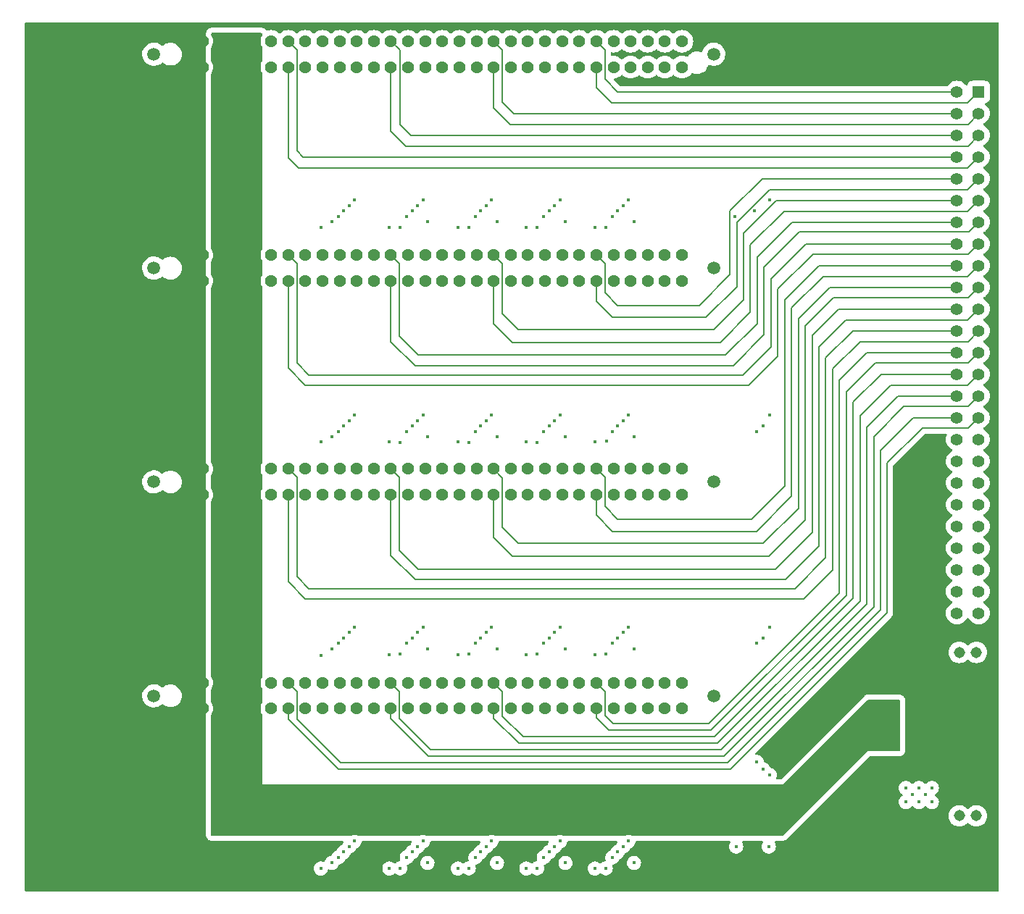
<source format=gbr>
%TF.GenerationSoftware,KiCad,Pcbnew,(6.0.4)*%
%TF.CreationDate,2022-06-06T18:54:08-04:00*%
%TF.ProjectId,32-STEPPER-DRIVER-BOARD,33322d53-5445-4505-9045-522d44524956,rev?*%
%TF.SameCoordinates,Original*%
%TF.FileFunction,Copper,L2,Inr*%
%TF.FilePolarity,Positive*%
%FSLAX46Y46*%
G04 Gerber Fmt 4.6, Leading zero omitted, Abs format (unit mm)*
G04 Created by KiCad (PCBNEW (6.0.4)) date 2022-06-06 18:54:08*
%MOMM*%
%LPD*%
G01*
G04 APERTURE LIST*
%TA.AperFunction,ComponentPad*%
%ADD10C,1.308000*%
%TD*%
%TA.AperFunction,ComponentPad*%
%ADD11C,1.430000*%
%TD*%
%TA.AperFunction,ComponentPad*%
%ADD12C,1.508000*%
%TD*%
%TA.AperFunction,ComponentPad*%
%ADD13R,1.390000X1.390000*%
%TD*%
%TA.AperFunction,ComponentPad*%
%ADD14C,1.390000*%
%TD*%
%TA.AperFunction,ViaPad*%
%ADD15C,0.450000*%
%TD*%
%TA.AperFunction,Conductor*%
%ADD16C,0.127000*%
%TD*%
G04 APERTURE END LIST*
D10*
%TO.N,N/C*%
%TO.C,J6*%
X150400000Y-108550000D03*
X152400000Y-108550000D03*
X150400000Y-89450000D03*
X152400000Y-89450000D03*
%TD*%
D11*
%TO.N,GND*%
%TO.C,J2*%
X60000000Y-46020000D03*
X60000000Y-43000000D03*
X62000000Y-46020000D03*
X62000000Y-43000000D03*
%TO.N,VCC*%
X64000000Y-46020000D03*
X64000000Y-43000000D03*
X66000000Y-46020000D03*
X66000000Y-43000000D03*
X68000000Y-46020000D03*
X68000000Y-43000000D03*
%TO.N,2DIR1*%
X70000000Y-46020000D03*
%TO.N,2DIR5*%
X70000000Y-43000000D03*
%TO.N,2A1STEP*%
X72000000Y-46020000D03*
%TO.N,2A5STEP*%
X72000000Y-43000000D03*
%TO.N,2A1EN*%
X74000000Y-46020000D03*
%TO.N,2A5EN*%
X74000000Y-43000000D03*
%TO.N,2A1MS1*%
X76000000Y-46020000D03*
%TO.N,2A5MS1*%
X76000000Y-43000000D03*
%TO.N,2A1MS2*%
X78000000Y-46020000D03*
%TO.N,2A5MS2*%
X78000000Y-43000000D03*
%TO.N,2A1MS3*%
X80000000Y-46020000D03*
%TO.N,2A5MS3*%
X80000000Y-43000000D03*
%TO.N,2DIR2*%
X82000000Y-46020000D03*
%TO.N,2DIR6*%
X82000000Y-43000000D03*
%TO.N,2A2STEP*%
X84000000Y-46020000D03*
%TO.N,2A6STEP*%
X84000000Y-43000000D03*
%TO.N,2A2EN*%
X86000000Y-46020000D03*
%TO.N,2A6EN*%
X86000000Y-43000000D03*
%TO.N,2A2MS1*%
X88000000Y-46020000D03*
%TO.N,2A6MS1*%
X88000000Y-43000000D03*
%TO.N,2A2MS2*%
X90000000Y-46020000D03*
%TO.N,2A6MS2*%
X90000000Y-43000000D03*
%TO.N,2A2MS3*%
X92000000Y-46020000D03*
%TO.N,2A6MS3*%
X92000000Y-43000000D03*
%TO.N,2DIR3*%
X94000000Y-46020000D03*
%TO.N,2DIR7*%
X94000000Y-43000000D03*
%TO.N,2A3STEP*%
X96000000Y-46020000D03*
%TO.N,2A7STEP*%
X96000000Y-43000000D03*
%TO.N,2A3EN*%
X98000000Y-46020000D03*
%TO.N,2A7EN*%
X98000000Y-43000000D03*
%TO.N,2A3MS1*%
X100000000Y-46020000D03*
%TO.N,2A7MS1*%
X100000000Y-43000000D03*
%TO.N,2A3MS2*%
X102000000Y-46020000D03*
%TO.N,2A7MS2*%
X102000000Y-43000000D03*
%TO.N,2A3MS3*%
X104000000Y-46020000D03*
%TO.N,2A7MS3*%
X104000000Y-43000000D03*
%TO.N,2DIR4*%
X106000000Y-46020000D03*
%TO.N,2DIR8*%
X106000000Y-43000000D03*
%TO.N,2A4STEP*%
X108000000Y-46020000D03*
%TO.N,2A8STEP*%
X108000000Y-43000000D03*
%TO.N,2A4EN*%
X110000000Y-46020000D03*
%TO.N,2A8EN*%
X110000000Y-43000000D03*
%TO.N,2A4MS1*%
X112000000Y-46020000D03*
%TO.N,2A8MS1*%
X112000000Y-43000000D03*
%TO.N,2A4MS2*%
X114000000Y-46020000D03*
%TO.N,2A8MS2*%
X114000000Y-43000000D03*
%TO.N,2A4MS3*%
X116000000Y-46020000D03*
%TO.N,2A8MS3*%
X116000000Y-43000000D03*
%TO.N,+5V*%
X118000000Y-46020000D03*
X118000000Y-43000000D03*
D12*
%TO.N,N/C*%
X56300000Y-44510000D03*
X121700000Y-44510000D03*
%TD*%
D11*
%TO.N,GND*%
%TO.C,J1*%
X60000000Y-21020000D03*
X60000000Y-18000000D03*
X62000000Y-21020000D03*
X62000000Y-18000000D03*
%TO.N,VCC*%
X64000000Y-21020000D03*
X64000000Y-18000000D03*
X66000000Y-21020000D03*
X66000000Y-18000000D03*
X68000000Y-21020000D03*
X68000000Y-18000000D03*
%TO.N,1DIR1*%
X70000000Y-21020000D03*
%TO.N,1DIR5*%
X70000000Y-18000000D03*
%TO.N,1A1STEP*%
X72000000Y-21020000D03*
%TO.N,1A5STEP*%
X72000000Y-18000000D03*
%TO.N,1A1EN*%
X74000000Y-21020000D03*
%TO.N,1A5EN*%
X74000000Y-18000000D03*
%TO.N,1A1MS1*%
X76000000Y-21020000D03*
%TO.N,1A5MS1*%
X76000000Y-18000000D03*
%TO.N,1A1MS2*%
X78000000Y-21020000D03*
%TO.N,1A5MS2*%
X78000000Y-18000000D03*
%TO.N,1A1MS3*%
X80000000Y-21020000D03*
%TO.N,1A5MS3*%
X80000000Y-18000000D03*
%TO.N,1DIR2*%
X82000000Y-21020000D03*
%TO.N,1DIR6*%
X82000000Y-18000000D03*
%TO.N,1A2STEP*%
X84000000Y-21020000D03*
%TO.N,1A6STEP*%
X84000000Y-18000000D03*
%TO.N,1A2EN*%
X86000000Y-21020000D03*
%TO.N,1A6EN*%
X86000000Y-18000000D03*
%TO.N,1A2MS1*%
X88000000Y-21020000D03*
%TO.N,1A6MS1*%
X88000000Y-18000000D03*
%TO.N,1A2MS2*%
X90000000Y-21020000D03*
%TO.N,1A6MS2*%
X90000000Y-18000000D03*
%TO.N,1A2MS3*%
X92000000Y-21020000D03*
%TO.N,1A6MS3*%
X92000000Y-18000000D03*
%TO.N,1DIR3*%
X94000000Y-21020000D03*
%TO.N,1DIR7*%
X94000000Y-18000000D03*
%TO.N,1A3STEP*%
X96000000Y-21020000D03*
%TO.N,1A7STEP*%
X96000000Y-18000000D03*
%TO.N,1A3EN*%
X98000000Y-21020000D03*
%TO.N,1A7EN*%
X98000000Y-18000000D03*
%TO.N,1A3MS1*%
X100000000Y-21020000D03*
%TO.N,1A7MS1*%
X100000000Y-18000000D03*
%TO.N,1A3MS2*%
X102000000Y-21020000D03*
%TO.N,1A7MS2*%
X102000000Y-18000000D03*
%TO.N,1A3MS3*%
X104000000Y-21020000D03*
%TO.N,1A7MS3*%
X104000000Y-18000000D03*
%TO.N,1DIR4*%
X106000000Y-21020000D03*
%TO.N,1DIR8*%
X106000000Y-18000000D03*
%TO.N,1A4STEP*%
X108000000Y-21020000D03*
%TO.N,1A8STEP*%
X108000000Y-18000000D03*
%TO.N,1A4EN*%
X110000000Y-21020000D03*
%TO.N,1A8EN*%
X110000000Y-18000000D03*
%TO.N,1A4MS1*%
X112000000Y-21020000D03*
%TO.N,1A8MS1*%
X112000000Y-18000000D03*
%TO.N,1A4MS2*%
X114000000Y-21020000D03*
%TO.N,1A8MS2*%
X114000000Y-18000000D03*
%TO.N,1A4MS3*%
X116000000Y-21020000D03*
%TO.N,1A8MS3*%
X116000000Y-18000000D03*
%TO.N,+5V*%
X118000000Y-21020000D03*
X118000000Y-18000000D03*
D12*
%TO.N,N/C*%
X56300000Y-19510000D03*
X121700000Y-19510000D03*
%TD*%
D11*
%TO.N,GND*%
%TO.C,J3*%
X60000000Y-71020000D03*
X60000000Y-68000000D03*
X62000000Y-71020000D03*
X62000000Y-68000000D03*
%TO.N,VCC*%
X64000000Y-71020000D03*
X64000000Y-68000000D03*
X66000000Y-71020000D03*
X66000000Y-68000000D03*
X68000000Y-71020000D03*
X68000000Y-68000000D03*
%TO.N,3DIR1*%
X70000000Y-71020000D03*
%TO.N,3DIR5*%
X70000000Y-68000000D03*
%TO.N,3A1STEP*%
X72000000Y-71020000D03*
%TO.N,3A5STEP*%
X72000000Y-68000000D03*
%TO.N,3A1EN*%
X74000000Y-71020000D03*
%TO.N,3A5EN*%
X74000000Y-68000000D03*
%TO.N,3A1MS1*%
X76000000Y-71020000D03*
%TO.N,3A5MS1*%
X76000000Y-68000000D03*
%TO.N,3A1MS2*%
X78000000Y-71020000D03*
%TO.N,3A5MS2*%
X78000000Y-68000000D03*
%TO.N,3A1MS3*%
X80000000Y-71020000D03*
%TO.N,3A5MS3*%
X80000000Y-68000000D03*
%TO.N,3DIR2*%
X82000000Y-71020000D03*
%TO.N,3DIR6*%
X82000000Y-68000000D03*
%TO.N,3A2STEP*%
X84000000Y-71020000D03*
%TO.N,3A6STEP*%
X84000000Y-68000000D03*
%TO.N,3A2EN*%
X86000000Y-71020000D03*
%TO.N,3A6EN*%
X86000000Y-68000000D03*
%TO.N,3A2MS1*%
X88000000Y-71020000D03*
%TO.N,3A6MS1*%
X88000000Y-68000000D03*
%TO.N,3A2MS2*%
X90000000Y-71020000D03*
%TO.N,3A6MS2*%
X90000000Y-68000000D03*
%TO.N,3A2MS3*%
X92000000Y-71020000D03*
%TO.N,3A6MS3*%
X92000000Y-68000000D03*
%TO.N,3DIR3*%
X94000000Y-71020000D03*
%TO.N,3DIR7*%
X94000000Y-68000000D03*
%TO.N,3A3STEP*%
X96000000Y-71020000D03*
%TO.N,3A7STEP*%
X96000000Y-68000000D03*
%TO.N,3A3EN*%
X98000000Y-71020000D03*
%TO.N,3A7EN*%
X98000000Y-68000000D03*
%TO.N,3A3MS1*%
X100000000Y-71020000D03*
%TO.N,3A7MS1*%
X100000000Y-68000000D03*
%TO.N,3A3MS2*%
X102000000Y-71020000D03*
%TO.N,3A7MS2*%
X102000000Y-68000000D03*
%TO.N,3A3MS3*%
X104000000Y-71020000D03*
%TO.N,3A7MS3*%
X104000000Y-68000000D03*
%TO.N,3DIR4*%
X106000000Y-71020000D03*
%TO.N,3DIR8*%
X106000000Y-68000000D03*
%TO.N,3A4STEP*%
X108000000Y-71020000D03*
%TO.N,3A8STEP*%
X108000000Y-68000000D03*
%TO.N,3A4EN*%
X110000000Y-71020000D03*
%TO.N,3A8EN*%
X110000000Y-68000000D03*
%TO.N,3A4MS1*%
X112000000Y-71020000D03*
%TO.N,3A8MS1*%
X112000000Y-68000000D03*
%TO.N,3A4MS2*%
X114000000Y-71020000D03*
%TO.N,3A8MS2*%
X114000000Y-68000000D03*
%TO.N,3A4MS3*%
X116000000Y-71020000D03*
%TO.N,3A8MS3*%
X116000000Y-68000000D03*
%TO.N,+5V*%
X118000000Y-71020000D03*
X118000000Y-68000000D03*
D12*
%TO.N,N/C*%
X56300000Y-69510000D03*
X121700000Y-69510000D03*
%TD*%
D11*
%TO.N,GND*%
%TO.C,J4*%
X60000000Y-96020000D03*
X60000000Y-93000000D03*
X62000000Y-96020000D03*
X62000000Y-93000000D03*
%TO.N,VCC*%
X64000000Y-96020000D03*
X64000000Y-93000000D03*
X66000000Y-96020000D03*
X66000000Y-93000000D03*
X68000000Y-96020000D03*
X68000000Y-93000000D03*
%TO.N,4DIR1*%
X70000000Y-96020000D03*
%TO.N,4DIR5*%
X70000000Y-93000000D03*
%TO.N,4A1STEP*%
X72000000Y-96020000D03*
%TO.N,4A5STEP*%
X72000000Y-93000000D03*
%TO.N,4A1EN*%
X74000000Y-96020000D03*
%TO.N,4A5EN*%
X74000000Y-93000000D03*
%TO.N,4A1MS1*%
X76000000Y-96020000D03*
%TO.N,4A5MS1*%
X76000000Y-93000000D03*
%TO.N,4A1MS2*%
X78000000Y-96020000D03*
%TO.N,4A5MS2*%
X78000000Y-93000000D03*
%TO.N,4A1MS3*%
X80000000Y-96020000D03*
%TO.N,4A5MS3*%
X80000000Y-93000000D03*
%TO.N,4DIR2*%
X82000000Y-96020000D03*
%TO.N,4DIR6*%
X82000000Y-93000000D03*
%TO.N,4A2STEP*%
X84000000Y-96020000D03*
%TO.N,4A6STEP*%
X84000000Y-93000000D03*
%TO.N,4A2EN*%
X86000000Y-96020000D03*
%TO.N,4A6EN*%
X86000000Y-93000000D03*
%TO.N,4A2MS1*%
X88000000Y-96020000D03*
%TO.N,4A6MS1*%
X88000000Y-93000000D03*
%TO.N,4A2MS2*%
X90000000Y-96020000D03*
%TO.N,4A6MS2*%
X90000000Y-93000000D03*
%TO.N,4A2MS3*%
X92000000Y-96020000D03*
%TO.N,4A6MS3*%
X92000000Y-93000000D03*
%TO.N,4DIR3*%
X94000000Y-96020000D03*
%TO.N,4DIR7*%
X94000000Y-93000000D03*
%TO.N,4A3STEP*%
X96000000Y-96020000D03*
%TO.N,4A7STEP*%
X96000000Y-93000000D03*
%TO.N,4A3EN*%
X98000000Y-96020000D03*
%TO.N,4A7EN*%
X98000000Y-93000000D03*
%TO.N,4A3MS1*%
X100000000Y-96020000D03*
%TO.N,4A7MS1*%
X100000000Y-93000000D03*
%TO.N,4A3MS2*%
X102000000Y-96020000D03*
%TO.N,4A7MS2*%
X102000000Y-93000000D03*
%TO.N,4A3MS3*%
X104000000Y-96020000D03*
%TO.N,4A7MS3*%
X104000000Y-93000000D03*
%TO.N,4DIR4*%
X106000000Y-96020000D03*
%TO.N,4DIR8*%
X106000000Y-93000000D03*
%TO.N,4A4STEP*%
X108000000Y-96020000D03*
%TO.N,4A8STEP*%
X108000000Y-93000000D03*
%TO.N,4A4EN*%
X110000000Y-96020000D03*
%TO.N,4A8EN*%
X110000000Y-93000000D03*
%TO.N,4A4MS1*%
X112000000Y-96020000D03*
%TO.N,4A8MS1*%
X112000000Y-93000000D03*
%TO.N,4A4MS2*%
X114000000Y-96020000D03*
%TO.N,4A8MS2*%
X114000000Y-93000000D03*
%TO.N,4A4MS3*%
X116000000Y-96020000D03*
%TO.N,4A8MS3*%
X116000000Y-93000000D03*
%TO.N,+5V*%
X118000000Y-96020000D03*
X118000000Y-93000000D03*
D12*
%TO.N,N/C*%
X56300000Y-94510000D03*
X121700000Y-94510000D03*
%TD*%
D13*
%TO.N,1A4STEP*%
%TO.C,J5*%
X152670000Y-23907500D03*
D14*
%TO.N,1A8STEP*%
X150130000Y-23907500D03*
%TO.N,1A3STEP*%
X152670000Y-26447500D03*
%TO.N,1A7STEP*%
X150130000Y-26447500D03*
%TO.N,1A2STEP*%
X152670000Y-28987500D03*
%TO.N,1A6STEP*%
X150130000Y-28987500D03*
%TO.N,1A1STEP*%
X152670000Y-31527500D03*
%TO.N,1A5STEP*%
X150130000Y-31527500D03*
%TO.N,2A4STEP*%
X152670000Y-34067500D03*
%TO.N,2A8STEP*%
X150130000Y-34067500D03*
%TO.N,2A3STEP*%
X152670000Y-36607500D03*
%TO.N,2A7STEP*%
X150130000Y-36607500D03*
%TO.N,2A2STEP*%
X152670000Y-39147500D03*
%TO.N,2A6STEP*%
X150130000Y-39147500D03*
%TO.N,2A1STEP*%
X152670000Y-41687500D03*
%TO.N,2A5STEP*%
X150130000Y-41687500D03*
%TO.N,3A4STEP*%
X152670000Y-44227500D03*
%TO.N,3A8STEP*%
X150130000Y-44227500D03*
%TO.N,3A3STEP*%
X152670000Y-46767500D03*
%TO.N,3A7STEP*%
X150130000Y-46767500D03*
%TO.N,3A2STEP*%
X152670000Y-49307500D03*
%TO.N,3A6STEP*%
X150130000Y-49307500D03*
%TO.N,3A1STEP*%
X152670000Y-51847500D03*
%TO.N,3A5STEP*%
X150130000Y-51847500D03*
%TO.N,4A4STEP*%
X152670000Y-54387500D03*
%TO.N,4A8STEP*%
X150130000Y-54387500D03*
%TO.N,4A3STEP*%
X152670000Y-56927500D03*
%TO.N,4A7STEP*%
X150130000Y-56927500D03*
%TO.N,4A2STEP*%
X152670000Y-59467500D03*
%TO.N,4A6STEP*%
X150130000Y-59467500D03*
%TO.N,4A1STEP*%
X152670000Y-62007500D03*
%TO.N,4A5STEP*%
X150130000Y-62007500D03*
%TO.N,SER1*%
X152670000Y-64547500D03*
%TO.N,SRCLK1*%
X150130000Y-64547500D03*
%TO.N,SRCLK2*%
X152670000Y-67087500D03*
%TO.N,~{SRCLR}*%
X150130000Y-67087500D03*
%TO.N,~{OE}*%
X152670000Y-69627500D03*
%TO.N,RCLK*%
X150130000Y-69627500D03*
%TO.N,SRCLK3*%
X152670000Y-72167500D03*
%TO.N,SER2*%
X150130000Y-72167500D03*
%TO.N,SRCLK4*%
X152670000Y-74707500D03*
%TO.N,SER3*%
X150130000Y-74707500D03*
%TO.N,unconnected-(J5-Pad43)*%
X152670000Y-77247500D03*
%TO.N,SER4*%
X150130000Y-77247500D03*
%TO.N,unconnected-(J5-Pad45)*%
X152670000Y-79787500D03*
%TO.N,unconnected-(J5-Pad46)*%
X150130000Y-79787500D03*
%TO.N,unconnected-(J5-Pad47)*%
X152670000Y-82327500D03*
%TO.N,unconnected-(J5-Pad48)*%
X150130000Y-82327500D03*
%TO.N,unconnected-(J5-Pad49)*%
X152670000Y-84867500D03*
%TO.N,unconnected-(J5-Pad50)*%
X150130000Y-84867500D03*
%TD*%
D15*
%TO.N,GND*%
X42926000Y-115189000D03*
X152019000Y-98552000D03*
X127127000Y-18161000D03*
X148971000Y-102616000D03*
X58039000Y-98679000D03*
X151003000Y-93345000D03*
X151257000Y-18288000D03*
X148971000Y-94615000D03*
X49657000Y-17653000D03*
X57531000Y-30480000D03*
X57912000Y-77470000D03*
X49276000Y-30353000D03*
X151003000Y-94615000D03*
X43434000Y-82169000D03*
X130302000Y-18161000D03*
X149987000Y-93345000D03*
X50038000Y-82169000D03*
X49530000Y-115189000D03*
X148971000Y-97282000D03*
X58039000Y-102108000D03*
X151003000Y-97282000D03*
X43053000Y-17653000D03*
X57531000Y-23876000D03*
X148971000Y-93345000D03*
X57912000Y-55499000D03*
X46609000Y-82169000D03*
X151003000Y-98552000D03*
X49911000Y-47752000D03*
X149987000Y-101346000D03*
X151003000Y-101346000D03*
X57912000Y-52324000D03*
X152019000Y-97282000D03*
X149987000Y-102616000D03*
X49911000Y-99568000D03*
X57912000Y-48895000D03*
X49911000Y-63119000D03*
X152019000Y-93345000D03*
X45847000Y-30353000D03*
X152019000Y-101346000D03*
X144653000Y-18288000D03*
X57912000Y-74041000D03*
X43307000Y-47752000D03*
X57912000Y-80645000D03*
X149987000Y-97282000D03*
X58039000Y-105283000D03*
X133731000Y-18161000D03*
X43307000Y-99568000D03*
X46482000Y-47752000D03*
X147828000Y-18288000D03*
X148971000Y-98552000D03*
X46101000Y-115189000D03*
X46228000Y-17653000D03*
X152019000Y-102616000D03*
X149987000Y-94615000D03*
X151003000Y-102616000D03*
X149987000Y-98552000D03*
X152019000Y-94615000D03*
X46482000Y-99568000D03*
X43307000Y-63119000D03*
X148971000Y-101346000D03*
X46482000Y-63119000D03*
X57531000Y-27305000D03*
X42672000Y-30353000D03*
%TO.N,VCC*%
X143129000Y-98552000D03*
X140081000Y-97409000D03*
X143129000Y-95377000D03*
X142113000Y-96393000D03*
X141097000Y-99568000D03*
X141097000Y-97409000D03*
X142113000Y-100584000D03*
X140081000Y-98552000D03*
X143129000Y-99568000D03*
X140081000Y-95377000D03*
X140081000Y-96393000D03*
X141097000Y-98552000D03*
X143129000Y-97409000D03*
X141097000Y-100584000D03*
X141097000Y-96393000D03*
X142113000Y-99568000D03*
X142113000Y-95377000D03*
X143129000Y-96393000D03*
X142113000Y-98552000D03*
X141097000Y-95377000D03*
X143129000Y-100584000D03*
X142113000Y-97409000D03*
X140081000Y-100584000D03*
X140081000Y-99568000D03*
%TO.N,+5V*%
X75800000Y-114711500D03*
X83820000Y-114711500D03*
X99822000Y-114711500D03*
X144907000Y-106045000D03*
X147193000Y-106934000D03*
X75819000Y-64800500D03*
X107823000Y-89692500D03*
X99822000Y-89692500D03*
X144145000Y-106934000D03*
X99822000Y-64800500D03*
X147193000Y-105283000D03*
X91821000Y-89692500D03*
X107823000Y-114711500D03*
X99822000Y-39751000D03*
X107823000Y-64800500D03*
X83820000Y-39751000D03*
X91821000Y-64800500D03*
X145669000Y-106934000D03*
X107823000Y-39751000D03*
X145669000Y-105283000D03*
X83820000Y-89692500D03*
X75819000Y-39751000D03*
X91821000Y-39751000D03*
X146431000Y-106045000D03*
X144145000Y-105283000D03*
X83820000Y-64800500D03*
X91821000Y-114711500D03*
X75800000Y-89819500D03*
%TO.N,~{SRCLR}*%
X111760000Y-61722000D03*
X79756000Y-111506000D03*
X95758000Y-36576000D03*
X103759000Y-111506000D03*
X128270000Y-61722000D03*
X128270000Y-36576000D03*
X87757000Y-36576000D03*
X111760000Y-36576000D03*
X79756000Y-86487000D03*
X87757000Y-86487000D03*
X111760000Y-111506000D03*
X95758000Y-61722000D03*
X79756000Y-36576000D03*
X95758000Y-111506000D03*
X128270000Y-103759000D03*
X87757000Y-61722000D03*
X103759000Y-61722000D03*
X111760000Y-86487000D03*
X103759000Y-36576000D03*
X79756000Y-61722000D03*
X95758000Y-86487000D03*
X128270000Y-86487000D03*
X87757000Y-111506000D03*
X103759000Y-86487000D03*
%TO.N,SRCLK1*%
X79121000Y-37211000D03*
X95123000Y-37211000D03*
X87122000Y-37211000D03*
X111125000Y-37211000D03*
X103124000Y-37211000D03*
%TO.N,RCLK*%
X126492000Y-37846000D03*
X86487000Y-62992000D03*
X86487000Y-37846000D03*
X94488000Y-87757000D03*
X102489000Y-112776000D03*
X94488000Y-37846000D03*
X127508000Y-62992000D03*
X78486000Y-62992000D03*
X127508000Y-103124000D03*
X102489000Y-37846000D03*
X94488000Y-112776000D03*
X127508000Y-87757000D03*
X110490000Y-62992000D03*
X110490000Y-112776000D03*
X102489000Y-87757000D03*
X78486000Y-112776000D03*
X86487000Y-87757000D03*
X86487000Y-112776000D03*
X78486000Y-87757000D03*
X110490000Y-37846000D03*
X110490000Y-87757000D03*
X94488000Y-62992000D03*
X102489000Y-62992000D03*
X78486000Y-37846000D03*
%TO.N,~{OE}*%
X77851000Y-88392000D03*
X93853000Y-38481000D03*
X93853000Y-113411000D03*
X101854000Y-63627000D03*
X109855000Y-113411000D03*
X77851000Y-63627000D03*
X85852000Y-38481000D03*
X101854000Y-88392000D03*
X85852000Y-88392000D03*
X124206000Y-38481000D03*
X126746000Y-102235000D03*
X101854000Y-113411000D03*
X93853000Y-63627000D03*
X77851000Y-113411000D03*
X93853000Y-88392000D03*
X85852000Y-63627000D03*
X126746000Y-88392000D03*
X109855000Y-63627000D03*
X101854000Y-38481000D03*
X109855000Y-88392000D03*
X77851000Y-38481000D03*
X126746000Y-63627000D03*
X85852000Y-113411000D03*
X109855000Y-38481000D03*
%TO.N,SER1*%
X109093000Y-39751000D03*
%TO.N,Net-(U4-Pad9)*%
X88265000Y-39116000D03*
X77089000Y-39116000D03*
%TO.N,Net-(U6-Pad9)*%
X101092000Y-64897000D03*
X112395000Y-64262000D03*
%TO.N,Net-(U7-Pad9)*%
X93091000Y-64897000D03*
X104394000Y-64262000D03*
%TO.N,SER2*%
X109220000Y-64775000D03*
%TO.N,Net-(U12-Pad9)*%
X112395000Y-89027000D03*
X101092000Y-89662000D03*
%TO.N,SER3*%
X109093000Y-89662000D03*
%TO.N,Net-(U19-Pad9)*%
X85090000Y-114681000D03*
X96393000Y-114046000D03*
%TO.N,Net-(U20-Pad9)*%
X77089000Y-114046000D03*
X88265000Y-114046000D03*
%TO.N,Net-(U1-Pad9)*%
X101092000Y-39751000D03*
X112395000Y-39116000D03*
%TO.N,Net-(U2-Pad9)*%
X104394000Y-39116000D03*
X93091000Y-39751000D03*
%TO.N,Net-(U3-Pad9)*%
X96393000Y-39116000D03*
X85090000Y-39751000D03*
%TO.N,Net-(U10-Pad14)*%
X85090000Y-64897000D03*
X96393000Y-64262000D03*
%TO.N,Net-(U10-Pad9)*%
X77089000Y-64262000D03*
X88265000Y-64262000D03*
%TO.N,Net-(U13-Pad9)*%
X104394000Y-89027000D03*
X93091000Y-89662000D03*
%TO.N,Net-(U14-Pad9)*%
X96393000Y-89027000D03*
X85090000Y-89662000D03*
%TO.N,Net-(U17-Pad9)*%
X101092000Y-114681000D03*
X112395000Y-114046000D03*
%TO.N,Net-(U18-Pad9)*%
X93091000Y-114681000D03*
X104394000Y-114046000D03*
%TO.N,SER4*%
X109093000Y-114681000D03*
%TO.N,SRCLK2*%
X87122000Y-62357000D03*
X95123000Y-62357000D03*
X103124000Y-62357000D03*
X79121000Y-62357000D03*
X111125000Y-62357000D03*
%TO.N,SRCLK3*%
X103124000Y-87122000D03*
X95123000Y-87122000D03*
X111125000Y-87122000D03*
X87122000Y-87122000D03*
X79121000Y-87122000D03*
%TO.N,SRCLK4*%
X124333000Y-112141000D03*
X95123000Y-112141000D03*
X128143000Y-112141000D03*
X87122000Y-112141000D03*
X103124000Y-112141000D03*
X111125000Y-112141000D03*
X79121000Y-112141000D03*
%TO.N,Net-(U16-Pad14)*%
X77089000Y-89027000D03*
X88265000Y-89027000D03*
%TD*%
D16*
%TO.N,1A1STEP*%
X72000000Y-31600000D02*
X73200000Y-32800000D01*
X151397500Y-32800000D02*
X152670000Y-31527500D01*
X73200000Y-32800000D02*
X151397500Y-32800000D01*
X72000000Y-21020000D02*
X72000000Y-31600000D01*
%TO.N,1A5STEP*%
X73750000Y-31550000D02*
X150107500Y-31550000D01*
X72000000Y-18000000D02*
X73000000Y-19000000D01*
X150107500Y-31550000D02*
X150130000Y-31527500D01*
X73000000Y-30800000D02*
X73750000Y-31550000D01*
X73000000Y-19000000D02*
X73000000Y-30800000D01*
%TO.N,1A2STEP*%
X85750000Y-30250000D02*
X151407500Y-30250000D01*
X151407500Y-30250000D02*
X152670000Y-28987500D01*
X84000000Y-28500000D02*
X85750000Y-30250000D01*
X84000000Y-21020000D02*
X84000000Y-28500000D01*
%TO.N,1A6STEP*%
X84000000Y-18000000D02*
X85021989Y-19021989D01*
X150117500Y-29000000D02*
X150130000Y-28987500D01*
X86300000Y-29000000D02*
X150117500Y-29000000D01*
X85021989Y-19021989D02*
X85021989Y-27721989D01*
X85021989Y-27721989D02*
X86300000Y-29000000D01*
%TO.N,1A3STEP*%
X96000000Y-21020000D02*
X96000000Y-25800000D01*
X151417500Y-27700000D02*
X152670000Y-26447500D01*
X97900000Y-27700000D02*
X151417500Y-27700000D01*
X96000000Y-25800000D02*
X97900000Y-27700000D01*
%TO.N,1A7STEP*%
X97000000Y-25100000D02*
X98350000Y-26450000D01*
X96000000Y-18000000D02*
X97000000Y-19000000D01*
X98500000Y-26450000D02*
X98502500Y-26447500D01*
X98350000Y-26450000D02*
X98500000Y-26450000D01*
X98502500Y-26447500D02*
X150130000Y-26447500D01*
X97000000Y-19000000D02*
X97000000Y-25100000D01*
%TO.N,1A4STEP*%
X108000000Y-23400000D02*
X109800000Y-25200000D01*
X108000000Y-21020000D02*
X108000000Y-23400000D01*
X109800000Y-25200000D02*
X151377500Y-25200000D01*
X151377500Y-25200000D02*
X152670000Y-23907500D01*
%TO.N,1A8STEP*%
X108000000Y-18000000D02*
X109000000Y-19000000D01*
X110500000Y-23900000D02*
X150122500Y-23900000D01*
X109000000Y-22400000D02*
X110500000Y-23900000D01*
X109000000Y-19000000D02*
X109000000Y-22400000D01*
X150122500Y-23900000D02*
X150130000Y-23907500D01*
%TO.N,2A1STEP*%
X74000000Y-58200000D02*
X125800000Y-58200000D01*
X129200000Y-47000000D02*
X133300000Y-42900000D01*
X72000000Y-56200000D02*
X74000000Y-58200000D01*
X133300000Y-42900000D02*
X151457500Y-42900000D01*
X129200000Y-54800000D02*
X129200000Y-47000000D01*
X125800000Y-58200000D02*
X129200000Y-54800000D01*
X72000000Y-46020000D02*
X72000000Y-56200000D01*
X151457500Y-42900000D02*
X152670000Y-41687500D01*
%TO.N,2A5STEP*%
X128400000Y-45800000D02*
X132512500Y-41687500D01*
X73000000Y-44000000D02*
X73000000Y-55600000D01*
X74400000Y-57000000D02*
X125100000Y-57000000D01*
X125100000Y-57000000D02*
X128400000Y-53700000D01*
X128400000Y-53700000D02*
X128400000Y-45800000D01*
X72000000Y-43000000D02*
X73000000Y-44000000D01*
X73000000Y-55600000D02*
X74400000Y-57000000D01*
X132512500Y-41687500D02*
X150130000Y-41687500D01*
%TO.N,2A2STEP*%
X124000000Y-55900000D02*
X127600000Y-52300000D01*
X131700000Y-40300000D02*
X151517500Y-40300000D01*
X86800000Y-55900000D02*
X124000000Y-55900000D01*
X84000000Y-46020000D02*
X84000000Y-53100000D01*
X151517500Y-40300000D02*
X152670000Y-39147500D01*
X84000000Y-53100000D02*
X86800000Y-55900000D01*
X127600000Y-44400000D02*
X131700000Y-40300000D01*
X127600000Y-52300000D02*
X127600000Y-44400000D01*
%TO.N,2A6STEP*%
X126800000Y-51000000D02*
X126800000Y-43200000D01*
X85000000Y-44000000D02*
X85000000Y-52500000D01*
X87200000Y-54700000D02*
X123100000Y-54700000D01*
X85000000Y-52500000D02*
X87200000Y-54700000D01*
X126800000Y-43200000D02*
X130852500Y-39147500D01*
X130852500Y-39147500D02*
X150130000Y-39147500D01*
X84000000Y-43000000D02*
X85000000Y-44000000D01*
X123100000Y-54700000D02*
X126800000Y-51000000D01*
%TO.N,2A3STEP*%
X126000000Y-41800000D02*
X129900000Y-37900000D01*
X98200000Y-53200000D02*
X122500000Y-53200000D01*
X126000000Y-49700000D02*
X126000000Y-41800000D01*
X96000000Y-51000000D02*
X98200000Y-53200000D01*
X129900000Y-37900000D02*
X151377500Y-37900000D01*
X151377500Y-37900000D02*
X152670000Y-36607500D01*
X96000000Y-46020000D02*
X96000000Y-51000000D01*
X122500000Y-53200000D02*
X126000000Y-49700000D01*
%TO.N,2A7STEP*%
X125200000Y-48200000D02*
X125200000Y-40400000D01*
X97021989Y-44021989D02*
X97021989Y-49821989D01*
X128992500Y-36607500D02*
X150130000Y-36607500D01*
X97021989Y-49821989D02*
X98900000Y-51700000D01*
X121700000Y-51700000D02*
X125200000Y-48200000D01*
X98900000Y-51700000D02*
X121700000Y-51700000D01*
X125200000Y-40400000D02*
X128992500Y-36607500D01*
X96000000Y-43000000D02*
X97021989Y-44021989D01*
%TO.N,2A4STEP*%
X109900000Y-50300000D02*
X120800000Y-50300000D01*
X151387500Y-35350000D02*
X152670000Y-34067500D01*
X120800000Y-50300000D02*
X124400000Y-46700000D01*
X108000000Y-48400000D02*
X109900000Y-50300000D01*
X108000000Y-46020000D02*
X108000000Y-48400000D01*
X124400000Y-39200000D02*
X128250000Y-35350000D01*
X124400000Y-46700000D02*
X124400000Y-39200000D01*
X128250000Y-35350000D02*
X151387500Y-35350000D01*
%TO.N,2A8STEP*%
X120000000Y-48900000D02*
X123600000Y-45300000D01*
X110500000Y-48900000D02*
X120000000Y-48900000D01*
X109000000Y-44000000D02*
X109000000Y-47400000D01*
X109000000Y-47400000D02*
X110500000Y-48900000D01*
X123600000Y-45300000D02*
X123600000Y-37825000D01*
X108000000Y-43000000D02*
X109000000Y-44000000D01*
X123600000Y-37825000D02*
X127357500Y-34067500D01*
X127357500Y-34067500D02*
X150130000Y-34067500D01*
%TO.N,3A1STEP*%
X74000000Y-83200000D02*
X72000000Y-81200000D01*
X135600000Y-56300000D02*
X135600000Y-79800000D01*
X72000000Y-81200000D02*
X72000000Y-71020000D01*
X138800000Y-53100000D02*
X135600000Y-56300000D01*
X132200000Y-83200000D02*
X74000000Y-83200000D01*
X152670000Y-51847500D02*
X151417500Y-53100000D01*
X135600000Y-79800000D02*
X132200000Y-83200000D01*
X151417500Y-53100000D02*
X138800000Y-53100000D01*
%TO.N,3A5STEP*%
X73000000Y-69000000D02*
X72000000Y-68000000D01*
X131200000Y-82000000D02*
X74400000Y-82000000D01*
X150130000Y-51847500D02*
X137952500Y-51847500D01*
X74400000Y-82000000D02*
X73000000Y-80600000D01*
X137952500Y-51847500D02*
X134800000Y-55000000D01*
X134800000Y-78400000D02*
X131200000Y-82000000D01*
X134800000Y-55000000D02*
X134800000Y-78400000D01*
X73000000Y-80600000D02*
X73000000Y-69000000D01*
%TO.N,3A2STEP*%
X86800000Y-80900000D02*
X84000000Y-78100000D01*
X134000000Y-53700000D02*
X134000000Y-77000000D01*
X151377500Y-50600000D02*
X137100000Y-50600000D01*
X84000000Y-78100000D02*
X84000000Y-71020000D01*
X130100000Y-80900000D02*
X86800000Y-80900000D01*
X137100000Y-50600000D02*
X134000000Y-53700000D01*
X152670000Y-49307500D02*
X151377500Y-50600000D01*
X134000000Y-77000000D02*
X130100000Y-80900000D01*
%TO.N,3A6STEP*%
X85000000Y-69000000D02*
X84000000Y-68000000D01*
X133200000Y-52400000D02*
X133200000Y-75400000D01*
X87200000Y-79700000D02*
X85000000Y-77500000D01*
X133200000Y-75400000D02*
X128900000Y-79700000D01*
X150130000Y-49307500D02*
X136292500Y-49307500D01*
X136292500Y-49307500D02*
X133200000Y-52400000D01*
X85000000Y-77500000D02*
X85000000Y-69000000D01*
X128900000Y-79700000D02*
X87200000Y-79700000D01*
%TO.N,3A3STEP*%
X128200000Y-78200000D02*
X98200000Y-78200000D01*
X132400000Y-74000000D02*
X128200000Y-78200000D01*
X151437500Y-48000000D02*
X135700000Y-48000000D01*
X98200000Y-78200000D02*
X96000000Y-76000000D01*
X132400000Y-51300000D02*
X132400000Y-74000000D01*
X96000000Y-76000000D02*
X96000000Y-71020000D01*
X135700000Y-48000000D02*
X132400000Y-51300000D01*
X152670000Y-46767500D02*
X151437500Y-48000000D01*
%TO.N,3A7STEP*%
X135232500Y-46767500D02*
X131600000Y-50400000D01*
X131600000Y-72600000D02*
X127500000Y-76700000D01*
X97021989Y-74821989D02*
X97021989Y-69021989D01*
X98900000Y-76700000D02*
X97021989Y-74821989D01*
X97021989Y-69021989D02*
X96000000Y-68000000D01*
X131600000Y-50400000D02*
X131600000Y-72600000D01*
X150130000Y-46767500D02*
X135232500Y-46767500D01*
X127500000Y-76700000D02*
X98900000Y-76700000D01*
%TO.N,3A4STEP*%
X130800000Y-71200000D02*
X126700000Y-75300000D01*
X130800000Y-49200000D02*
X130800000Y-71200000D01*
X108000000Y-73400000D02*
X108000000Y-71020000D01*
X134500000Y-45500000D02*
X130800000Y-49200000D01*
X109900000Y-75300000D02*
X108000000Y-73400000D01*
X151397500Y-45500000D02*
X134500000Y-45500000D01*
X126700000Y-75300000D02*
X109900000Y-75300000D01*
X152670000Y-44227500D02*
X151397500Y-45500000D01*
%TO.N,3A8STEP*%
X150130000Y-44227500D02*
X133972500Y-44227500D01*
X126100000Y-73900000D02*
X110500000Y-73900000D01*
X109000000Y-69000000D02*
X108000000Y-68000000D01*
X130000000Y-48200000D02*
X130000000Y-70000000D01*
X110500000Y-73900000D02*
X109000000Y-72400000D01*
X130000000Y-70000000D02*
X126100000Y-73900000D01*
X109000000Y-72400000D02*
X109000000Y-69000000D01*
X133972500Y-44227500D02*
X130000000Y-48200000D01*
%TO.N,4A1STEP*%
X142000000Y-67300000D02*
X142000000Y-84822000D01*
X123698000Y-103124000D02*
X77851000Y-103124000D01*
X72000000Y-97273000D02*
X72000000Y-96020000D01*
X146100000Y-63200000D02*
X142000000Y-67300000D01*
X151477500Y-63200000D02*
X146100000Y-63200000D01*
X152670000Y-62007500D02*
X151477500Y-63200000D01*
X77851000Y-103124000D02*
X72000000Y-97273000D01*
X142000000Y-84822000D02*
X123698000Y-103124000D01*
%TO.N,4A5STEP*%
X123317000Y-102362000D02*
X78105000Y-102362000D01*
X73000000Y-94000000D02*
X72000000Y-93000000D01*
X78105000Y-102362000D02*
X73000000Y-97257000D01*
X150130000Y-62007500D02*
X144992500Y-62007500D01*
X141200000Y-65800000D02*
X141200000Y-84479000D01*
X73000000Y-97257000D02*
X73000000Y-94000000D01*
X144992500Y-62007500D02*
X141200000Y-65800000D01*
X141200000Y-84479000D02*
X123317000Y-102362000D01*
%TO.N,4A2STEP*%
X122936000Y-101600000D02*
X140400000Y-84136000D01*
X88392000Y-101600000D02*
X122936000Y-101600000D01*
X140400000Y-84136000D02*
X140400000Y-64200000D01*
X151437500Y-60700000D02*
X152670000Y-59467500D01*
X140400000Y-64200000D02*
X143900000Y-60700000D01*
X143900000Y-60700000D02*
X151437500Y-60700000D01*
X84000000Y-96020000D02*
X84000000Y-97208000D01*
X84000000Y-97208000D02*
X88392000Y-101600000D01*
%TO.N,4A6STEP*%
X88646000Y-100838000D02*
X85000000Y-97192000D01*
X143232500Y-59467500D02*
X139600000Y-63100000D01*
X139600000Y-63100000D02*
X139600000Y-83793000D01*
X85000000Y-94000000D02*
X84000000Y-93000000D01*
X139600000Y-83793000D02*
X122555000Y-100838000D01*
X85000000Y-97192000D02*
X85000000Y-94000000D01*
X122555000Y-100838000D02*
X88646000Y-100838000D01*
X150130000Y-59467500D02*
X143232500Y-59467500D01*
%TO.N,4A3STEP*%
X96000000Y-97143000D02*
X98933000Y-100076000D01*
X138800000Y-83450000D02*
X138800000Y-61800000D01*
X122174000Y-100076000D02*
X138800000Y-83450000D01*
X96000000Y-96020000D02*
X96000000Y-97143000D01*
X138800000Y-61800000D02*
X142400000Y-58200000D01*
X98933000Y-100076000D02*
X122174000Y-100076000D01*
X151397500Y-58200000D02*
X152670000Y-56927500D01*
X142400000Y-58200000D02*
X151397500Y-58200000D01*
%TO.N,4A7STEP*%
X96000000Y-93000000D02*
X97021989Y-94021989D01*
X138000000Y-60200000D02*
X141272500Y-56927500D01*
X121793000Y-99314000D02*
X138000000Y-83107000D01*
X99441000Y-99314000D02*
X121793000Y-99314000D01*
X141272500Y-56927500D02*
X150130000Y-56927500D01*
X97021989Y-94021989D02*
X97021989Y-96894989D01*
X97021989Y-96894989D02*
X99441000Y-99314000D01*
X138000000Y-83107000D02*
X138000000Y-60200000D01*
%TO.N,4A4STEP*%
X140600000Y-55600000D02*
X151457500Y-55600000D01*
X151457500Y-55600000D02*
X152670000Y-54387500D01*
X121412000Y-98552000D02*
X137200000Y-82764000D01*
X109474000Y-98552000D02*
X121412000Y-98552000D01*
X137200000Y-59000000D02*
X140600000Y-55600000D01*
X137200000Y-82764000D02*
X137200000Y-59000000D01*
X108000000Y-96020000D02*
X108000000Y-97078000D01*
X108000000Y-97078000D02*
X109474000Y-98552000D01*
%TO.N,4A8STEP*%
X109982000Y-97790000D02*
X121110000Y-97790000D01*
X108000000Y-93000000D02*
X109000000Y-94000000D01*
X121110000Y-97790000D02*
X136400000Y-82500000D01*
X139612500Y-54387500D02*
X150130000Y-54387500D01*
X109000000Y-96808000D02*
X109982000Y-97790000D01*
X109000000Y-94000000D02*
X109000000Y-96808000D01*
X136400000Y-57600000D02*
X139612500Y-54387500D01*
X136400000Y-82500000D02*
X136400000Y-57600000D01*
%TD*%
%TA.AperFunction,Conductor*%
%TO.N,GND*%
G36*
X154981621Y-15790502D02*
G01*
X155028114Y-15844158D01*
X155039500Y-15896500D01*
X155039500Y-117293500D01*
X155019498Y-117361621D01*
X154965842Y-117408114D01*
X154913500Y-117419500D01*
X41366500Y-117419500D01*
X41298379Y-117399498D01*
X41251886Y-117345842D01*
X41240500Y-117293500D01*
X41240500Y-110745000D01*
X62386500Y-110745000D01*
X62400337Y-110873705D01*
X62411723Y-110926047D01*
X62458745Y-111061911D01*
X62463087Y-111068493D01*
X62543506Y-111190414D01*
X62543511Y-111190421D01*
X62545779Y-111193859D01*
X62592272Y-111247515D01*
X62611659Y-111268842D01*
X62615460Y-111271905D01*
X62615461Y-111271906D01*
X62728307Y-111362843D01*
X62728310Y-111362845D01*
X62734737Y-111368024D01*
X62879291Y-111431971D01*
X62947412Y-111451973D01*
X62951868Y-111452614D01*
X62951874Y-111452615D01*
X63047780Y-111466404D01*
X63118000Y-111476500D01*
X78333206Y-111476500D01*
X78401327Y-111496502D01*
X78447820Y-111550158D01*
X78457924Y-111620432D01*
X78442326Y-111665499D01*
X78362714Y-111803389D01*
X78331140Y-111900566D01*
X78291067Y-111959172D01*
X78242083Y-111982680D01*
X78242240Y-111983164D01*
X78238628Y-111984338D01*
X78237506Y-111984876D01*
X78235958Y-111985205D01*
X78235953Y-111985207D01*
X78229501Y-111986578D01*
X78223475Y-111989261D01*
X78077007Y-112054473D01*
X78077005Y-112054474D01*
X78070977Y-112057158D01*
X77930590Y-112159155D01*
X77814478Y-112288111D01*
X77727714Y-112438389D01*
X77696140Y-112535566D01*
X77656067Y-112594172D01*
X77607083Y-112617680D01*
X77607240Y-112618164D01*
X77603628Y-112619338D01*
X77602506Y-112619876D01*
X77600958Y-112620205D01*
X77600953Y-112620207D01*
X77594501Y-112621578D01*
X77588475Y-112624261D01*
X77442007Y-112689473D01*
X77442005Y-112689474D01*
X77435977Y-112692158D01*
X77295590Y-112794155D01*
X77179478Y-112923111D01*
X77092714Y-113073389D01*
X77077789Y-113119326D01*
X77070562Y-113141568D01*
X77030489Y-113200174D01*
X76976925Y-113225880D01*
X76838959Y-113255205D01*
X76838956Y-113255206D01*
X76832501Y-113256578D01*
X76826472Y-113259262D01*
X76826470Y-113259263D01*
X76680007Y-113324473D01*
X76680005Y-113324474D01*
X76673977Y-113327158D01*
X76533590Y-113429155D01*
X76417478Y-113558111D01*
X76330714Y-113708389D01*
X76278646Y-113868642D01*
X76238573Y-113927248D01*
X76173177Y-113954886D01*
X76107563Y-113944813D01*
X76062534Y-113924764D01*
X76062526Y-113924761D01*
X76056499Y-113922078D01*
X75970502Y-113903799D01*
X75893221Y-113887372D01*
X75893217Y-113887372D01*
X75886764Y-113886000D01*
X75713236Y-113886000D01*
X75706783Y-113887372D01*
X75706779Y-113887372D01*
X75629498Y-113903799D01*
X75543501Y-113922078D01*
X75537472Y-113924762D01*
X75537470Y-113924763D01*
X75391007Y-113989973D01*
X75391005Y-113989974D01*
X75384977Y-113992658D01*
X75379636Y-113996538D01*
X75379635Y-113996539D01*
X75273735Y-114073480D01*
X75244590Y-114094655D01*
X75240169Y-114099565D01*
X75240168Y-114099566D01*
X75234884Y-114105435D01*
X75128478Y-114223611D01*
X75041714Y-114373889D01*
X75035023Y-114394482D01*
X74991586Y-114528171D01*
X74988092Y-114538924D01*
X74969953Y-114711500D01*
X74988092Y-114884076D01*
X75041714Y-115049111D01*
X75128478Y-115199389D01*
X75132899Y-115204299D01*
X75237226Y-115320166D01*
X75244590Y-115328345D01*
X75384976Y-115430342D01*
X75391004Y-115433026D01*
X75391006Y-115433027D01*
X75537470Y-115498237D01*
X75543501Y-115500922D01*
X75628369Y-115518961D01*
X75706779Y-115535628D01*
X75706783Y-115535628D01*
X75713236Y-115537000D01*
X75886764Y-115537000D01*
X75893217Y-115535628D01*
X75893221Y-115535628D01*
X75971631Y-115518961D01*
X76056499Y-115500922D01*
X76062530Y-115498237D01*
X76208994Y-115433027D01*
X76208996Y-115433026D01*
X76215024Y-115430342D01*
X76355410Y-115328345D01*
X76362775Y-115320166D01*
X76467101Y-115204299D01*
X76471522Y-115199389D01*
X76558286Y-115049111D01*
X76610355Y-114888857D01*
X76650427Y-114830252D01*
X76715823Y-114802614D01*
X76781437Y-114812687D01*
X76826466Y-114832736D01*
X76826474Y-114832739D01*
X76832501Y-114835422D01*
X76917369Y-114853461D01*
X76995779Y-114870128D01*
X76995783Y-114870128D01*
X77002236Y-114871500D01*
X77175764Y-114871500D01*
X77182217Y-114870128D01*
X77182221Y-114870128D01*
X77260631Y-114853461D01*
X77345499Y-114835422D01*
X77419187Y-114802614D01*
X77497994Y-114767527D01*
X77497996Y-114767526D01*
X77504024Y-114764842D01*
X77644410Y-114662845D01*
X77760522Y-114533889D01*
X77847286Y-114383611D01*
X77869438Y-114315432D01*
X77909511Y-114256826D01*
X77963075Y-114231120D01*
X78101041Y-114201795D01*
X78101044Y-114201794D01*
X78107499Y-114200422D01*
X78113530Y-114197737D01*
X78259994Y-114132527D01*
X78259996Y-114132526D01*
X78266024Y-114129842D01*
X78406410Y-114027845D01*
X78522522Y-113898889D01*
X78609286Y-113748611D01*
X78640860Y-113651434D01*
X78680933Y-113592828D01*
X78729917Y-113569320D01*
X78729760Y-113568836D01*
X78733372Y-113567662D01*
X78734494Y-113567124D01*
X78736042Y-113566795D01*
X78736047Y-113566793D01*
X78742499Y-113565422D01*
X78770604Y-113552909D01*
X78894994Y-113497527D01*
X78894996Y-113497526D01*
X78901024Y-113494842D01*
X79041410Y-113392845D01*
X79157522Y-113263889D01*
X79244286Y-113113611D01*
X79275860Y-113016434D01*
X79315933Y-112957828D01*
X79364917Y-112934320D01*
X79364760Y-112933836D01*
X79368372Y-112932662D01*
X79369494Y-112932124D01*
X79371042Y-112931795D01*
X79371047Y-112931793D01*
X79377499Y-112930422D01*
X79405604Y-112917909D01*
X79529994Y-112862527D01*
X79529996Y-112862526D01*
X79536024Y-112859842D01*
X79676410Y-112757845D01*
X79792522Y-112628889D01*
X79879286Y-112478611D01*
X79910860Y-112381434D01*
X79950933Y-112322828D01*
X79999917Y-112299320D01*
X79999760Y-112298836D01*
X80003372Y-112297662D01*
X80004494Y-112297124D01*
X80006042Y-112296795D01*
X80006047Y-112296793D01*
X80012499Y-112295422D01*
X80040604Y-112282909D01*
X80164994Y-112227527D01*
X80164996Y-112227526D01*
X80171024Y-112224842D01*
X80311410Y-112122845D01*
X80427522Y-111993889D01*
X80514286Y-111843611D01*
X80567908Y-111678576D01*
X80570861Y-111650478D01*
X80577289Y-111589328D01*
X80604303Y-111523672D01*
X80662525Y-111483043D01*
X80702599Y-111476500D01*
X86334206Y-111476500D01*
X86402327Y-111496502D01*
X86448820Y-111550158D01*
X86458924Y-111620432D01*
X86443326Y-111665499D01*
X86363714Y-111803389D01*
X86332140Y-111900566D01*
X86292067Y-111959172D01*
X86243083Y-111982680D01*
X86243240Y-111983164D01*
X86239628Y-111984338D01*
X86238506Y-111984876D01*
X86236958Y-111985205D01*
X86236953Y-111985207D01*
X86230501Y-111986578D01*
X86224475Y-111989261D01*
X86078007Y-112054473D01*
X86078005Y-112054474D01*
X86071977Y-112057158D01*
X85931590Y-112159155D01*
X85815478Y-112288111D01*
X85728714Y-112438389D01*
X85697140Y-112535566D01*
X85657067Y-112594172D01*
X85608083Y-112617680D01*
X85608240Y-112618164D01*
X85604628Y-112619338D01*
X85603506Y-112619876D01*
X85601958Y-112620205D01*
X85601953Y-112620207D01*
X85595501Y-112621578D01*
X85589475Y-112624261D01*
X85443007Y-112689473D01*
X85443005Y-112689474D01*
X85436977Y-112692158D01*
X85296590Y-112794155D01*
X85180478Y-112923111D01*
X85093714Y-113073389D01*
X85071562Y-113141568D01*
X85044168Y-113225880D01*
X85040092Y-113238424D01*
X85021953Y-113411000D01*
X85040092Y-113583576D01*
X85042132Y-113589855D01*
X85042133Y-113589859D01*
X85077113Y-113697518D01*
X85079140Y-113768485D01*
X85042477Y-113829283D01*
X84983477Y-113859700D01*
X84833501Y-113891578D01*
X84827472Y-113894262D01*
X84827470Y-113894263D01*
X84681007Y-113959473D01*
X84681005Y-113959474D01*
X84674977Y-113962158D01*
X84669636Y-113966038D01*
X84669635Y-113966039D01*
X84627656Y-113996539D01*
X84534590Y-114064155D01*
X84530169Y-114069065D01*
X84525266Y-114073480D01*
X84524234Y-114072334D01*
X84470512Y-114105435D01*
X84399529Y-114104088D01*
X84363254Y-114085823D01*
X84240366Y-113996539D01*
X84240365Y-113996538D01*
X84235024Y-113992658D01*
X84228996Y-113989974D01*
X84228994Y-113989973D01*
X84082530Y-113924763D01*
X84082529Y-113924763D01*
X84076499Y-113922078D01*
X83990502Y-113903799D01*
X83913221Y-113887372D01*
X83913217Y-113887372D01*
X83906764Y-113886000D01*
X83733236Y-113886000D01*
X83726783Y-113887372D01*
X83726779Y-113887372D01*
X83649498Y-113903799D01*
X83563501Y-113922078D01*
X83557472Y-113924762D01*
X83557470Y-113924763D01*
X83411007Y-113989973D01*
X83411005Y-113989974D01*
X83404977Y-113992658D01*
X83399636Y-113996538D01*
X83399635Y-113996539D01*
X83293735Y-114073480D01*
X83264590Y-114094655D01*
X83260169Y-114099565D01*
X83260168Y-114099566D01*
X83254884Y-114105435D01*
X83148478Y-114223611D01*
X83061714Y-114373889D01*
X83055023Y-114394482D01*
X83011586Y-114528171D01*
X83008092Y-114538924D01*
X82989953Y-114711500D01*
X83008092Y-114884076D01*
X83061714Y-115049111D01*
X83148478Y-115199389D01*
X83152899Y-115204299D01*
X83257226Y-115320166D01*
X83264590Y-115328345D01*
X83404976Y-115430342D01*
X83411004Y-115433026D01*
X83411006Y-115433027D01*
X83557470Y-115498237D01*
X83563501Y-115500922D01*
X83648369Y-115518961D01*
X83726779Y-115535628D01*
X83726783Y-115535628D01*
X83733236Y-115537000D01*
X83906764Y-115537000D01*
X83913217Y-115535628D01*
X83913221Y-115535628D01*
X83991631Y-115518961D01*
X84076499Y-115500922D01*
X84082530Y-115498237D01*
X84228994Y-115433027D01*
X84228996Y-115433026D01*
X84235024Y-115430342D01*
X84375410Y-115328345D01*
X84379832Y-115323433D01*
X84384734Y-115319020D01*
X84385766Y-115320166D01*
X84439488Y-115287065D01*
X84510471Y-115288412D01*
X84546746Y-115306677D01*
X84674976Y-115399842D01*
X84681004Y-115402526D01*
X84681006Y-115402527D01*
X84827470Y-115467737D01*
X84833501Y-115470422D01*
X84918368Y-115488461D01*
X84996779Y-115505128D01*
X84996783Y-115505128D01*
X85003236Y-115506500D01*
X85176764Y-115506500D01*
X85183217Y-115505128D01*
X85183221Y-115505128D01*
X85261632Y-115488461D01*
X85346499Y-115470422D01*
X85352530Y-115467737D01*
X85498994Y-115402527D01*
X85498996Y-115402526D01*
X85505024Y-115399842D01*
X85645410Y-115297845D01*
X85653904Y-115288412D01*
X85757101Y-115173799D01*
X85761522Y-115168889D01*
X85848286Y-115018611D01*
X85889957Y-114890359D01*
X85899867Y-114859859D01*
X85899868Y-114859855D01*
X85901908Y-114853576D01*
X85920047Y-114681000D01*
X85901908Y-114508424D01*
X85864887Y-114394482D01*
X85862860Y-114323515D01*
X85899523Y-114262717D01*
X85958523Y-114232300D01*
X86108499Y-114200422D01*
X86114530Y-114197737D01*
X86260994Y-114132527D01*
X86260996Y-114132526D01*
X86267024Y-114129842D01*
X86382422Y-114046000D01*
X87434953Y-114046000D01*
X87453092Y-114218576D01*
X87455132Y-114224855D01*
X87455133Y-114224859D01*
X87465520Y-114256826D01*
X87506714Y-114383611D01*
X87593478Y-114533889D01*
X87709590Y-114662845D01*
X87849976Y-114764842D01*
X87856004Y-114767526D01*
X87856006Y-114767527D01*
X87934813Y-114802614D01*
X88008501Y-114835422D01*
X88093369Y-114853461D01*
X88171779Y-114870128D01*
X88171783Y-114870128D01*
X88178236Y-114871500D01*
X88351764Y-114871500D01*
X88358217Y-114870128D01*
X88358221Y-114870128D01*
X88436631Y-114853461D01*
X88521499Y-114835422D01*
X88595187Y-114802614D01*
X88673994Y-114767527D01*
X88673996Y-114767526D01*
X88680024Y-114764842D01*
X88820410Y-114662845D01*
X88936522Y-114533889D01*
X89023286Y-114383611D01*
X89064480Y-114256826D01*
X89074867Y-114224859D01*
X89074868Y-114224855D01*
X89076908Y-114218576D01*
X89095047Y-114046000D01*
X89076908Y-113873424D01*
X89071085Y-113855500D01*
X89042812Y-113768485D01*
X89023286Y-113708389D01*
X88936522Y-113558111D01*
X88820410Y-113429155D01*
X88680024Y-113327158D01*
X88673996Y-113324474D01*
X88673994Y-113324473D01*
X88527530Y-113259263D01*
X88527529Y-113259263D01*
X88521499Y-113256578D01*
X88436090Y-113238424D01*
X88358221Y-113221872D01*
X88358217Y-113221872D01*
X88351764Y-113220500D01*
X88178236Y-113220500D01*
X88171783Y-113221872D01*
X88171779Y-113221872D01*
X88093910Y-113238424D01*
X88008501Y-113256578D01*
X88002472Y-113259262D01*
X88002470Y-113259263D01*
X87856007Y-113324473D01*
X87856005Y-113324474D01*
X87849977Y-113327158D01*
X87709590Y-113429155D01*
X87593478Y-113558111D01*
X87506714Y-113708389D01*
X87487188Y-113768485D01*
X87458916Y-113855500D01*
X87453092Y-113873424D01*
X87434953Y-114046000D01*
X86382422Y-114046000D01*
X86407410Y-114027845D01*
X86523522Y-113898889D01*
X86610286Y-113748611D01*
X86641860Y-113651434D01*
X86681933Y-113592828D01*
X86730917Y-113569320D01*
X86730760Y-113568836D01*
X86734372Y-113567662D01*
X86735494Y-113567124D01*
X86737042Y-113566795D01*
X86737047Y-113566793D01*
X86743499Y-113565422D01*
X86771604Y-113552909D01*
X86895994Y-113497527D01*
X86895996Y-113497526D01*
X86902024Y-113494842D01*
X87042410Y-113392845D01*
X87158522Y-113263889D01*
X87245286Y-113113611D01*
X87276860Y-113016434D01*
X87316933Y-112957828D01*
X87365917Y-112934320D01*
X87365760Y-112933836D01*
X87369372Y-112932662D01*
X87370494Y-112932124D01*
X87372042Y-112931795D01*
X87372047Y-112931793D01*
X87378499Y-112930422D01*
X87406604Y-112917909D01*
X87530994Y-112862527D01*
X87530996Y-112862526D01*
X87537024Y-112859842D01*
X87677410Y-112757845D01*
X87793522Y-112628889D01*
X87880286Y-112478611D01*
X87911860Y-112381434D01*
X87951933Y-112322828D01*
X88000917Y-112299320D01*
X88000760Y-112298836D01*
X88004372Y-112297662D01*
X88005494Y-112297124D01*
X88007042Y-112296795D01*
X88007047Y-112296793D01*
X88013499Y-112295422D01*
X88041604Y-112282909D01*
X88165994Y-112227527D01*
X88165996Y-112227526D01*
X88172024Y-112224842D01*
X88312410Y-112122845D01*
X88428522Y-111993889D01*
X88515286Y-111843611D01*
X88568908Y-111678576D01*
X88571861Y-111650478D01*
X88578289Y-111589328D01*
X88605303Y-111523672D01*
X88663525Y-111483043D01*
X88703599Y-111476500D01*
X94335206Y-111476500D01*
X94403327Y-111496502D01*
X94449820Y-111550158D01*
X94459924Y-111620432D01*
X94444326Y-111665499D01*
X94364714Y-111803389D01*
X94333140Y-111900566D01*
X94293067Y-111959172D01*
X94244083Y-111982680D01*
X94244240Y-111983164D01*
X94240628Y-111984338D01*
X94239506Y-111984876D01*
X94237958Y-111985205D01*
X94237953Y-111985207D01*
X94231501Y-111986578D01*
X94225475Y-111989261D01*
X94079007Y-112054473D01*
X94079005Y-112054474D01*
X94072977Y-112057158D01*
X93932590Y-112159155D01*
X93816478Y-112288111D01*
X93729714Y-112438389D01*
X93698140Y-112535566D01*
X93658067Y-112594172D01*
X93609083Y-112617680D01*
X93609240Y-112618164D01*
X93605628Y-112619338D01*
X93604506Y-112619876D01*
X93602958Y-112620205D01*
X93602953Y-112620207D01*
X93596501Y-112621578D01*
X93590475Y-112624261D01*
X93444007Y-112689473D01*
X93444005Y-112689474D01*
X93437977Y-112692158D01*
X93297590Y-112794155D01*
X93181478Y-112923111D01*
X93094714Y-113073389D01*
X93072562Y-113141568D01*
X93045168Y-113225880D01*
X93041092Y-113238424D01*
X93022953Y-113411000D01*
X93041092Y-113583576D01*
X93043132Y-113589855D01*
X93043133Y-113589859D01*
X93078113Y-113697518D01*
X93080140Y-113768485D01*
X93043477Y-113829283D01*
X92984477Y-113859700D01*
X92834501Y-113891578D01*
X92828472Y-113894262D01*
X92828470Y-113894263D01*
X92682007Y-113959473D01*
X92682005Y-113959474D01*
X92675977Y-113962158D01*
X92670636Y-113966038D01*
X92670635Y-113966039D01*
X92628656Y-113996539D01*
X92535590Y-114064155D01*
X92531169Y-114069065D01*
X92526266Y-114073480D01*
X92525234Y-114072334D01*
X92471512Y-114105435D01*
X92400529Y-114104088D01*
X92364254Y-114085823D01*
X92241366Y-113996539D01*
X92241365Y-113996538D01*
X92236024Y-113992658D01*
X92229996Y-113989974D01*
X92229994Y-113989973D01*
X92083530Y-113924763D01*
X92083529Y-113924763D01*
X92077499Y-113922078D01*
X91991502Y-113903799D01*
X91914221Y-113887372D01*
X91914217Y-113887372D01*
X91907764Y-113886000D01*
X91734236Y-113886000D01*
X91727783Y-113887372D01*
X91727779Y-113887372D01*
X91650498Y-113903799D01*
X91564501Y-113922078D01*
X91558472Y-113924762D01*
X91558470Y-113924763D01*
X91412007Y-113989973D01*
X91412005Y-113989974D01*
X91405977Y-113992658D01*
X91400636Y-113996538D01*
X91400635Y-113996539D01*
X91294735Y-114073480D01*
X91265590Y-114094655D01*
X91261169Y-114099565D01*
X91261168Y-114099566D01*
X91255884Y-114105435D01*
X91149478Y-114223611D01*
X91062714Y-114373889D01*
X91056023Y-114394482D01*
X91012586Y-114528171D01*
X91009092Y-114538924D01*
X90990953Y-114711500D01*
X91009092Y-114884076D01*
X91062714Y-115049111D01*
X91149478Y-115199389D01*
X91153899Y-115204299D01*
X91258226Y-115320166D01*
X91265590Y-115328345D01*
X91405976Y-115430342D01*
X91412004Y-115433026D01*
X91412006Y-115433027D01*
X91558470Y-115498237D01*
X91564501Y-115500922D01*
X91649369Y-115518961D01*
X91727779Y-115535628D01*
X91727783Y-115535628D01*
X91734236Y-115537000D01*
X91907764Y-115537000D01*
X91914217Y-115535628D01*
X91914221Y-115535628D01*
X91992631Y-115518961D01*
X92077499Y-115500922D01*
X92083530Y-115498237D01*
X92229994Y-115433027D01*
X92229996Y-115433026D01*
X92236024Y-115430342D01*
X92376410Y-115328345D01*
X92380832Y-115323433D01*
X92385734Y-115319020D01*
X92386766Y-115320166D01*
X92440488Y-115287065D01*
X92511471Y-115288412D01*
X92547746Y-115306677D01*
X92675976Y-115399842D01*
X92682004Y-115402526D01*
X92682006Y-115402527D01*
X92828470Y-115467737D01*
X92834501Y-115470422D01*
X92919368Y-115488461D01*
X92997779Y-115505128D01*
X92997783Y-115505128D01*
X93004236Y-115506500D01*
X93177764Y-115506500D01*
X93184217Y-115505128D01*
X93184221Y-115505128D01*
X93262632Y-115488461D01*
X93347499Y-115470422D01*
X93353530Y-115467737D01*
X93499994Y-115402527D01*
X93499996Y-115402526D01*
X93506024Y-115399842D01*
X93646410Y-115297845D01*
X93654904Y-115288412D01*
X93758101Y-115173799D01*
X93762522Y-115168889D01*
X93849286Y-115018611D01*
X93890957Y-114890359D01*
X93900867Y-114859859D01*
X93900868Y-114859855D01*
X93902908Y-114853576D01*
X93921047Y-114681000D01*
X93902908Y-114508424D01*
X93865887Y-114394482D01*
X93863860Y-114323515D01*
X93900523Y-114262717D01*
X93959523Y-114232300D01*
X94109499Y-114200422D01*
X94115530Y-114197737D01*
X94261994Y-114132527D01*
X94261996Y-114132526D01*
X94268024Y-114129842D01*
X94383422Y-114046000D01*
X95562953Y-114046000D01*
X95581092Y-114218576D01*
X95583132Y-114224855D01*
X95583133Y-114224859D01*
X95593520Y-114256826D01*
X95634714Y-114383611D01*
X95721478Y-114533889D01*
X95837590Y-114662845D01*
X95977976Y-114764842D01*
X95984004Y-114767526D01*
X95984006Y-114767527D01*
X96062813Y-114802614D01*
X96136501Y-114835422D01*
X96221369Y-114853461D01*
X96299779Y-114870128D01*
X96299783Y-114870128D01*
X96306236Y-114871500D01*
X96479764Y-114871500D01*
X96486217Y-114870128D01*
X96486221Y-114870128D01*
X96564631Y-114853461D01*
X96649499Y-114835422D01*
X96723187Y-114802614D01*
X96801994Y-114767527D01*
X96801996Y-114767526D01*
X96808024Y-114764842D01*
X96948410Y-114662845D01*
X97064522Y-114533889D01*
X97151286Y-114383611D01*
X97192480Y-114256826D01*
X97202867Y-114224859D01*
X97202868Y-114224855D01*
X97204908Y-114218576D01*
X97223047Y-114046000D01*
X97204908Y-113873424D01*
X97199085Y-113855500D01*
X97170812Y-113768485D01*
X97151286Y-113708389D01*
X97064522Y-113558111D01*
X96948410Y-113429155D01*
X96808024Y-113327158D01*
X96801996Y-113324474D01*
X96801994Y-113324473D01*
X96655530Y-113259263D01*
X96655529Y-113259263D01*
X96649499Y-113256578D01*
X96564090Y-113238424D01*
X96486221Y-113221872D01*
X96486217Y-113221872D01*
X96479764Y-113220500D01*
X96306236Y-113220500D01*
X96299783Y-113221872D01*
X96299779Y-113221872D01*
X96221910Y-113238424D01*
X96136501Y-113256578D01*
X96130472Y-113259262D01*
X96130470Y-113259263D01*
X95984007Y-113324473D01*
X95984005Y-113324474D01*
X95977977Y-113327158D01*
X95837590Y-113429155D01*
X95721478Y-113558111D01*
X95634714Y-113708389D01*
X95615188Y-113768485D01*
X95586916Y-113855500D01*
X95581092Y-113873424D01*
X95562953Y-114046000D01*
X94383422Y-114046000D01*
X94408410Y-114027845D01*
X94524522Y-113898889D01*
X94611286Y-113748611D01*
X94642860Y-113651434D01*
X94682933Y-113592828D01*
X94731917Y-113569320D01*
X94731760Y-113568836D01*
X94735372Y-113567662D01*
X94736494Y-113567124D01*
X94738042Y-113566795D01*
X94738047Y-113566793D01*
X94744499Y-113565422D01*
X94772604Y-113552909D01*
X94896994Y-113497527D01*
X94896996Y-113497526D01*
X94903024Y-113494842D01*
X95043410Y-113392845D01*
X95159522Y-113263889D01*
X95246286Y-113113611D01*
X95277860Y-113016434D01*
X95317933Y-112957828D01*
X95366917Y-112934320D01*
X95366760Y-112933836D01*
X95370372Y-112932662D01*
X95371494Y-112932124D01*
X95373042Y-112931795D01*
X95373047Y-112931793D01*
X95379499Y-112930422D01*
X95407604Y-112917909D01*
X95531994Y-112862527D01*
X95531996Y-112862526D01*
X95538024Y-112859842D01*
X95678410Y-112757845D01*
X95794522Y-112628889D01*
X95881286Y-112478611D01*
X95912860Y-112381434D01*
X95952933Y-112322828D01*
X96001917Y-112299320D01*
X96001760Y-112298836D01*
X96005372Y-112297662D01*
X96006494Y-112297124D01*
X96008042Y-112296795D01*
X96008047Y-112296793D01*
X96014499Y-112295422D01*
X96042604Y-112282909D01*
X96166994Y-112227527D01*
X96166996Y-112227526D01*
X96173024Y-112224842D01*
X96313410Y-112122845D01*
X96429522Y-111993889D01*
X96516286Y-111843611D01*
X96569908Y-111678576D01*
X96572861Y-111650478D01*
X96579289Y-111589328D01*
X96606303Y-111523672D01*
X96664525Y-111483043D01*
X96704599Y-111476500D01*
X102336206Y-111476500D01*
X102404327Y-111496502D01*
X102450820Y-111550158D01*
X102460924Y-111620432D01*
X102445326Y-111665499D01*
X102365714Y-111803389D01*
X102334140Y-111900566D01*
X102294067Y-111959172D01*
X102245083Y-111982680D01*
X102245240Y-111983164D01*
X102241628Y-111984338D01*
X102240506Y-111984876D01*
X102238958Y-111985205D01*
X102238953Y-111985207D01*
X102232501Y-111986578D01*
X102226475Y-111989261D01*
X102080007Y-112054473D01*
X102080005Y-112054474D01*
X102073977Y-112057158D01*
X101933590Y-112159155D01*
X101817478Y-112288111D01*
X101730714Y-112438389D01*
X101699140Y-112535566D01*
X101659067Y-112594172D01*
X101610083Y-112617680D01*
X101610240Y-112618164D01*
X101606628Y-112619338D01*
X101605506Y-112619876D01*
X101603958Y-112620205D01*
X101603953Y-112620207D01*
X101597501Y-112621578D01*
X101591475Y-112624261D01*
X101445007Y-112689473D01*
X101445005Y-112689474D01*
X101438977Y-112692158D01*
X101298590Y-112794155D01*
X101182478Y-112923111D01*
X101095714Y-113073389D01*
X101073562Y-113141568D01*
X101046168Y-113225880D01*
X101042092Y-113238424D01*
X101023953Y-113411000D01*
X101042092Y-113583576D01*
X101044132Y-113589855D01*
X101044133Y-113589859D01*
X101079113Y-113697518D01*
X101081140Y-113768485D01*
X101044477Y-113829283D01*
X100985477Y-113859700D01*
X100835501Y-113891578D01*
X100829472Y-113894262D01*
X100829470Y-113894263D01*
X100683007Y-113959473D01*
X100683005Y-113959474D01*
X100676977Y-113962158D01*
X100671636Y-113966038D01*
X100671635Y-113966039D01*
X100629656Y-113996539D01*
X100536590Y-114064155D01*
X100532169Y-114069065D01*
X100527266Y-114073480D01*
X100526234Y-114072334D01*
X100472512Y-114105435D01*
X100401529Y-114104088D01*
X100365254Y-114085823D01*
X100242366Y-113996539D01*
X100242365Y-113996538D01*
X100237024Y-113992658D01*
X100230996Y-113989974D01*
X100230994Y-113989973D01*
X100084530Y-113924763D01*
X100084529Y-113924763D01*
X100078499Y-113922078D01*
X99992502Y-113903799D01*
X99915221Y-113887372D01*
X99915217Y-113887372D01*
X99908764Y-113886000D01*
X99735236Y-113886000D01*
X99728783Y-113887372D01*
X99728779Y-113887372D01*
X99651498Y-113903799D01*
X99565501Y-113922078D01*
X99559472Y-113924762D01*
X99559470Y-113924763D01*
X99413007Y-113989973D01*
X99413005Y-113989974D01*
X99406977Y-113992658D01*
X99401636Y-113996538D01*
X99401635Y-113996539D01*
X99295735Y-114073480D01*
X99266590Y-114094655D01*
X99262169Y-114099565D01*
X99262168Y-114099566D01*
X99256884Y-114105435D01*
X99150478Y-114223611D01*
X99063714Y-114373889D01*
X99057023Y-114394482D01*
X99013586Y-114528171D01*
X99010092Y-114538924D01*
X98991953Y-114711500D01*
X99010092Y-114884076D01*
X99063714Y-115049111D01*
X99150478Y-115199389D01*
X99154899Y-115204299D01*
X99259226Y-115320166D01*
X99266590Y-115328345D01*
X99406976Y-115430342D01*
X99413004Y-115433026D01*
X99413006Y-115433027D01*
X99559470Y-115498237D01*
X99565501Y-115500922D01*
X99650369Y-115518961D01*
X99728779Y-115535628D01*
X99728783Y-115535628D01*
X99735236Y-115537000D01*
X99908764Y-115537000D01*
X99915217Y-115535628D01*
X99915221Y-115535628D01*
X99993631Y-115518961D01*
X100078499Y-115500922D01*
X100084530Y-115498237D01*
X100230994Y-115433027D01*
X100230996Y-115433026D01*
X100237024Y-115430342D01*
X100377410Y-115328345D01*
X100381832Y-115323433D01*
X100386734Y-115319020D01*
X100387766Y-115320166D01*
X100441488Y-115287065D01*
X100512471Y-115288412D01*
X100548746Y-115306677D01*
X100676976Y-115399842D01*
X100683004Y-115402526D01*
X100683006Y-115402527D01*
X100829470Y-115467737D01*
X100835501Y-115470422D01*
X100920368Y-115488461D01*
X100998779Y-115505128D01*
X100998783Y-115505128D01*
X101005236Y-115506500D01*
X101178764Y-115506500D01*
X101185217Y-115505128D01*
X101185221Y-115505128D01*
X101263632Y-115488461D01*
X101348499Y-115470422D01*
X101354530Y-115467737D01*
X101500994Y-115402527D01*
X101500996Y-115402526D01*
X101507024Y-115399842D01*
X101647410Y-115297845D01*
X101655904Y-115288412D01*
X101759101Y-115173799D01*
X101763522Y-115168889D01*
X101850286Y-115018611D01*
X101891957Y-114890359D01*
X101901867Y-114859859D01*
X101901868Y-114859855D01*
X101903908Y-114853576D01*
X101922047Y-114681000D01*
X101903908Y-114508424D01*
X101866887Y-114394482D01*
X101864860Y-114323515D01*
X101901523Y-114262717D01*
X101960523Y-114232300D01*
X102110499Y-114200422D01*
X102116530Y-114197737D01*
X102262994Y-114132527D01*
X102262996Y-114132526D01*
X102269024Y-114129842D01*
X102384422Y-114046000D01*
X103563953Y-114046000D01*
X103582092Y-114218576D01*
X103584132Y-114224855D01*
X103584133Y-114224859D01*
X103594520Y-114256826D01*
X103635714Y-114383611D01*
X103722478Y-114533889D01*
X103838590Y-114662845D01*
X103978976Y-114764842D01*
X103985004Y-114767526D01*
X103985006Y-114767527D01*
X104063813Y-114802614D01*
X104137501Y-114835422D01*
X104222369Y-114853461D01*
X104300779Y-114870128D01*
X104300783Y-114870128D01*
X104307236Y-114871500D01*
X104480764Y-114871500D01*
X104487217Y-114870128D01*
X104487221Y-114870128D01*
X104565631Y-114853461D01*
X104650499Y-114835422D01*
X104724187Y-114802614D01*
X104802994Y-114767527D01*
X104802996Y-114767526D01*
X104809024Y-114764842D01*
X104949410Y-114662845D01*
X105065522Y-114533889D01*
X105152286Y-114383611D01*
X105193480Y-114256826D01*
X105203867Y-114224859D01*
X105203868Y-114224855D01*
X105205908Y-114218576D01*
X105224047Y-114046000D01*
X105205908Y-113873424D01*
X105200085Y-113855500D01*
X105171812Y-113768485D01*
X105152286Y-113708389D01*
X105065522Y-113558111D01*
X104949410Y-113429155D01*
X104809024Y-113327158D01*
X104802996Y-113324474D01*
X104802994Y-113324473D01*
X104656530Y-113259263D01*
X104656529Y-113259263D01*
X104650499Y-113256578D01*
X104565090Y-113238424D01*
X104487221Y-113221872D01*
X104487217Y-113221872D01*
X104480764Y-113220500D01*
X104307236Y-113220500D01*
X104300783Y-113221872D01*
X104300779Y-113221872D01*
X104222910Y-113238424D01*
X104137501Y-113256578D01*
X104131472Y-113259262D01*
X104131470Y-113259263D01*
X103985007Y-113324473D01*
X103985005Y-113324474D01*
X103978977Y-113327158D01*
X103838590Y-113429155D01*
X103722478Y-113558111D01*
X103635714Y-113708389D01*
X103616188Y-113768485D01*
X103587916Y-113855500D01*
X103582092Y-113873424D01*
X103563953Y-114046000D01*
X102384422Y-114046000D01*
X102409410Y-114027845D01*
X102525522Y-113898889D01*
X102612286Y-113748611D01*
X102643860Y-113651434D01*
X102683933Y-113592828D01*
X102732917Y-113569320D01*
X102732760Y-113568836D01*
X102736372Y-113567662D01*
X102737494Y-113567124D01*
X102739042Y-113566795D01*
X102739047Y-113566793D01*
X102745499Y-113565422D01*
X102773604Y-113552909D01*
X102897994Y-113497527D01*
X102897996Y-113497526D01*
X102904024Y-113494842D01*
X103044410Y-113392845D01*
X103160522Y-113263889D01*
X103247286Y-113113611D01*
X103278860Y-113016434D01*
X103318933Y-112957828D01*
X103367917Y-112934320D01*
X103367760Y-112933836D01*
X103371372Y-112932662D01*
X103372494Y-112932124D01*
X103374042Y-112931795D01*
X103374047Y-112931793D01*
X103380499Y-112930422D01*
X103408604Y-112917909D01*
X103532994Y-112862527D01*
X103532996Y-112862526D01*
X103539024Y-112859842D01*
X103679410Y-112757845D01*
X103795522Y-112628889D01*
X103882286Y-112478611D01*
X103913860Y-112381434D01*
X103953933Y-112322828D01*
X104002917Y-112299320D01*
X104002760Y-112298836D01*
X104006372Y-112297662D01*
X104007494Y-112297124D01*
X104009042Y-112296795D01*
X104009047Y-112296793D01*
X104015499Y-112295422D01*
X104043604Y-112282909D01*
X104167994Y-112227527D01*
X104167996Y-112227526D01*
X104174024Y-112224842D01*
X104314410Y-112122845D01*
X104430522Y-111993889D01*
X104517286Y-111843611D01*
X104570908Y-111678576D01*
X104573861Y-111650478D01*
X104580289Y-111589328D01*
X104607303Y-111523672D01*
X104665525Y-111483043D01*
X104705599Y-111476500D01*
X110337206Y-111476500D01*
X110405327Y-111496502D01*
X110451820Y-111550158D01*
X110461924Y-111620432D01*
X110446326Y-111665499D01*
X110366714Y-111803389D01*
X110335140Y-111900566D01*
X110295067Y-111959172D01*
X110246083Y-111982680D01*
X110246240Y-111983164D01*
X110242628Y-111984338D01*
X110241506Y-111984876D01*
X110239958Y-111985205D01*
X110239953Y-111985207D01*
X110233501Y-111986578D01*
X110227475Y-111989261D01*
X110081007Y-112054473D01*
X110081005Y-112054474D01*
X110074977Y-112057158D01*
X109934590Y-112159155D01*
X109818478Y-112288111D01*
X109731714Y-112438389D01*
X109700140Y-112535566D01*
X109660067Y-112594172D01*
X109611083Y-112617680D01*
X109611240Y-112618164D01*
X109607628Y-112619338D01*
X109606506Y-112619876D01*
X109604958Y-112620205D01*
X109604953Y-112620207D01*
X109598501Y-112621578D01*
X109592475Y-112624261D01*
X109446007Y-112689473D01*
X109446005Y-112689474D01*
X109439977Y-112692158D01*
X109299590Y-112794155D01*
X109183478Y-112923111D01*
X109096714Y-113073389D01*
X109074562Y-113141568D01*
X109047168Y-113225880D01*
X109043092Y-113238424D01*
X109024953Y-113411000D01*
X109043092Y-113583576D01*
X109045132Y-113589855D01*
X109045133Y-113589859D01*
X109080113Y-113697518D01*
X109082140Y-113768485D01*
X109045477Y-113829283D01*
X108986477Y-113859700D01*
X108836501Y-113891578D01*
X108830472Y-113894262D01*
X108830470Y-113894263D01*
X108684007Y-113959473D01*
X108684005Y-113959474D01*
X108677977Y-113962158D01*
X108672636Y-113966038D01*
X108672635Y-113966039D01*
X108630656Y-113996539D01*
X108537590Y-114064155D01*
X108533169Y-114069065D01*
X108528266Y-114073480D01*
X108527234Y-114072334D01*
X108473512Y-114105435D01*
X108402529Y-114104088D01*
X108366254Y-114085823D01*
X108243366Y-113996539D01*
X108243365Y-113996538D01*
X108238024Y-113992658D01*
X108231996Y-113989974D01*
X108231994Y-113989973D01*
X108085530Y-113924763D01*
X108085529Y-113924763D01*
X108079499Y-113922078D01*
X107993502Y-113903799D01*
X107916221Y-113887372D01*
X107916217Y-113887372D01*
X107909764Y-113886000D01*
X107736236Y-113886000D01*
X107729783Y-113887372D01*
X107729779Y-113887372D01*
X107652498Y-113903799D01*
X107566501Y-113922078D01*
X107560472Y-113924762D01*
X107560470Y-113924763D01*
X107414007Y-113989973D01*
X107414005Y-113989974D01*
X107407977Y-113992658D01*
X107402636Y-113996538D01*
X107402635Y-113996539D01*
X107296735Y-114073480D01*
X107267590Y-114094655D01*
X107263169Y-114099565D01*
X107263168Y-114099566D01*
X107257884Y-114105435D01*
X107151478Y-114223611D01*
X107064714Y-114373889D01*
X107058023Y-114394482D01*
X107014586Y-114528171D01*
X107011092Y-114538924D01*
X106992953Y-114711500D01*
X107011092Y-114884076D01*
X107064714Y-115049111D01*
X107151478Y-115199389D01*
X107155899Y-115204299D01*
X107260226Y-115320166D01*
X107267590Y-115328345D01*
X107407976Y-115430342D01*
X107414004Y-115433026D01*
X107414006Y-115433027D01*
X107560470Y-115498237D01*
X107566501Y-115500922D01*
X107651369Y-115518961D01*
X107729779Y-115535628D01*
X107729783Y-115535628D01*
X107736236Y-115537000D01*
X107909764Y-115537000D01*
X107916217Y-115535628D01*
X107916221Y-115535628D01*
X107994631Y-115518961D01*
X108079499Y-115500922D01*
X108085530Y-115498237D01*
X108231994Y-115433027D01*
X108231996Y-115433026D01*
X108238024Y-115430342D01*
X108378410Y-115328345D01*
X108382832Y-115323433D01*
X108387734Y-115319020D01*
X108388766Y-115320166D01*
X108442488Y-115287065D01*
X108513471Y-115288412D01*
X108549746Y-115306677D01*
X108677976Y-115399842D01*
X108684004Y-115402526D01*
X108684006Y-115402527D01*
X108830470Y-115467737D01*
X108836501Y-115470422D01*
X108921368Y-115488461D01*
X108999779Y-115505128D01*
X108999783Y-115505128D01*
X109006236Y-115506500D01*
X109179764Y-115506500D01*
X109186217Y-115505128D01*
X109186221Y-115505128D01*
X109264632Y-115488461D01*
X109349499Y-115470422D01*
X109355530Y-115467737D01*
X109501994Y-115402527D01*
X109501996Y-115402526D01*
X109508024Y-115399842D01*
X109648410Y-115297845D01*
X109656904Y-115288412D01*
X109760101Y-115173799D01*
X109764522Y-115168889D01*
X109851286Y-115018611D01*
X109892957Y-114890359D01*
X109902867Y-114859859D01*
X109902868Y-114859855D01*
X109904908Y-114853576D01*
X109923047Y-114681000D01*
X109904908Y-114508424D01*
X109867887Y-114394482D01*
X109865860Y-114323515D01*
X109902523Y-114262717D01*
X109961523Y-114232300D01*
X110111499Y-114200422D01*
X110117530Y-114197737D01*
X110263994Y-114132527D01*
X110263996Y-114132526D01*
X110270024Y-114129842D01*
X110385422Y-114046000D01*
X111564953Y-114046000D01*
X111583092Y-114218576D01*
X111585132Y-114224855D01*
X111585133Y-114224859D01*
X111595520Y-114256826D01*
X111636714Y-114383611D01*
X111723478Y-114533889D01*
X111839590Y-114662845D01*
X111979976Y-114764842D01*
X111986004Y-114767526D01*
X111986006Y-114767527D01*
X112064813Y-114802614D01*
X112138501Y-114835422D01*
X112223369Y-114853461D01*
X112301779Y-114870128D01*
X112301783Y-114870128D01*
X112308236Y-114871500D01*
X112481764Y-114871500D01*
X112488217Y-114870128D01*
X112488221Y-114870128D01*
X112566631Y-114853461D01*
X112651499Y-114835422D01*
X112725187Y-114802614D01*
X112803994Y-114767527D01*
X112803996Y-114767526D01*
X112810024Y-114764842D01*
X112950410Y-114662845D01*
X113066522Y-114533889D01*
X113153286Y-114383611D01*
X113194480Y-114256826D01*
X113204867Y-114224859D01*
X113204868Y-114224855D01*
X113206908Y-114218576D01*
X113225047Y-114046000D01*
X113206908Y-113873424D01*
X113201085Y-113855500D01*
X113172812Y-113768485D01*
X113153286Y-113708389D01*
X113066522Y-113558111D01*
X112950410Y-113429155D01*
X112810024Y-113327158D01*
X112803996Y-113324474D01*
X112803994Y-113324473D01*
X112657530Y-113259263D01*
X112657529Y-113259263D01*
X112651499Y-113256578D01*
X112566090Y-113238424D01*
X112488221Y-113221872D01*
X112488217Y-113221872D01*
X112481764Y-113220500D01*
X112308236Y-113220500D01*
X112301783Y-113221872D01*
X112301779Y-113221872D01*
X112223910Y-113238424D01*
X112138501Y-113256578D01*
X112132472Y-113259262D01*
X112132470Y-113259263D01*
X111986007Y-113324473D01*
X111986005Y-113324474D01*
X111979977Y-113327158D01*
X111839590Y-113429155D01*
X111723478Y-113558111D01*
X111636714Y-113708389D01*
X111617188Y-113768485D01*
X111588916Y-113855500D01*
X111583092Y-113873424D01*
X111564953Y-114046000D01*
X110385422Y-114046000D01*
X110410410Y-114027845D01*
X110526522Y-113898889D01*
X110613286Y-113748611D01*
X110644860Y-113651434D01*
X110684933Y-113592828D01*
X110733917Y-113569320D01*
X110733760Y-113568836D01*
X110737372Y-113567662D01*
X110738494Y-113567124D01*
X110740042Y-113566795D01*
X110740047Y-113566793D01*
X110746499Y-113565422D01*
X110774604Y-113552909D01*
X110898994Y-113497527D01*
X110898996Y-113497526D01*
X110905024Y-113494842D01*
X111045410Y-113392845D01*
X111161522Y-113263889D01*
X111248286Y-113113611D01*
X111279860Y-113016434D01*
X111319933Y-112957828D01*
X111368917Y-112934320D01*
X111368760Y-112933836D01*
X111372372Y-112932662D01*
X111373494Y-112932124D01*
X111375042Y-112931795D01*
X111375047Y-112931793D01*
X111381499Y-112930422D01*
X111409604Y-112917909D01*
X111533994Y-112862527D01*
X111533996Y-112862526D01*
X111540024Y-112859842D01*
X111680410Y-112757845D01*
X111796522Y-112628889D01*
X111883286Y-112478611D01*
X111914860Y-112381434D01*
X111954933Y-112322828D01*
X112003917Y-112299320D01*
X112003760Y-112298836D01*
X112007372Y-112297662D01*
X112008494Y-112297124D01*
X112010042Y-112296795D01*
X112010047Y-112296793D01*
X112016499Y-112295422D01*
X112044604Y-112282909D01*
X112168994Y-112227527D01*
X112168996Y-112227526D01*
X112175024Y-112224842D01*
X112315410Y-112122845D01*
X112431522Y-111993889D01*
X112518286Y-111843611D01*
X112571908Y-111678576D01*
X112574861Y-111650478D01*
X112581289Y-111589328D01*
X112608303Y-111523672D01*
X112666525Y-111483043D01*
X112706599Y-111476500D01*
X123545206Y-111476500D01*
X123613327Y-111496502D01*
X123659820Y-111550158D01*
X123669924Y-111620432D01*
X123654326Y-111665499D01*
X123574714Y-111803389D01*
X123521092Y-111968424D01*
X123502953Y-112141000D01*
X123521092Y-112313576D01*
X123574714Y-112478611D01*
X123661478Y-112628889D01*
X123777590Y-112757845D01*
X123917976Y-112859842D01*
X123924004Y-112862526D01*
X123924006Y-112862527D01*
X124049052Y-112918201D01*
X124076501Y-112930422D01*
X124155958Y-112947311D01*
X124239779Y-112965128D01*
X124239783Y-112965128D01*
X124246236Y-112966500D01*
X124419764Y-112966500D01*
X124426217Y-112965128D01*
X124426221Y-112965128D01*
X124510042Y-112947311D01*
X124589499Y-112930422D01*
X124616948Y-112918201D01*
X124741994Y-112862527D01*
X124741996Y-112862526D01*
X124748024Y-112859842D01*
X124888410Y-112757845D01*
X125004522Y-112628889D01*
X125091286Y-112478611D01*
X125144908Y-112313576D01*
X125163047Y-112141000D01*
X125144908Y-111968424D01*
X125091286Y-111803389D01*
X125011675Y-111665500D01*
X124994937Y-111596506D01*
X125018157Y-111529414D01*
X125073964Y-111485526D01*
X125120794Y-111476500D01*
X127355206Y-111476500D01*
X127423327Y-111496502D01*
X127469820Y-111550158D01*
X127479924Y-111620432D01*
X127464326Y-111665499D01*
X127384714Y-111803389D01*
X127331092Y-111968424D01*
X127312953Y-112141000D01*
X127331092Y-112313576D01*
X127384714Y-112478611D01*
X127471478Y-112628889D01*
X127587590Y-112757845D01*
X127727976Y-112859842D01*
X127734004Y-112862526D01*
X127734006Y-112862527D01*
X127859052Y-112918201D01*
X127886501Y-112930422D01*
X127965958Y-112947311D01*
X128049779Y-112965128D01*
X128049783Y-112965128D01*
X128056236Y-112966500D01*
X128229764Y-112966500D01*
X128236217Y-112965128D01*
X128236221Y-112965128D01*
X128320042Y-112947311D01*
X128399499Y-112930422D01*
X128426948Y-112918201D01*
X128551994Y-112862527D01*
X128551996Y-112862526D01*
X128558024Y-112859842D01*
X128698410Y-112757845D01*
X128814522Y-112628889D01*
X128901286Y-112478611D01*
X128954908Y-112313576D01*
X128973047Y-112141000D01*
X128954908Y-111968424D01*
X128901286Y-111803389D01*
X128821675Y-111665500D01*
X128804937Y-111596506D01*
X128828157Y-111529414D01*
X128883964Y-111485526D01*
X128930794Y-111476500D01*
X129741810Y-111476500D01*
X129776036Y-111474666D01*
X129804832Y-111473123D01*
X129804842Y-111473122D01*
X129806525Y-111473032D01*
X129833308Y-111470153D01*
X129911358Y-111456550D01*
X129979243Y-111430304D01*
X130054945Y-111401036D01*
X130054950Y-111401033D01*
X130058790Y-111399549D01*
X130062400Y-111397577D01*
X130062408Y-111397574D01*
X130084185Y-111385682D01*
X130084193Y-111385678D01*
X130117141Y-111367687D01*
X130117146Y-111367684D01*
X130121094Y-111365528D01*
X130124692Y-111362835D01*
X130124696Y-111362832D01*
X130255456Y-111264945D01*
X130255461Y-111264941D01*
X130259058Y-111262248D01*
X132971306Y-108550000D01*
X149140708Y-108550000D01*
X149159839Y-108768674D01*
X149216653Y-108980703D01*
X149218978Y-108985688D01*
X149307095Y-109174659D01*
X149307098Y-109174664D01*
X149309421Y-109179646D01*
X149435326Y-109359457D01*
X149590543Y-109514674D01*
X149595051Y-109517831D01*
X149595054Y-109517833D01*
X149765845Y-109637422D01*
X149770354Y-109640579D01*
X149775336Y-109642902D01*
X149775341Y-109642905D01*
X149876116Y-109689896D01*
X149969297Y-109733347D01*
X150181326Y-109790161D01*
X150400000Y-109809292D01*
X150618674Y-109790161D01*
X150830703Y-109733347D01*
X150923884Y-109689896D01*
X151024659Y-109642905D01*
X151024664Y-109642902D01*
X151029646Y-109640579D01*
X151034155Y-109637422D01*
X151204946Y-109517833D01*
X151204949Y-109517831D01*
X151209457Y-109514674D01*
X151310905Y-109413226D01*
X151373217Y-109379200D01*
X151444032Y-109384265D01*
X151489095Y-109413226D01*
X151590543Y-109514674D01*
X151595051Y-109517831D01*
X151595054Y-109517833D01*
X151765845Y-109637422D01*
X151770354Y-109640579D01*
X151775336Y-109642902D01*
X151775341Y-109642905D01*
X151876116Y-109689896D01*
X151969297Y-109733347D01*
X152181326Y-109790161D01*
X152400000Y-109809292D01*
X152618674Y-109790161D01*
X152830703Y-109733347D01*
X152923884Y-109689896D01*
X153024659Y-109642905D01*
X153024664Y-109642902D01*
X153029646Y-109640579D01*
X153034155Y-109637422D01*
X153204946Y-109517833D01*
X153204949Y-109517831D01*
X153209457Y-109514674D01*
X153364674Y-109359457D01*
X153490579Y-109179646D01*
X153492902Y-109174664D01*
X153492905Y-109174659D01*
X153581022Y-108985688D01*
X153583347Y-108980703D01*
X153640161Y-108768674D01*
X153659292Y-108550000D01*
X153640161Y-108331326D01*
X153583347Y-108119297D01*
X153539896Y-108026116D01*
X153492905Y-107925341D01*
X153492902Y-107925336D01*
X153490579Y-107920354D01*
X153377948Y-107759500D01*
X153367833Y-107745054D01*
X153367831Y-107745051D01*
X153364674Y-107740543D01*
X153209457Y-107585326D01*
X153204949Y-107582169D01*
X153204946Y-107582167D01*
X153034155Y-107462578D01*
X153034153Y-107462577D01*
X153029646Y-107459421D01*
X153024664Y-107457098D01*
X153024659Y-107457095D01*
X152879716Y-107389508D01*
X152830703Y-107366653D01*
X152618674Y-107309839D01*
X152400000Y-107290708D01*
X152181326Y-107309839D01*
X151969297Y-107366653D01*
X151920284Y-107389508D01*
X151775341Y-107457095D01*
X151775336Y-107457098D01*
X151770354Y-107459421D01*
X151765847Y-107462577D01*
X151765845Y-107462578D01*
X151595054Y-107582167D01*
X151595051Y-107582169D01*
X151590543Y-107585326D01*
X151489095Y-107686774D01*
X151426783Y-107720800D01*
X151355968Y-107715735D01*
X151310905Y-107686774D01*
X151209457Y-107585326D01*
X151204949Y-107582169D01*
X151204946Y-107582167D01*
X151034155Y-107462578D01*
X151034153Y-107462577D01*
X151029646Y-107459421D01*
X151024664Y-107457098D01*
X151024659Y-107457095D01*
X150879716Y-107389508D01*
X150830703Y-107366653D01*
X150618674Y-107309839D01*
X150400000Y-107290708D01*
X150181326Y-107309839D01*
X149969297Y-107366653D01*
X149920284Y-107389508D01*
X149775341Y-107457095D01*
X149775336Y-107457098D01*
X149770354Y-107459421D01*
X149765847Y-107462577D01*
X149765845Y-107462578D01*
X149595054Y-107582167D01*
X149595051Y-107582169D01*
X149590543Y-107585326D01*
X149435326Y-107740543D01*
X149432169Y-107745051D01*
X149432167Y-107745054D01*
X149422052Y-107759500D01*
X149309421Y-107920354D01*
X149307098Y-107925336D01*
X149307095Y-107925341D01*
X149260104Y-108026116D01*
X149216653Y-108119297D01*
X149159839Y-108331326D01*
X149140708Y-108550000D01*
X132971306Y-108550000D01*
X134587306Y-106934000D01*
X143314953Y-106934000D01*
X143333092Y-107106576D01*
X143386714Y-107271611D01*
X143473478Y-107421889D01*
X143589590Y-107550845D01*
X143729976Y-107652842D01*
X143736004Y-107655526D01*
X143736006Y-107655527D01*
X143882470Y-107720737D01*
X143888501Y-107723422D01*
X143950716Y-107736646D01*
X144051779Y-107758128D01*
X144051783Y-107758128D01*
X144058236Y-107759500D01*
X144231764Y-107759500D01*
X144238217Y-107758128D01*
X144238221Y-107758128D01*
X144339284Y-107736646D01*
X144401499Y-107723422D01*
X144407530Y-107720737D01*
X144553994Y-107655527D01*
X144553996Y-107655526D01*
X144560024Y-107652842D01*
X144700410Y-107550845D01*
X144813366Y-107425394D01*
X144873809Y-107388156D01*
X144944793Y-107389508D01*
X145000634Y-107425394D01*
X145113590Y-107550845D01*
X145253976Y-107652842D01*
X145260004Y-107655526D01*
X145260006Y-107655527D01*
X145406470Y-107720737D01*
X145412501Y-107723422D01*
X145474716Y-107736646D01*
X145575779Y-107758128D01*
X145575783Y-107758128D01*
X145582236Y-107759500D01*
X145755764Y-107759500D01*
X145762217Y-107758128D01*
X145762221Y-107758128D01*
X145863284Y-107736646D01*
X145925499Y-107723422D01*
X145931530Y-107720737D01*
X146077994Y-107655527D01*
X146077996Y-107655526D01*
X146084024Y-107652842D01*
X146224410Y-107550845D01*
X146337366Y-107425394D01*
X146397809Y-107388156D01*
X146468793Y-107389508D01*
X146524634Y-107425394D01*
X146637590Y-107550845D01*
X146777976Y-107652842D01*
X146784004Y-107655526D01*
X146784006Y-107655527D01*
X146930470Y-107720737D01*
X146936501Y-107723422D01*
X146998716Y-107736646D01*
X147099779Y-107758128D01*
X147099783Y-107758128D01*
X147106236Y-107759500D01*
X147279764Y-107759500D01*
X147286217Y-107758128D01*
X147286221Y-107758128D01*
X147387284Y-107736646D01*
X147449499Y-107723422D01*
X147455530Y-107720737D01*
X147601994Y-107655527D01*
X147601996Y-107655526D01*
X147608024Y-107652842D01*
X147748410Y-107550845D01*
X147864522Y-107421889D01*
X147951286Y-107271611D01*
X148004908Y-107106576D01*
X148023047Y-106934000D01*
X148004908Y-106761424D01*
X147951286Y-106596389D01*
X147864522Y-106446111D01*
X147748410Y-106317155D01*
X147608024Y-106215158D01*
X147608255Y-106214840D01*
X147561911Y-106166232D01*
X147548478Y-106096518D01*
X147574867Y-106030608D01*
X147608040Y-106001864D01*
X147608024Y-106001842D01*
X147608279Y-106001657D01*
X147608281Y-106001655D01*
X147613369Y-105997959D01*
X147658983Y-105964818D01*
X147748410Y-105899845D01*
X147864522Y-105770889D01*
X147951286Y-105620611D01*
X148004908Y-105455576D01*
X148023047Y-105283000D01*
X148004908Y-105110424D01*
X147951286Y-104945389D01*
X147864522Y-104795111D01*
X147748410Y-104666155D01*
X147608024Y-104564158D01*
X147601996Y-104561474D01*
X147601994Y-104561473D01*
X147455530Y-104496263D01*
X147455529Y-104496263D01*
X147449499Y-104493578D01*
X147364632Y-104475539D01*
X147286221Y-104458872D01*
X147286217Y-104458872D01*
X147279764Y-104457500D01*
X147106236Y-104457500D01*
X147099783Y-104458872D01*
X147099779Y-104458872D01*
X147021368Y-104475539D01*
X146936501Y-104493578D01*
X146930472Y-104496262D01*
X146930470Y-104496263D01*
X146784007Y-104561473D01*
X146784005Y-104561474D01*
X146777977Y-104564158D01*
X146637590Y-104666155D01*
X146524634Y-104791606D01*
X146464191Y-104828844D01*
X146393207Y-104827492D01*
X146337366Y-104791606D01*
X146224410Y-104666155D01*
X146084024Y-104564158D01*
X146077996Y-104561474D01*
X146077994Y-104561473D01*
X145931530Y-104496263D01*
X145931529Y-104496263D01*
X145925499Y-104493578D01*
X145840632Y-104475539D01*
X145762221Y-104458872D01*
X145762217Y-104458872D01*
X145755764Y-104457500D01*
X145582236Y-104457500D01*
X145575783Y-104458872D01*
X145575779Y-104458872D01*
X145497368Y-104475539D01*
X145412501Y-104493578D01*
X145406472Y-104496262D01*
X145406470Y-104496263D01*
X145260007Y-104561473D01*
X145260005Y-104561474D01*
X145253977Y-104564158D01*
X145113590Y-104666155D01*
X145000634Y-104791606D01*
X144940191Y-104828844D01*
X144869207Y-104827492D01*
X144813366Y-104791606D01*
X144700410Y-104666155D01*
X144560024Y-104564158D01*
X144553996Y-104561474D01*
X144553994Y-104561473D01*
X144407530Y-104496263D01*
X144407529Y-104496263D01*
X144401499Y-104493578D01*
X144316632Y-104475539D01*
X144238221Y-104458872D01*
X144238217Y-104458872D01*
X144231764Y-104457500D01*
X144058236Y-104457500D01*
X144051783Y-104458872D01*
X144051779Y-104458872D01*
X143973368Y-104475539D01*
X143888501Y-104493578D01*
X143882472Y-104496262D01*
X143882470Y-104496263D01*
X143736007Y-104561473D01*
X143736005Y-104561474D01*
X143729977Y-104564158D01*
X143589590Y-104666155D01*
X143473478Y-104795111D01*
X143386714Y-104945389D01*
X143333092Y-105110424D01*
X143314953Y-105283000D01*
X143333092Y-105455576D01*
X143386714Y-105620611D01*
X143473478Y-105770889D01*
X143589590Y-105899845D01*
X143659783Y-105950844D01*
X143724631Y-105997959D01*
X143724634Y-105997961D01*
X143728232Y-106000575D01*
X143728233Y-106000576D01*
X143729976Y-106001842D01*
X143729744Y-106002161D01*
X143776086Y-106050762D01*
X143789524Y-106120475D01*
X143763138Y-106186387D01*
X143729961Y-106215136D01*
X143729977Y-106215158D01*
X143589590Y-106317155D01*
X143473478Y-106446111D01*
X143386714Y-106596389D01*
X143333092Y-106761424D01*
X143314953Y-106934000D01*
X134587306Y-106934000D01*
X139913901Y-101607405D01*
X139976213Y-101573379D01*
X140002996Y-101570500D01*
X143384000Y-101570500D01*
X143512705Y-101556663D01*
X143515989Y-101555949D01*
X143515993Y-101555948D01*
X143561393Y-101546072D01*
X143561395Y-101546071D01*
X143565047Y-101545277D01*
X143568584Y-101544053D01*
X143568587Y-101544052D01*
X143649183Y-101516158D01*
X143700911Y-101498255D01*
X143757920Y-101460652D01*
X143829414Y-101413494D01*
X143829421Y-101413489D01*
X143832859Y-101411221D01*
X143886515Y-101364728D01*
X143907842Y-101345341D01*
X143961210Y-101279115D01*
X144001843Y-101228693D01*
X144001845Y-101228690D01*
X144007024Y-101222263D01*
X144070971Y-101077709D01*
X144090973Y-101009588D01*
X144115500Y-100839000D01*
X144115500Y-95122000D01*
X144101663Y-94993295D01*
X144090277Y-94940953D01*
X144043255Y-94805089D01*
X143987764Y-94720962D01*
X143958494Y-94676586D01*
X143958489Y-94676579D01*
X143956221Y-94673141D01*
X143909728Y-94619485D01*
X143890341Y-94598158D01*
X143867442Y-94579705D01*
X143773693Y-94504157D01*
X143773690Y-94504155D01*
X143767263Y-94498976D01*
X143622709Y-94435029D01*
X143554588Y-94415027D01*
X143550132Y-94414386D01*
X143550126Y-94414385D01*
X143454220Y-94400596D01*
X143384000Y-94390500D01*
X139752190Y-94390500D01*
X139717964Y-94392334D01*
X139689168Y-94393877D01*
X139689158Y-94393878D01*
X139687475Y-94393968D01*
X139660692Y-94396847D01*
X139621203Y-94403729D01*
X139588745Y-94409386D01*
X139588743Y-94409387D01*
X139582647Y-94410449D01*
X139435215Y-94467448D01*
X139408659Y-94481949D01*
X139377478Y-94498976D01*
X139372903Y-94501474D01*
X139369303Y-94504169D01*
X139238544Y-94602055D01*
X139238539Y-94602059D01*
X139234942Y-94604752D01*
X129580099Y-104259595D01*
X129517787Y-104293621D01*
X129491004Y-104296500D01*
X129131119Y-104296500D01*
X129062998Y-104276498D01*
X129016505Y-104222842D01*
X129006401Y-104152568D01*
X129021999Y-104107501D01*
X129024985Y-104102328D01*
X129028286Y-104096611D01*
X129066874Y-103977848D01*
X129079867Y-103937859D01*
X129079868Y-103937855D01*
X129081908Y-103931576D01*
X129100047Y-103759000D01*
X129081908Y-103586424D01*
X129079691Y-103579598D01*
X129055807Y-103506092D01*
X129028286Y-103421389D01*
X128941522Y-103271111D01*
X128825410Y-103142155D01*
X128685024Y-103040158D01*
X128678996Y-103037474D01*
X128678994Y-103037473D01*
X128532530Y-102972263D01*
X128532529Y-102972263D01*
X128526499Y-102969578D01*
X128520044Y-102968206D01*
X128520041Y-102968205D01*
X128382075Y-102938880D01*
X128319601Y-102905152D01*
X128288438Y-102854568D01*
X128268326Y-102792669D01*
X128266286Y-102786389D01*
X128179522Y-102636111D01*
X128063410Y-102507155D01*
X127923024Y-102405158D01*
X127916996Y-102402474D01*
X127916994Y-102402473D01*
X127770530Y-102337263D01*
X127770529Y-102337263D01*
X127764499Y-102334578D01*
X127758044Y-102333206D01*
X127758041Y-102333205D01*
X127671991Y-102314915D01*
X127609517Y-102281187D01*
X127575195Y-102219037D01*
X127572877Y-102204839D01*
X127558598Y-102068991D01*
X127557908Y-102062424D01*
X127554160Y-102050887D01*
X127506326Y-101903669D01*
X127504286Y-101897389D01*
X127417522Y-101747111D01*
X127301410Y-101618155D01*
X127161024Y-101516158D01*
X127154996Y-101513474D01*
X127154994Y-101513473D01*
X127008530Y-101448263D01*
X127008529Y-101448263D01*
X127002499Y-101445578D01*
X126917632Y-101427539D01*
X126839221Y-101410872D01*
X126839217Y-101410872D01*
X126832764Y-101409500D01*
X126659236Y-101409500D01*
X126659236Y-101407530D01*
X126598648Y-101396450D01*
X126546801Y-101347948D01*
X126529407Y-101279115D01*
X126551988Y-101211805D01*
X126566221Y-101194817D01*
X138311038Y-89450000D01*
X149140708Y-89450000D01*
X149159839Y-89668674D01*
X149216653Y-89880703D01*
X149218978Y-89885688D01*
X149307095Y-90074659D01*
X149307098Y-90074664D01*
X149309421Y-90079646D01*
X149312577Y-90084153D01*
X149312578Y-90084155D01*
X149397686Y-90205701D01*
X149435326Y-90259457D01*
X149590543Y-90414674D01*
X149595051Y-90417831D01*
X149595054Y-90417833D01*
X149765845Y-90537422D01*
X149770354Y-90540579D01*
X149775336Y-90542902D01*
X149775341Y-90542905D01*
X149876116Y-90589896D01*
X149969297Y-90633347D01*
X150181326Y-90690161D01*
X150400000Y-90709292D01*
X150618674Y-90690161D01*
X150830703Y-90633347D01*
X150923884Y-90589896D01*
X151024659Y-90542905D01*
X151024664Y-90542902D01*
X151029646Y-90540579D01*
X151034155Y-90537422D01*
X151204946Y-90417833D01*
X151204949Y-90417831D01*
X151209457Y-90414674D01*
X151310905Y-90313226D01*
X151373217Y-90279200D01*
X151444032Y-90284265D01*
X151489095Y-90313226D01*
X151590543Y-90414674D01*
X151595051Y-90417831D01*
X151595054Y-90417833D01*
X151765845Y-90537422D01*
X151770354Y-90540579D01*
X151775336Y-90542902D01*
X151775341Y-90542905D01*
X151876116Y-90589896D01*
X151969297Y-90633347D01*
X152181326Y-90690161D01*
X152400000Y-90709292D01*
X152618674Y-90690161D01*
X152830703Y-90633347D01*
X152923884Y-90589896D01*
X153024659Y-90542905D01*
X153024664Y-90542902D01*
X153029646Y-90540579D01*
X153034155Y-90537422D01*
X153204946Y-90417833D01*
X153204949Y-90417831D01*
X153209457Y-90414674D01*
X153364674Y-90259457D01*
X153402315Y-90205701D01*
X153487422Y-90084155D01*
X153487423Y-90084153D01*
X153490579Y-90079646D01*
X153492902Y-90074664D01*
X153492905Y-90074659D01*
X153581022Y-89885688D01*
X153583347Y-89880703D01*
X153640161Y-89668674D01*
X153659292Y-89450000D01*
X153640161Y-89231326D01*
X153583347Y-89019297D01*
X153520630Y-88884799D01*
X153492905Y-88825341D01*
X153492902Y-88825336D01*
X153490579Y-88820354D01*
X153400000Y-88690994D01*
X153367833Y-88645054D01*
X153367831Y-88645051D01*
X153364674Y-88640543D01*
X153209457Y-88485326D01*
X153204949Y-88482169D01*
X153204946Y-88482167D01*
X153034155Y-88362578D01*
X153034153Y-88362577D01*
X153029646Y-88359421D01*
X153024664Y-88357098D01*
X153024659Y-88357095D01*
X152913953Y-88305473D01*
X152830703Y-88266653D01*
X152618674Y-88209839D01*
X152400000Y-88190708D01*
X152181326Y-88209839D01*
X151969297Y-88266653D01*
X151886047Y-88305473D01*
X151775341Y-88357095D01*
X151775336Y-88357098D01*
X151770354Y-88359421D01*
X151765847Y-88362577D01*
X151765845Y-88362578D01*
X151595054Y-88482167D01*
X151595051Y-88482169D01*
X151590543Y-88485326D01*
X151489095Y-88586774D01*
X151426783Y-88620800D01*
X151355968Y-88615735D01*
X151310905Y-88586774D01*
X151209457Y-88485326D01*
X151204949Y-88482169D01*
X151204946Y-88482167D01*
X151034155Y-88362578D01*
X151034153Y-88362577D01*
X151029646Y-88359421D01*
X151024664Y-88357098D01*
X151024659Y-88357095D01*
X150913953Y-88305473D01*
X150830703Y-88266653D01*
X150618674Y-88209839D01*
X150400000Y-88190708D01*
X150181326Y-88209839D01*
X149969297Y-88266653D01*
X149886047Y-88305473D01*
X149775341Y-88357095D01*
X149775336Y-88357098D01*
X149770354Y-88359421D01*
X149765847Y-88362577D01*
X149765845Y-88362578D01*
X149595054Y-88482167D01*
X149595051Y-88482169D01*
X149590543Y-88485326D01*
X149435326Y-88640543D01*
X149432169Y-88645051D01*
X149432167Y-88645054D01*
X149400000Y-88690994D01*
X149309421Y-88820354D01*
X149307098Y-88825336D01*
X149307095Y-88825341D01*
X149279370Y-88884799D01*
X149216653Y-89019297D01*
X149159839Y-89231326D01*
X149140708Y-89450000D01*
X138311038Y-89450000D01*
X142450153Y-85310885D01*
X142456418Y-85305031D01*
X142456739Y-85304751D01*
X142497072Y-85269566D01*
X142531387Y-85220741D01*
X142535320Y-85215446D01*
X142567445Y-85174476D01*
X142567447Y-85174472D01*
X142572134Y-85168495D01*
X142575261Y-85161569D01*
X142578849Y-85155644D01*
X142581845Y-85150393D01*
X142585116Y-85144293D01*
X142589484Y-85138078D01*
X142611165Y-85082470D01*
X142613720Y-85076392D01*
X142635141Y-85028948D01*
X142638269Y-85022021D01*
X142639654Y-85014549D01*
X142641733Y-85007914D01*
X142643387Y-85002106D01*
X142645104Y-84995419D01*
X142647863Y-84988343D01*
X142655652Y-84929180D01*
X142656683Y-84922666D01*
X142666173Y-84871464D01*
X142667557Y-84863999D01*
X142664209Y-84805932D01*
X142664000Y-84798679D01*
X142664000Y-67627228D01*
X142684002Y-67559107D01*
X142700905Y-67538133D01*
X146338133Y-63900905D01*
X146400445Y-63866879D01*
X146427228Y-63864000D01*
X148821514Y-63864000D01*
X148889635Y-63884002D01*
X148936128Y-63937658D01*
X148946232Y-64007932D01*
X148935709Y-64043249D01*
X148910303Y-64097733D01*
X148907978Y-64102720D01*
X148906556Y-64108028D01*
X148906555Y-64108030D01*
X148860434Y-64280155D01*
X148849308Y-64321679D01*
X148829551Y-64547500D01*
X148849308Y-64773321D01*
X148850732Y-64778634D01*
X148850732Y-64778636D01*
X148905633Y-64983527D01*
X148907978Y-64992280D01*
X148910300Y-64997261D01*
X148910301Y-64997262D01*
X148973052Y-65131831D01*
X149003778Y-65197724D01*
X149133798Y-65383413D01*
X149294087Y-65543702D01*
X149298595Y-65546859D01*
X149298598Y-65546861D01*
X149475266Y-65670565D01*
X149479775Y-65673722D01*
X149484760Y-65676047D01*
X149484766Y-65676050D01*
X149543216Y-65703305D01*
X149596502Y-65750222D01*
X149615963Y-65818499D01*
X149595422Y-65886459D01*
X149543217Y-65931695D01*
X149484757Y-65958955D01*
X149484754Y-65958957D01*
X149479776Y-65961278D01*
X149294087Y-66091298D01*
X149133798Y-66251587D01*
X149003778Y-66437276D01*
X148907978Y-66642720D01*
X148906556Y-66648028D01*
X148906555Y-66648030D01*
X148877172Y-66757689D01*
X148849308Y-66861679D01*
X148829551Y-67087500D01*
X148849308Y-67313321D01*
X148850732Y-67318634D01*
X148850732Y-67318636D01*
X148905559Y-67523251D01*
X148907978Y-67532280D01*
X148910300Y-67537261D01*
X148910301Y-67537262D01*
X148986097Y-67699806D01*
X149003778Y-67737724D01*
X149133798Y-67923413D01*
X149294087Y-68083702D01*
X149298595Y-68086859D01*
X149298598Y-68086861D01*
X149462370Y-68201535D01*
X149479775Y-68213722D01*
X149484760Y-68216047D01*
X149484766Y-68216050D01*
X149543216Y-68243305D01*
X149596502Y-68290222D01*
X149615963Y-68358499D01*
X149595422Y-68426459D01*
X149543217Y-68471695D01*
X149484757Y-68498955D01*
X149484754Y-68498957D01*
X149479776Y-68501278D01*
X149294087Y-68631298D01*
X149133798Y-68791587D01*
X149003778Y-68977276D01*
X149001457Y-68982254D01*
X149001455Y-68982257D01*
X148910301Y-69177738D01*
X148907978Y-69182720D01*
X148906556Y-69188028D01*
X148906555Y-69188030D01*
X148860000Y-69361776D01*
X148849308Y-69401679D01*
X148829551Y-69627500D01*
X148849308Y-69853321D01*
X148850732Y-69858634D01*
X148850732Y-69858636D01*
X148891911Y-70012316D01*
X148907978Y-70072280D01*
X148910300Y-70077261D01*
X148910301Y-70077262D01*
X148997326Y-70263887D01*
X149003778Y-70277724D01*
X149133798Y-70463413D01*
X149294087Y-70623702D01*
X149298595Y-70626859D01*
X149298598Y-70626861D01*
X149461677Y-70741050D01*
X149479775Y-70753722D01*
X149484760Y-70756047D01*
X149484766Y-70756050D01*
X149543216Y-70783305D01*
X149596502Y-70830222D01*
X149615963Y-70898499D01*
X149595422Y-70966459D01*
X149543217Y-71011695D01*
X149484757Y-71038955D01*
X149484754Y-71038957D01*
X149479776Y-71041278D01*
X149294087Y-71171298D01*
X149133798Y-71331587D01*
X149003778Y-71517276D01*
X149001457Y-71522254D01*
X149001455Y-71522257D01*
X148949852Y-71632921D01*
X148907978Y-71722720D01*
X148906556Y-71728028D01*
X148906555Y-71728030D01*
X148850732Y-71936364D01*
X148849308Y-71941679D01*
X148829551Y-72167500D01*
X148849308Y-72393321D01*
X148850732Y-72398634D01*
X148850732Y-72398636D01*
X148888954Y-72541280D01*
X148907978Y-72612280D01*
X149003778Y-72817724D01*
X149133798Y-73003413D01*
X149294087Y-73163702D01*
X149298595Y-73166859D01*
X149298598Y-73166861D01*
X149397339Y-73236000D01*
X149479775Y-73293722D01*
X149484760Y-73296047D01*
X149484766Y-73296050D01*
X149543216Y-73323305D01*
X149596502Y-73370222D01*
X149615963Y-73438499D01*
X149595422Y-73506459D01*
X149543217Y-73551695D01*
X149484757Y-73578955D01*
X149484754Y-73578957D01*
X149479776Y-73581278D01*
X149294087Y-73711298D01*
X149133798Y-73871587D01*
X149003778Y-74057276D01*
X148907978Y-74262720D01*
X148849308Y-74481679D01*
X148829551Y-74707500D01*
X148849308Y-74933321D01*
X148907978Y-75152280D01*
X149003778Y-75357724D01*
X149133798Y-75543413D01*
X149294087Y-75703702D01*
X149298595Y-75706859D01*
X149298598Y-75706861D01*
X149475266Y-75830565D01*
X149479775Y-75833722D01*
X149484760Y-75836047D01*
X149484766Y-75836050D01*
X149543216Y-75863305D01*
X149596502Y-75910222D01*
X149615963Y-75978499D01*
X149595422Y-76046459D01*
X149543217Y-76091695D01*
X149484757Y-76118955D01*
X149484754Y-76118957D01*
X149479776Y-76121278D01*
X149294087Y-76251298D01*
X149133798Y-76411587D01*
X149003778Y-76597276D01*
X149001457Y-76602254D01*
X149001455Y-76602257D01*
X148949852Y-76712921D01*
X148907978Y-76802720D01*
X148849308Y-77021679D01*
X148829551Y-77247500D01*
X148849308Y-77473321D01*
X148907978Y-77692280D01*
X149003778Y-77897724D01*
X149133798Y-78083413D01*
X149294087Y-78243702D01*
X149298595Y-78246859D01*
X149298598Y-78246861D01*
X149475266Y-78370565D01*
X149479775Y-78373722D01*
X149484760Y-78376047D01*
X149484766Y-78376050D01*
X149543216Y-78403305D01*
X149596502Y-78450222D01*
X149615963Y-78518499D01*
X149595422Y-78586459D01*
X149543217Y-78631695D01*
X149484757Y-78658955D01*
X149484754Y-78658957D01*
X149479776Y-78661278D01*
X149294087Y-78791298D01*
X149133798Y-78951587D01*
X149003778Y-79137276D01*
X149001457Y-79142254D01*
X149001455Y-79142257D01*
X148949852Y-79252921D01*
X148907978Y-79342720D01*
X148849308Y-79561679D01*
X148829551Y-79787500D01*
X148849308Y-80013321D01*
X148850732Y-80018634D01*
X148850732Y-80018636D01*
X148899793Y-80201732D01*
X148907978Y-80232280D01*
X149003778Y-80437724D01*
X149133798Y-80623413D01*
X149294087Y-80783702D01*
X149298595Y-80786859D01*
X149298598Y-80786861D01*
X149475266Y-80910565D01*
X149479775Y-80913722D01*
X149484760Y-80916047D01*
X149484766Y-80916050D01*
X149543216Y-80943305D01*
X149596502Y-80990222D01*
X149615963Y-81058499D01*
X149595422Y-81126459D01*
X149543217Y-81171695D01*
X149484757Y-81198955D01*
X149484754Y-81198957D01*
X149479776Y-81201278D01*
X149294087Y-81331298D01*
X149133798Y-81491587D01*
X149003778Y-81677276D01*
X149001457Y-81682254D01*
X149001455Y-81682257D01*
X148999705Y-81686010D01*
X148907978Y-81882720D01*
X148849308Y-82101679D01*
X148829551Y-82327500D01*
X148849308Y-82553321D01*
X148907978Y-82772280D01*
X149003778Y-82977724D01*
X149133798Y-83163413D01*
X149294087Y-83323702D01*
X149298595Y-83326859D01*
X149298598Y-83326861D01*
X149475266Y-83450565D01*
X149479775Y-83453722D01*
X149484760Y-83456047D01*
X149484766Y-83456050D01*
X149543216Y-83483305D01*
X149596502Y-83530222D01*
X149615963Y-83598499D01*
X149595422Y-83666459D01*
X149543217Y-83711695D01*
X149484757Y-83738955D01*
X149484754Y-83738957D01*
X149479776Y-83741278D01*
X149294087Y-83871298D01*
X149133798Y-84031587D01*
X149003778Y-84217276D01*
X148907978Y-84422720D01*
X148849308Y-84641679D01*
X148829551Y-84867500D01*
X148849308Y-85093321D01*
X148850732Y-85098634D01*
X148850732Y-85098636D01*
X148906036Y-85305031D01*
X148907978Y-85312280D01*
X149003778Y-85517724D01*
X149133798Y-85703413D01*
X149294087Y-85863702D01*
X149298595Y-85866859D01*
X149298598Y-85866861D01*
X149310316Y-85875066D01*
X149479775Y-85993722D01*
X149484757Y-85996045D01*
X149484762Y-85996048D01*
X149680238Y-86087199D01*
X149685220Y-86089522D01*
X149690528Y-86090944D01*
X149690530Y-86090945D01*
X149898864Y-86146768D01*
X149898866Y-86146768D01*
X149904179Y-86148192D01*
X150130000Y-86167949D01*
X150355821Y-86148192D01*
X150361134Y-86146768D01*
X150361136Y-86146768D01*
X150569470Y-86090945D01*
X150569472Y-86090944D01*
X150574780Y-86089522D01*
X150579762Y-86087199D01*
X150775238Y-85996048D01*
X150775243Y-85996045D01*
X150780225Y-85993722D01*
X150949684Y-85875066D01*
X150961402Y-85866861D01*
X150961405Y-85866859D01*
X150965913Y-85863702D01*
X151126202Y-85703413D01*
X151256222Y-85517724D01*
X151285805Y-85454283D01*
X151332722Y-85400998D01*
X151401000Y-85381537D01*
X151468959Y-85402079D01*
X151514195Y-85454283D01*
X151543778Y-85517724D01*
X151673798Y-85703413D01*
X151834087Y-85863702D01*
X151838595Y-85866859D01*
X151838598Y-85866861D01*
X151850316Y-85875066D01*
X152019775Y-85993722D01*
X152024757Y-85996045D01*
X152024762Y-85996048D01*
X152220238Y-86087199D01*
X152225220Y-86089522D01*
X152230528Y-86090944D01*
X152230530Y-86090945D01*
X152438864Y-86146768D01*
X152438866Y-86146768D01*
X152444179Y-86148192D01*
X152670000Y-86167949D01*
X152895821Y-86148192D01*
X152901134Y-86146768D01*
X152901136Y-86146768D01*
X153109470Y-86090945D01*
X153109472Y-86090944D01*
X153114780Y-86089522D01*
X153119762Y-86087199D01*
X153315238Y-85996048D01*
X153315243Y-85996045D01*
X153320225Y-85993722D01*
X153489684Y-85875066D01*
X153501402Y-85866861D01*
X153501405Y-85866859D01*
X153505913Y-85863702D01*
X153666202Y-85703413D01*
X153796222Y-85517724D01*
X153892022Y-85312280D01*
X153893965Y-85305031D01*
X153949268Y-85098636D01*
X153949268Y-85098634D01*
X153950692Y-85093321D01*
X153970449Y-84867500D01*
X153950692Y-84641679D01*
X153892022Y-84422720D01*
X153796222Y-84217276D01*
X153666202Y-84031587D01*
X153505913Y-83871298D01*
X153501405Y-83868141D01*
X153501402Y-83868139D01*
X153324734Y-83744435D01*
X153324731Y-83744433D01*
X153320225Y-83741278D01*
X153315243Y-83738955D01*
X153315238Y-83738952D01*
X153256784Y-83711695D01*
X153203499Y-83664778D01*
X153184038Y-83596500D01*
X153204580Y-83528541D01*
X153256784Y-83483305D01*
X153315238Y-83456048D01*
X153315243Y-83456045D01*
X153320225Y-83453722D01*
X153324734Y-83450565D01*
X153501402Y-83326861D01*
X153501405Y-83326859D01*
X153505913Y-83323702D01*
X153666202Y-83163413D01*
X153796222Y-82977724D01*
X153892022Y-82772280D01*
X153950692Y-82553321D01*
X153970449Y-82327500D01*
X153950692Y-82101679D01*
X153892022Y-81882720D01*
X153800295Y-81686010D01*
X153798545Y-81682257D01*
X153798543Y-81682254D01*
X153796222Y-81677276D01*
X153666202Y-81491587D01*
X153505913Y-81331298D01*
X153501405Y-81328141D01*
X153501402Y-81328139D01*
X153324734Y-81204435D01*
X153324731Y-81204433D01*
X153320225Y-81201278D01*
X153315243Y-81198955D01*
X153315238Y-81198952D01*
X153256784Y-81171695D01*
X153203499Y-81124778D01*
X153184038Y-81056500D01*
X153204580Y-80988541D01*
X153256784Y-80943305D01*
X153315238Y-80916048D01*
X153315243Y-80916045D01*
X153320225Y-80913722D01*
X153324734Y-80910565D01*
X153501402Y-80786861D01*
X153501405Y-80786859D01*
X153505913Y-80783702D01*
X153666202Y-80623413D01*
X153796222Y-80437724D01*
X153892022Y-80232280D01*
X153900208Y-80201732D01*
X153949268Y-80018636D01*
X153949268Y-80018634D01*
X153950692Y-80013321D01*
X153970449Y-79787500D01*
X153950692Y-79561679D01*
X153892022Y-79342720D01*
X153850148Y-79252921D01*
X153798545Y-79142257D01*
X153798543Y-79142254D01*
X153796222Y-79137276D01*
X153666202Y-78951587D01*
X153505913Y-78791298D01*
X153501405Y-78788141D01*
X153501402Y-78788139D01*
X153324734Y-78664435D01*
X153324731Y-78664433D01*
X153320225Y-78661278D01*
X153315243Y-78658955D01*
X153315238Y-78658952D01*
X153256784Y-78631695D01*
X153203499Y-78584778D01*
X153184038Y-78516500D01*
X153204580Y-78448541D01*
X153256784Y-78403305D01*
X153315238Y-78376048D01*
X153315243Y-78376045D01*
X153320225Y-78373722D01*
X153324734Y-78370565D01*
X153501402Y-78246861D01*
X153501405Y-78246859D01*
X153505913Y-78243702D01*
X153666202Y-78083413D01*
X153796222Y-77897724D01*
X153892022Y-77692280D01*
X153950692Y-77473321D01*
X153970449Y-77247500D01*
X153950692Y-77021679D01*
X153892022Y-76802720D01*
X153850148Y-76712921D01*
X153798545Y-76602257D01*
X153798543Y-76602254D01*
X153796222Y-76597276D01*
X153666202Y-76411587D01*
X153505913Y-76251298D01*
X153501405Y-76248141D01*
X153501402Y-76248139D01*
X153324734Y-76124435D01*
X153324731Y-76124433D01*
X153320225Y-76121278D01*
X153315243Y-76118955D01*
X153315238Y-76118952D01*
X153256784Y-76091695D01*
X153203499Y-76044778D01*
X153184038Y-75976500D01*
X153204580Y-75908541D01*
X153256784Y-75863305D01*
X153315238Y-75836048D01*
X153315243Y-75836045D01*
X153320225Y-75833722D01*
X153324734Y-75830565D01*
X153501402Y-75706861D01*
X153501405Y-75706859D01*
X153505913Y-75703702D01*
X153666202Y-75543413D01*
X153796222Y-75357724D01*
X153892022Y-75152280D01*
X153950692Y-74933321D01*
X153970449Y-74707500D01*
X153950692Y-74481679D01*
X153892022Y-74262720D01*
X153796222Y-74057276D01*
X153666202Y-73871587D01*
X153505913Y-73711298D01*
X153501405Y-73708141D01*
X153501402Y-73708139D01*
X153324734Y-73584435D01*
X153324731Y-73584433D01*
X153320225Y-73581278D01*
X153315243Y-73578955D01*
X153315238Y-73578952D01*
X153256784Y-73551695D01*
X153203499Y-73504778D01*
X153184038Y-73436500D01*
X153204580Y-73368541D01*
X153256784Y-73323305D01*
X153315238Y-73296048D01*
X153315243Y-73296045D01*
X153320225Y-73293722D01*
X153402661Y-73236000D01*
X153501402Y-73166861D01*
X153501405Y-73166859D01*
X153505913Y-73163702D01*
X153666202Y-73003413D01*
X153796222Y-72817724D01*
X153892022Y-72612280D01*
X153911047Y-72541280D01*
X153949268Y-72398636D01*
X153949268Y-72398634D01*
X153950692Y-72393321D01*
X153970449Y-72167500D01*
X153950692Y-71941679D01*
X153949268Y-71936364D01*
X153893445Y-71728030D01*
X153893444Y-71728028D01*
X153892022Y-71722720D01*
X153850148Y-71632921D01*
X153798545Y-71522257D01*
X153798543Y-71522254D01*
X153796222Y-71517276D01*
X153666202Y-71331587D01*
X153505913Y-71171298D01*
X153501405Y-71168141D01*
X153501402Y-71168139D01*
X153324734Y-71044435D01*
X153324731Y-71044433D01*
X153320225Y-71041278D01*
X153315243Y-71038955D01*
X153315238Y-71038952D01*
X153256784Y-71011695D01*
X153203499Y-70964778D01*
X153184038Y-70896500D01*
X153204580Y-70828541D01*
X153256784Y-70783305D01*
X153315238Y-70756048D01*
X153315243Y-70756045D01*
X153320225Y-70753722D01*
X153338323Y-70741050D01*
X153501402Y-70626861D01*
X153501405Y-70626859D01*
X153505913Y-70623702D01*
X153666202Y-70463413D01*
X153796222Y-70277724D01*
X153802675Y-70263887D01*
X153889699Y-70077262D01*
X153889700Y-70077261D01*
X153892022Y-70072280D01*
X153908090Y-70012316D01*
X153949268Y-69858636D01*
X153949268Y-69858634D01*
X153950692Y-69853321D01*
X153970449Y-69627500D01*
X153950692Y-69401679D01*
X153940000Y-69361776D01*
X153893445Y-69188030D01*
X153893444Y-69188028D01*
X153892022Y-69182720D01*
X153889699Y-69177738D01*
X153798545Y-68982257D01*
X153798543Y-68982254D01*
X153796222Y-68977276D01*
X153666202Y-68791587D01*
X153505913Y-68631298D01*
X153501405Y-68628141D01*
X153501402Y-68628139D01*
X153324734Y-68504435D01*
X153324731Y-68504433D01*
X153320225Y-68501278D01*
X153315243Y-68498955D01*
X153315238Y-68498952D01*
X153256784Y-68471695D01*
X153203499Y-68424778D01*
X153184038Y-68356500D01*
X153204580Y-68288541D01*
X153256784Y-68243305D01*
X153315238Y-68216048D01*
X153315243Y-68216045D01*
X153320225Y-68213722D01*
X153337630Y-68201535D01*
X153501402Y-68086861D01*
X153501405Y-68086859D01*
X153505913Y-68083702D01*
X153666202Y-67923413D01*
X153796222Y-67737724D01*
X153813904Y-67699806D01*
X153889699Y-67537262D01*
X153889700Y-67537261D01*
X153892022Y-67532280D01*
X153894442Y-67523251D01*
X153949268Y-67318636D01*
X153949268Y-67318634D01*
X153950692Y-67313321D01*
X153970449Y-67087500D01*
X153950692Y-66861679D01*
X153922828Y-66757689D01*
X153893445Y-66648030D01*
X153893444Y-66648028D01*
X153892022Y-66642720D01*
X153796222Y-66437276D01*
X153666202Y-66251587D01*
X153505913Y-66091298D01*
X153501405Y-66088141D01*
X153501402Y-66088139D01*
X153324734Y-65964435D01*
X153324731Y-65964433D01*
X153320225Y-65961278D01*
X153315243Y-65958955D01*
X153315238Y-65958952D01*
X153256784Y-65931695D01*
X153203499Y-65884778D01*
X153184038Y-65816500D01*
X153204580Y-65748541D01*
X153256784Y-65703305D01*
X153315238Y-65676048D01*
X153315243Y-65676045D01*
X153320225Y-65673722D01*
X153324734Y-65670565D01*
X153501402Y-65546861D01*
X153501405Y-65546859D01*
X153505913Y-65543702D01*
X153666202Y-65383413D01*
X153796222Y-65197724D01*
X153826949Y-65131831D01*
X153889699Y-64997262D01*
X153889700Y-64997261D01*
X153892022Y-64992280D01*
X153894368Y-64983527D01*
X153949268Y-64778636D01*
X153949268Y-64778634D01*
X153950692Y-64773321D01*
X153970449Y-64547500D01*
X153950692Y-64321679D01*
X153939566Y-64280155D01*
X153893445Y-64108030D01*
X153893444Y-64108028D01*
X153892022Y-64102720D01*
X153885822Y-64089424D01*
X153798545Y-63902257D01*
X153798543Y-63902254D01*
X153796222Y-63897276D01*
X153666202Y-63711587D01*
X153505913Y-63551298D01*
X153501405Y-63548141D01*
X153501402Y-63548139D01*
X153324734Y-63424435D01*
X153324732Y-63424434D01*
X153320225Y-63421278D01*
X153315243Y-63418955D01*
X153315238Y-63418952D01*
X153256784Y-63391695D01*
X153203499Y-63344778D01*
X153184038Y-63276500D01*
X153204580Y-63208541D01*
X153256784Y-63163305D01*
X153315238Y-63136048D01*
X153315243Y-63136045D01*
X153320225Y-63133722D01*
X153399052Y-63078527D01*
X153501402Y-63006861D01*
X153501405Y-63006859D01*
X153505913Y-63003702D01*
X153666202Y-62843413D01*
X153796222Y-62657724D01*
X153855979Y-62529576D01*
X153889699Y-62457262D01*
X153889700Y-62457261D01*
X153892022Y-62452280D01*
X153894368Y-62443527D01*
X153949268Y-62238636D01*
X153949268Y-62238634D01*
X153950692Y-62233321D01*
X153970449Y-62007500D01*
X153950692Y-61781679D01*
X153932942Y-61715435D01*
X153893445Y-61568030D01*
X153893444Y-61568028D01*
X153892022Y-61562720D01*
X153888884Y-61555991D01*
X153798545Y-61362257D01*
X153798543Y-61362254D01*
X153796222Y-61357276D01*
X153666202Y-61171587D01*
X153505913Y-61011298D01*
X153501405Y-61008141D01*
X153501402Y-61008139D01*
X153324734Y-60884435D01*
X153324732Y-60884434D01*
X153320225Y-60881278D01*
X153315243Y-60878955D01*
X153315238Y-60878952D01*
X153256784Y-60851695D01*
X153203499Y-60804778D01*
X153184038Y-60736500D01*
X153204580Y-60668541D01*
X153256784Y-60623305D01*
X153315238Y-60596048D01*
X153315243Y-60596045D01*
X153320225Y-60593722D01*
X153324734Y-60590565D01*
X153501402Y-60466861D01*
X153501405Y-60466859D01*
X153505913Y-60463702D01*
X153666202Y-60303413D01*
X153796222Y-60117724D01*
X153892022Y-59912280D01*
X153926214Y-59784676D01*
X153949268Y-59698636D01*
X153949268Y-59698634D01*
X153950692Y-59693321D01*
X153970449Y-59467500D01*
X153950692Y-59241679D01*
X153892022Y-59022720D01*
X153889699Y-59017738D01*
X153798545Y-58822257D01*
X153798543Y-58822254D01*
X153796222Y-58817276D01*
X153666202Y-58631587D01*
X153505913Y-58471298D01*
X153501405Y-58468141D01*
X153501402Y-58468139D01*
X153324734Y-58344435D01*
X153324732Y-58344434D01*
X153320225Y-58341278D01*
X153315243Y-58338955D01*
X153315238Y-58338952D01*
X153256784Y-58311695D01*
X153203499Y-58264778D01*
X153184038Y-58196500D01*
X153204580Y-58128541D01*
X153256784Y-58083305D01*
X153315238Y-58056048D01*
X153315243Y-58056045D01*
X153320225Y-58053722D01*
X153324734Y-58050565D01*
X153501402Y-57926861D01*
X153501405Y-57926859D01*
X153505913Y-57923702D01*
X153666202Y-57763413D01*
X153796222Y-57577724D01*
X153892022Y-57372280D01*
X153926214Y-57244676D01*
X153949268Y-57158636D01*
X153949268Y-57158634D01*
X153950692Y-57153321D01*
X153970449Y-56927500D01*
X153950692Y-56701679D01*
X153949268Y-56696364D01*
X153893445Y-56488030D01*
X153893444Y-56488028D01*
X153892022Y-56482720D01*
X153889699Y-56477738D01*
X153798545Y-56282257D01*
X153798543Y-56282254D01*
X153796222Y-56277276D01*
X153666202Y-56091587D01*
X153505913Y-55931298D01*
X153501405Y-55928141D01*
X153501402Y-55928139D01*
X153324734Y-55804435D01*
X153324732Y-55804434D01*
X153320225Y-55801278D01*
X153315243Y-55798955D01*
X153315238Y-55798952D01*
X153256784Y-55771695D01*
X153203499Y-55724778D01*
X153184038Y-55656500D01*
X153204580Y-55588541D01*
X153256784Y-55543305D01*
X153315238Y-55516048D01*
X153315243Y-55516045D01*
X153320225Y-55513722D01*
X153344161Y-55496962D01*
X153501402Y-55386861D01*
X153501405Y-55386859D01*
X153505913Y-55383702D01*
X153666202Y-55223413D01*
X153796222Y-55037724D01*
X153892022Y-54832280D01*
X153926214Y-54704676D01*
X153949268Y-54618636D01*
X153949268Y-54618634D01*
X153950692Y-54613321D01*
X153970449Y-54387500D01*
X153950692Y-54161679D01*
X153940000Y-54121776D01*
X153893445Y-53948030D01*
X153893444Y-53948028D01*
X153892022Y-53942720D01*
X153889699Y-53937738D01*
X153798545Y-53742257D01*
X153798543Y-53742254D01*
X153796222Y-53737276D01*
X153666202Y-53551587D01*
X153505913Y-53391298D01*
X153501405Y-53388141D01*
X153501402Y-53388139D01*
X153324734Y-53264435D01*
X153324732Y-53264434D01*
X153320225Y-53261278D01*
X153315243Y-53258955D01*
X153315238Y-53258952D01*
X153256784Y-53231695D01*
X153203499Y-53184778D01*
X153184038Y-53116500D01*
X153204580Y-53048541D01*
X153256784Y-53003305D01*
X153315238Y-52976048D01*
X153315243Y-52976045D01*
X153320225Y-52973722D01*
X153429850Y-52896962D01*
X153501402Y-52846861D01*
X153501405Y-52846859D01*
X153505913Y-52843702D01*
X153666202Y-52683413D01*
X153796222Y-52497724D01*
X153834402Y-52415848D01*
X153889699Y-52297262D01*
X153889700Y-52297261D01*
X153892022Y-52292280D01*
X153926214Y-52164676D01*
X153949268Y-52078636D01*
X153949268Y-52078634D01*
X153950692Y-52073321D01*
X153970449Y-51847500D01*
X153950692Y-51621679D01*
X153892022Y-51402720D01*
X153830959Y-51271770D01*
X153798545Y-51202257D01*
X153798543Y-51202254D01*
X153796222Y-51197276D01*
X153666202Y-51011587D01*
X153505913Y-50851298D01*
X153501405Y-50848141D01*
X153501402Y-50848139D01*
X153324734Y-50724435D01*
X153324732Y-50724434D01*
X153320225Y-50721278D01*
X153315243Y-50718955D01*
X153315238Y-50718952D01*
X153256784Y-50691695D01*
X153203499Y-50644778D01*
X153184038Y-50576500D01*
X153204580Y-50508541D01*
X153256784Y-50463305D01*
X153315238Y-50436048D01*
X153315243Y-50436045D01*
X153320225Y-50433722D01*
X153324734Y-50430565D01*
X153501402Y-50306861D01*
X153501405Y-50306859D01*
X153505913Y-50303702D01*
X153666202Y-50143413D01*
X153796222Y-49957724D01*
X153892022Y-49752280D01*
X153926214Y-49624676D01*
X153949268Y-49538636D01*
X153949268Y-49538634D01*
X153950692Y-49533321D01*
X153970449Y-49307500D01*
X153950692Y-49081679D01*
X153892022Y-48862720D01*
X153889699Y-48857738D01*
X153798545Y-48662257D01*
X153798543Y-48662254D01*
X153796222Y-48657276D01*
X153666202Y-48471587D01*
X153505913Y-48311298D01*
X153501405Y-48308141D01*
X153501402Y-48308139D01*
X153324734Y-48184435D01*
X153324732Y-48184434D01*
X153320225Y-48181278D01*
X153315243Y-48178955D01*
X153315238Y-48178952D01*
X153256784Y-48151695D01*
X153203499Y-48104778D01*
X153184038Y-48036500D01*
X153204580Y-47968541D01*
X153256784Y-47923305D01*
X153315238Y-47896048D01*
X153315243Y-47896045D01*
X153320225Y-47893722D01*
X153350145Y-47872772D01*
X153501402Y-47766861D01*
X153501405Y-47766859D01*
X153505913Y-47763702D01*
X153666202Y-47603413D01*
X153796222Y-47417724D01*
X153805904Y-47396962D01*
X153889699Y-47217262D01*
X153889700Y-47217261D01*
X153892022Y-47212280D01*
X153904441Y-47165934D01*
X153949268Y-46998636D01*
X153949268Y-46998634D01*
X153950692Y-46993321D01*
X153970449Y-46767500D01*
X153950692Y-46541679D01*
X153949268Y-46536364D01*
X153893445Y-46328030D01*
X153893444Y-46328028D01*
X153892022Y-46322720D01*
X153889699Y-46317738D01*
X153798545Y-46122257D01*
X153798543Y-46122254D01*
X153796222Y-46117276D01*
X153666202Y-45931587D01*
X153505913Y-45771298D01*
X153501405Y-45768141D01*
X153501402Y-45768139D01*
X153324734Y-45644435D01*
X153324732Y-45644434D01*
X153320225Y-45641278D01*
X153315243Y-45638955D01*
X153315238Y-45638952D01*
X153256784Y-45611695D01*
X153203499Y-45564778D01*
X153184038Y-45496500D01*
X153204580Y-45428541D01*
X153256784Y-45383305D01*
X153315238Y-45356048D01*
X153315243Y-45356045D01*
X153320225Y-45353722D01*
X153324734Y-45350565D01*
X153501402Y-45226861D01*
X153501405Y-45226859D01*
X153505913Y-45223702D01*
X153666202Y-45063413D01*
X153796222Y-44877724D01*
X153841122Y-44781437D01*
X153889699Y-44677262D01*
X153889700Y-44677261D01*
X153892022Y-44672280D01*
X153894935Y-44661411D01*
X153949268Y-44458636D01*
X153949268Y-44458634D01*
X153950692Y-44453321D01*
X153970449Y-44227500D01*
X153950692Y-44001679D01*
X153912836Y-43860398D01*
X153893445Y-43788030D01*
X153893444Y-43788028D01*
X153892022Y-43782720D01*
X153889699Y-43777738D01*
X153798545Y-43582257D01*
X153798543Y-43582254D01*
X153796222Y-43577276D01*
X153666202Y-43391587D01*
X153505913Y-43231298D01*
X153501405Y-43228141D01*
X153501402Y-43228139D01*
X153324734Y-43104435D01*
X153324732Y-43104434D01*
X153320225Y-43101278D01*
X153315243Y-43098955D01*
X153315238Y-43098952D01*
X153256784Y-43071695D01*
X153203499Y-43024778D01*
X153184038Y-42956500D01*
X153204580Y-42888541D01*
X153256784Y-42843305D01*
X153315238Y-42816048D01*
X153315243Y-42816045D01*
X153320225Y-42813722D01*
X153324734Y-42810565D01*
X153501402Y-42686861D01*
X153501405Y-42686859D01*
X153505913Y-42683702D01*
X153666202Y-42523413D01*
X153796222Y-42337724D01*
X153881104Y-42155695D01*
X153889699Y-42137262D01*
X153889700Y-42137261D01*
X153892022Y-42132280D01*
X153926214Y-42004676D01*
X153949268Y-41918636D01*
X153949268Y-41918634D01*
X153950692Y-41913321D01*
X153970449Y-41687500D01*
X153950692Y-41461679D01*
X153892022Y-41242720D01*
X153827663Y-41104701D01*
X153798545Y-41042257D01*
X153798543Y-41042254D01*
X153796222Y-41037276D01*
X153666202Y-40851587D01*
X153505913Y-40691298D01*
X153501405Y-40688141D01*
X153501402Y-40688139D01*
X153324734Y-40564435D01*
X153324732Y-40564434D01*
X153320225Y-40561278D01*
X153315243Y-40558955D01*
X153315238Y-40558952D01*
X153256784Y-40531695D01*
X153203499Y-40484778D01*
X153184038Y-40416500D01*
X153204580Y-40348541D01*
X153256784Y-40303305D01*
X153315238Y-40276048D01*
X153315243Y-40276045D01*
X153320225Y-40273722D01*
X153378138Y-40233171D01*
X153501402Y-40146861D01*
X153501405Y-40146859D01*
X153505913Y-40143702D01*
X153666202Y-39983413D01*
X153796222Y-39797724D01*
X153814949Y-39757565D01*
X153889699Y-39597262D01*
X153889700Y-39597261D01*
X153892022Y-39592280D01*
X153926214Y-39464676D01*
X153949268Y-39378636D01*
X153949268Y-39378634D01*
X153950692Y-39373321D01*
X153970449Y-39147500D01*
X153950692Y-38921679D01*
X153913978Y-38784660D01*
X153893445Y-38708030D01*
X153893444Y-38708028D01*
X153892022Y-38702720D01*
X153889699Y-38697738D01*
X153798545Y-38502257D01*
X153798543Y-38502254D01*
X153796222Y-38497276D01*
X153666202Y-38311587D01*
X153505913Y-38151298D01*
X153501405Y-38148141D01*
X153501402Y-38148139D01*
X153324734Y-38024435D01*
X153324732Y-38024434D01*
X153320225Y-38021278D01*
X153315243Y-38018955D01*
X153315238Y-38018952D01*
X153256784Y-37991695D01*
X153203499Y-37944778D01*
X153184038Y-37876500D01*
X153204580Y-37808541D01*
X153256784Y-37763305D01*
X153315238Y-37736048D01*
X153315243Y-37736045D01*
X153320225Y-37733722D01*
X153324734Y-37730565D01*
X153501402Y-37606861D01*
X153501405Y-37606859D01*
X153505913Y-37603702D01*
X153666202Y-37443413D01*
X153796222Y-37257724D01*
X153892022Y-37052280D01*
X153926214Y-36924676D01*
X153949268Y-36838636D01*
X153949268Y-36838634D01*
X153950692Y-36833321D01*
X153970449Y-36607500D01*
X153950692Y-36381679D01*
X153913980Y-36244669D01*
X153893445Y-36168030D01*
X153893444Y-36168028D01*
X153892022Y-36162720D01*
X153854942Y-36083201D01*
X153798545Y-35962257D01*
X153798543Y-35962254D01*
X153796222Y-35957276D01*
X153666202Y-35771587D01*
X153505913Y-35611298D01*
X153501405Y-35608141D01*
X153501402Y-35608139D01*
X153324734Y-35484435D01*
X153324732Y-35484434D01*
X153320225Y-35481278D01*
X153315243Y-35478955D01*
X153315238Y-35478952D01*
X153256784Y-35451695D01*
X153203499Y-35404778D01*
X153184038Y-35336500D01*
X153204580Y-35268541D01*
X153256784Y-35223305D01*
X153315238Y-35196048D01*
X153315243Y-35196045D01*
X153320225Y-35193722D01*
X153324734Y-35190565D01*
X153501402Y-35066861D01*
X153501405Y-35066859D01*
X153505913Y-35063702D01*
X153666202Y-34903413D01*
X153796222Y-34717724D01*
X153892022Y-34512280D01*
X153926214Y-34384676D01*
X153949268Y-34298636D01*
X153949268Y-34298634D01*
X153950692Y-34293321D01*
X153970449Y-34067500D01*
X153950692Y-33841679D01*
X153892022Y-33622720D01*
X153889699Y-33617738D01*
X153798545Y-33422257D01*
X153798543Y-33422254D01*
X153796222Y-33417276D01*
X153666202Y-33231587D01*
X153505913Y-33071298D01*
X153501405Y-33068141D01*
X153501402Y-33068139D01*
X153324734Y-32944435D01*
X153324732Y-32944434D01*
X153320225Y-32941278D01*
X153315243Y-32938955D01*
X153315238Y-32938952D01*
X153256784Y-32911695D01*
X153203499Y-32864778D01*
X153184038Y-32796500D01*
X153204580Y-32728541D01*
X153256784Y-32683305D01*
X153315238Y-32656048D01*
X153315243Y-32656045D01*
X153320225Y-32653722D01*
X153324734Y-32650565D01*
X153501402Y-32526861D01*
X153501405Y-32526859D01*
X153505913Y-32523702D01*
X153666202Y-32363413D01*
X153796222Y-32177724D01*
X153840188Y-32083440D01*
X153889699Y-31977262D01*
X153889700Y-31977261D01*
X153892022Y-31972280D01*
X153898926Y-31946516D01*
X153949268Y-31758636D01*
X153949268Y-31758634D01*
X153950692Y-31753321D01*
X153970449Y-31527500D01*
X153950692Y-31301679D01*
X153892022Y-31082720D01*
X153889699Y-31077738D01*
X153798545Y-30882257D01*
X153798543Y-30882254D01*
X153796222Y-30877276D01*
X153666202Y-30691587D01*
X153505913Y-30531298D01*
X153501405Y-30528141D01*
X153501402Y-30528139D01*
X153324734Y-30404435D01*
X153324732Y-30404434D01*
X153320225Y-30401278D01*
X153315243Y-30398955D01*
X153315238Y-30398952D01*
X153256784Y-30371695D01*
X153203499Y-30324778D01*
X153184038Y-30256500D01*
X153204580Y-30188541D01*
X153256784Y-30143305D01*
X153315238Y-30116048D01*
X153315243Y-30116045D01*
X153320225Y-30113722D01*
X153324734Y-30110565D01*
X153501402Y-29986861D01*
X153501405Y-29986859D01*
X153505913Y-29983702D01*
X153666202Y-29823413D01*
X153796222Y-29637724D01*
X153892022Y-29432280D01*
X153926214Y-29304676D01*
X153949268Y-29218636D01*
X153949268Y-29218634D01*
X153950692Y-29213321D01*
X153970449Y-28987500D01*
X153950692Y-28761679D01*
X153948656Y-28754081D01*
X153893445Y-28548030D01*
X153893444Y-28548028D01*
X153892022Y-28542720D01*
X153861339Y-28476919D01*
X153798545Y-28342257D01*
X153798543Y-28342254D01*
X153796222Y-28337276D01*
X153666202Y-28151587D01*
X153505913Y-27991298D01*
X153501405Y-27988141D01*
X153501402Y-27988139D01*
X153324734Y-27864435D01*
X153324732Y-27864434D01*
X153320225Y-27861278D01*
X153315243Y-27858955D01*
X153315238Y-27858952D01*
X153256784Y-27831695D01*
X153203499Y-27784778D01*
X153184038Y-27716500D01*
X153204580Y-27648541D01*
X153256784Y-27603305D01*
X153315238Y-27576048D01*
X153315243Y-27576045D01*
X153320225Y-27573722D01*
X153324734Y-27570565D01*
X153501402Y-27446861D01*
X153501405Y-27446859D01*
X153505913Y-27443702D01*
X153666202Y-27283413D01*
X153796222Y-27097724D01*
X153892022Y-26892280D01*
X153926214Y-26764676D01*
X153949268Y-26678636D01*
X153949268Y-26678634D01*
X153950692Y-26673321D01*
X153970449Y-26447500D01*
X153950692Y-26221679D01*
X153943053Y-26193171D01*
X153893445Y-26008030D01*
X153893444Y-26008028D01*
X153892022Y-26002720D01*
X153868376Y-25952010D01*
X153798545Y-25802257D01*
X153798543Y-25802254D01*
X153796222Y-25797276D01*
X153666202Y-25611587D01*
X153505913Y-25451298D01*
X153456767Y-25416885D01*
X153412439Y-25361430D01*
X153405130Y-25290810D01*
X153437160Y-25227450D01*
X153498361Y-25191464D01*
X153512593Y-25188751D01*
X153513575Y-25188622D01*
X153513577Y-25188622D01*
X153521762Y-25187544D01*
X153667841Y-25127036D01*
X153793282Y-25030782D01*
X153889536Y-24905341D01*
X153950044Y-24759262D01*
X153965500Y-24641861D01*
X153965499Y-23173140D01*
X153964945Y-23168926D01*
X153951122Y-23063925D01*
X153951122Y-23063923D01*
X153950044Y-23055738D01*
X153889536Y-22909659D01*
X153793282Y-22784218D01*
X153667841Y-22687964D01*
X153521762Y-22627456D01*
X153513202Y-22626329D01*
X153408448Y-22612538D01*
X153408447Y-22612538D01*
X153404361Y-22612000D01*
X152670090Y-22612000D01*
X151935640Y-22612001D01*
X151931556Y-22612539D01*
X151931550Y-22612539D01*
X151826425Y-22626378D01*
X151826423Y-22626378D01*
X151818238Y-22627456D01*
X151672159Y-22687964D01*
X151546718Y-22784218D01*
X151450464Y-22909659D01*
X151389956Y-23055738D01*
X151388878Y-23063928D01*
X151388749Y-23064905D01*
X151388411Y-23065669D01*
X151386741Y-23071902D01*
X151385769Y-23071642D01*
X151360029Y-23129833D01*
X151300765Y-23168926D01*
X151229773Y-23169773D01*
X151169593Y-23132104D01*
X151160614Y-23120733D01*
X151126202Y-23071587D01*
X150965913Y-22911298D01*
X150961405Y-22908141D01*
X150961402Y-22908139D01*
X150784734Y-22784435D01*
X150784731Y-22784433D01*
X150780225Y-22781278D01*
X150775243Y-22778955D01*
X150775238Y-22778952D01*
X150579762Y-22687801D01*
X150579761Y-22687801D01*
X150574780Y-22685478D01*
X150569472Y-22684056D01*
X150569470Y-22684055D01*
X150361136Y-22628232D01*
X150361134Y-22628232D01*
X150355821Y-22626808D01*
X150130000Y-22607051D01*
X149904179Y-22626808D01*
X149898866Y-22628232D01*
X149898864Y-22628232D01*
X149690530Y-22684055D01*
X149690528Y-22684056D01*
X149685220Y-22685478D01*
X149680239Y-22687800D01*
X149680238Y-22687801D01*
X149484757Y-22778955D01*
X149484754Y-22778957D01*
X149479776Y-22781278D01*
X149294087Y-22911298D01*
X149133798Y-23071587D01*
X149062692Y-23173139D01*
X149056298Y-23182270D01*
X149000841Y-23226599D01*
X148953084Y-23236000D01*
X110827227Y-23236000D01*
X110759106Y-23215998D01*
X110738132Y-23199095D01*
X110080317Y-22541280D01*
X110046291Y-22478968D01*
X110051356Y-22408153D01*
X110093903Y-22351317D01*
X110158430Y-22326664D01*
X110229307Y-22320463D01*
X110234621Y-22319039D01*
X110234622Y-22319039D01*
X110446336Y-22262311D01*
X110446338Y-22262310D01*
X110451646Y-22260888D01*
X110456628Y-22258565D01*
X110655276Y-22165934D01*
X110655281Y-22165931D01*
X110660263Y-22163608D01*
X110717729Y-22123370D01*
X110844306Y-22034740D01*
X110844309Y-22034738D01*
X110848817Y-22031581D01*
X110910905Y-21969493D01*
X110973217Y-21935467D01*
X111044032Y-21940532D01*
X111089095Y-21969493D01*
X111151183Y-22031581D01*
X111155691Y-22034738D01*
X111155694Y-22034740D01*
X111282271Y-22123370D01*
X111339737Y-22163608D01*
X111344719Y-22165931D01*
X111344724Y-22165934D01*
X111543372Y-22258565D01*
X111548354Y-22260888D01*
X111553662Y-22262310D01*
X111553664Y-22262311D01*
X111765378Y-22319039D01*
X111765379Y-22319039D01*
X111770693Y-22320463D01*
X112000000Y-22340525D01*
X112229307Y-22320463D01*
X112234621Y-22319039D01*
X112234622Y-22319039D01*
X112446336Y-22262311D01*
X112446338Y-22262310D01*
X112451646Y-22260888D01*
X112456628Y-22258565D01*
X112655276Y-22165934D01*
X112655281Y-22165931D01*
X112660263Y-22163608D01*
X112717729Y-22123370D01*
X112844306Y-22034740D01*
X112844309Y-22034738D01*
X112848817Y-22031581D01*
X112910905Y-21969493D01*
X112973217Y-21935467D01*
X113044032Y-21940532D01*
X113089095Y-21969493D01*
X113151183Y-22031581D01*
X113155691Y-22034738D01*
X113155694Y-22034740D01*
X113282271Y-22123370D01*
X113339737Y-22163608D01*
X113344719Y-22165931D01*
X113344724Y-22165934D01*
X113543372Y-22258565D01*
X113548354Y-22260888D01*
X113553662Y-22262310D01*
X113553664Y-22262311D01*
X113765378Y-22319039D01*
X113765379Y-22319039D01*
X113770693Y-22320463D01*
X114000000Y-22340525D01*
X114229307Y-22320463D01*
X114234621Y-22319039D01*
X114234622Y-22319039D01*
X114446336Y-22262311D01*
X114446338Y-22262310D01*
X114451646Y-22260888D01*
X114456628Y-22258565D01*
X114655276Y-22165934D01*
X114655281Y-22165931D01*
X114660263Y-22163608D01*
X114717729Y-22123370D01*
X114844306Y-22034740D01*
X114844309Y-22034738D01*
X114848817Y-22031581D01*
X114910905Y-21969493D01*
X114973217Y-21935467D01*
X115044032Y-21940532D01*
X115089095Y-21969493D01*
X115151183Y-22031581D01*
X115155691Y-22034738D01*
X115155694Y-22034740D01*
X115282271Y-22123370D01*
X115339737Y-22163608D01*
X115344719Y-22165931D01*
X115344724Y-22165934D01*
X115543372Y-22258565D01*
X115548354Y-22260888D01*
X115553662Y-22262310D01*
X115553664Y-22262311D01*
X115765378Y-22319039D01*
X115765379Y-22319039D01*
X115770693Y-22320463D01*
X116000000Y-22340525D01*
X116229307Y-22320463D01*
X116234621Y-22319039D01*
X116234622Y-22319039D01*
X116446336Y-22262311D01*
X116446338Y-22262310D01*
X116451646Y-22260888D01*
X116456628Y-22258565D01*
X116655276Y-22165934D01*
X116655281Y-22165931D01*
X116660263Y-22163608D01*
X116717729Y-22123370D01*
X116844306Y-22034740D01*
X116844309Y-22034738D01*
X116848817Y-22031581D01*
X116910905Y-21969493D01*
X116973217Y-21935467D01*
X117044032Y-21940532D01*
X117089095Y-21969493D01*
X117151183Y-22031581D01*
X117155691Y-22034738D01*
X117155694Y-22034740D01*
X117282271Y-22123370D01*
X117339737Y-22163608D01*
X117344719Y-22165931D01*
X117344724Y-22165934D01*
X117543372Y-22258565D01*
X117548354Y-22260888D01*
X117553662Y-22262310D01*
X117553664Y-22262311D01*
X117765378Y-22319039D01*
X117765379Y-22319039D01*
X117770693Y-22320463D01*
X118000000Y-22340525D01*
X118229307Y-22320463D01*
X118234621Y-22319039D01*
X118234622Y-22319039D01*
X118446336Y-22262311D01*
X118446338Y-22262310D01*
X118451646Y-22260888D01*
X118456628Y-22258565D01*
X118655276Y-22165934D01*
X118655281Y-22165931D01*
X118660263Y-22163608D01*
X118717729Y-22123370D01*
X118844306Y-22034740D01*
X118844309Y-22034738D01*
X118848817Y-22031581D01*
X119011581Y-21868817D01*
X119077952Y-21774029D01*
X119133408Y-21729701D01*
X119204027Y-21722392D01*
X119234415Y-21732105D01*
X119294921Y-21760320D01*
X119518950Y-21820349D01*
X119573152Y-21825091D01*
X119689404Y-21835262D01*
X119689413Y-21835262D01*
X119692129Y-21835500D01*
X119807871Y-21835500D01*
X119810587Y-21835262D01*
X119810596Y-21835262D01*
X119926848Y-21825091D01*
X119981050Y-21820349D01*
X120205079Y-21760320D01*
X120361407Y-21687423D01*
X120410294Y-21664627D01*
X120410299Y-21664624D01*
X120415281Y-21662301D01*
X120513765Y-21593342D01*
X120600758Y-21532429D01*
X120600761Y-21532427D01*
X120605269Y-21529270D01*
X120769270Y-21365269D01*
X120775006Y-21357078D01*
X120899144Y-21179790D01*
X120902301Y-21175282D01*
X120904624Y-21170300D01*
X120904627Y-21170295D01*
X120997995Y-20970064D01*
X121000320Y-20965079D01*
X121030353Y-20852997D01*
X121067304Y-20792375D01*
X121131164Y-20761354D01*
X121197007Y-20767899D01*
X121320811Y-20815175D01*
X121325879Y-20816206D01*
X121325882Y-20816207D01*
X121419541Y-20835262D01*
X121539072Y-20859581D01*
X121544247Y-20859771D01*
X121544249Y-20859771D01*
X121756491Y-20867554D01*
X121756495Y-20867554D01*
X121761655Y-20867743D01*
X121766775Y-20867087D01*
X121766777Y-20867087D01*
X121876755Y-20852998D01*
X121982582Y-20839441D01*
X121987531Y-20837956D01*
X121987537Y-20837955D01*
X122190969Y-20776922D01*
X122190968Y-20776922D01*
X122195919Y-20775437D01*
X122395939Y-20677448D01*
X122400144Y-20674448D01*
X122400150Y-20674445D01*
X122573065Y-20551106D01*
X122573067Y-20551104D01*
X122577269Y-20548107D01*
X122735039Y-20390887D01*
X122803911Y-20295042D01*
X122861994Y-20214210D01*
X122865012Y-20210010D01*
X122884641Y-20170295D01*
X122961404Y-20014976D01*
X122961405Y-20014974D01*
X122963698Y-20010334D01*
X123028447Y-19797220D01*
X123034135Y-19754017D01*
X123057082Y-19579716D01*
X123057082Y-19579710D01*
X123057519Y-19576394D01*
X123059142Y-19510000D01*
X123040892Y-19288017D01*
X122986631Y-19071995D01*
X122897817Y-18867736D01*
X122893070Y-18860398D01*
X122779645Y-18685070D01*
X122779640Y-18685064D01*
X122776834Y-18680726D01*
X122758214Y-18660262D01*
X122630411Y-18519808D01*
X122630409Y-18519806D01*
X122626933Y-18515986D01*
X122622882Y-18512787D01*
X122622878Y-18512783D01*
X122456196Y-18381147D01*
X122452138Y-18377942D01*
X122345742Y-18319208D01*
X122261675Y-18272800D01*
X122261672Y-18272799D01*
X122257144Y-18270299D01*
X122061657Y-18201074D01*
X122052059Y-18197675D01*
X122052056Y-18197674D01*
X122047187Y-18195950D01*
X122042098Y-18195043D01*
X122042096Y-18195043D01*
X121832996Y-18157796D01*
X121832990Y-18157795D01*
X121827907Y-18156890D01*
X121754094Y-18155988D01*
X121610361Y-18154232D01*
X121610359Y-18154232D01*
X121605191Y-18154169D01*
X121385022Y-18187859D01*
X121173311Y-18257057D01*
X121168723Y-18259445D01*
X121168719Y-18259447D01*
X120986099Y-18354513D01*
X120975745Y-18359903D01*
X120971612Y-18363006D01*
X120971609Y-18363008D01*
X120801765Y-18490531D01*
X120797630Y-18493636D01*
X120643748Y-18654664D01*
X120518233Y-18838663D01*
X120516060Y-18843345D01*
X120516058Y-18843348D01*
X120466788Y-18949493D01*
X120424455Y-19040691D01*
X120420509Y-19054921D01*
X120385332Y-19181762D01*
X120347853Y-19242060D01*
X120283724Y-19272523D01*
X120215566Y-19262970D01*
X120215233Y-19263886D01*
X120210934Y-19262321D01*
X120210662Y-19262283D01*
X120210068Y-19262006D01*
X120210064Y-19262005D01*
X120205079Y-19259680D01*
X119981050Y-19199651D01*
X119926848Y-19194909D01*
X119810596Y-19184738D01*
X119810587Y-19184738D01*
X119807871Y-19184500D01*
X119692129Y-19184500D01*
X119689413Y-19184738D01*
X119689404Y-19184738D01*
X119573152Y-19194909D01*
X119518950Y-19199651D01*
X119294921Y-19259680D01*
X119218444Y-19295342D01*
X119089706Y-19355373D01*
X119089701Y-19355376D01*
X119084719Y-19357699D01*
X119080212Y-19360855D01*
X119080210Y-19360856D01*
X118899242Y-19487571D01*
X118899239Y-19487573D01*
X118894731Y-19490730D01*
X118730730Y-19654731D01*
X118727573Y-19659239D01*
X118727571Y-19659242D01*
X118657022Y-19759996D01*
X118601564Y-19804324D01*
X118530945Y-19811633D01*
X118500560Y-19801920D01*
X118456633Y-19781437D01*
X118456628Y-19781435D01*
X118451646Y-19779112D01*
X118446338Y-19777690D01*
X118446336Y-19777689D01*
X118234622Y-19720961D01*
X118234621Y-19720961D01*
X118229307Y-19719537D01*
X118000000Y-19699475D01*
X117770693Y-19719537D01*
X117765379Y-19720961D01*
X117765378Y-19720961D01*
X117553664Y-19777689D01*
X117553662Y-19777690D01*
X117548354Y-19779112D01*
X117543374Y-19781434D01*
X117543372Y-19781435D01*
X117344719Y-19874069D01*
X117344716Y-19874071D01*
X117339738Y-19876392D01*
X117151183Y-20008419D01*
X117089095Y-20070507D01*
X117026783Y-20104533D01*
X116955968Y-20099468D01*
X116910905Y-20070507D01*
X116848817Y-20008419D01*
X116844309Y-20005262D01*
X116844306Y-20005260D01*
X116664772Y-19879549D01*
X116664769Y-19879547D01*
X116660263Y-19876392D01*
X116655281Y-19874069D01*
X116655276Y-19874066D01*
X116456628Y-19781435D01*
X116456627Y-19781434D01*
X116451646Y-19779112D01*
X116446338Y-19777690D01*
X116446336Y-19777689D01*
X116234622Y-19720961D01*
X116234621Y-19720961D01*
X116229307Y-19719537D01*
X116000000Y-19699475D01*
X115770693Y-19719537D01*
X115765379Y-19720961D01*
X115765378Y-19720961D01*
X115553664Y-19777689D01*
X115553662Y-19777690D01*
X115548354Y-19779112D01*
X115543374Y-19781434D01*
X115543372Y-19781435D01*
X115344719Y-19874069D01*
X115344716Y-19874071D01*
X115339738Y-19876392D01*
X115151183Y-20008419D01*
X115089095Y-20070507D01*
X115026783Y-20104533D01*
X114955968Y-20099468D01*
X114910905Y-20070507D01*
X114848817Y-20008419D01*
X114844309Y-20005262D01*
X114844306Y-20005260D01*
X114664772Y-19879549D01*
X114664769Y-19879547D01*
X114660263Y-19876392D01*
X114655281Y-19874069D01*
X114655276Y-19874066D01*
X114456628Y-19781435D01*
X114456627Y-19781434D01*
X114451646Y-19779112D01*
X114446338Y-19777690D01*
X114446336Y-19777689D01*
X114234622Y-19720961D01*
X114234621Y-19720961D01*
X114229307Y-19719537D01*
X114000000Y-19699475D01*
X113770693Y-19719537D01*
X113765379Y-19720961D01*
X113765378Y-19720961D01*
X113553664Y-19777689D01*
X113553662Y-19777690D01*
X113548354Y-19779112D01*
X113543374Y-19781434D01*
X113543372Y-19781435D01*
X113344719Y-19874069D01*
X113344716Y-19874071D01*
X113339738Y-19876392D01*
X113151183Y-20008419D01*
X113089095Y-20070507D01*
X113026783Y-20104533D01*
X112955968Y-20099468D01*
X112910905Y-20070507D01*
X112848817Y-20008419D01*
X112844309Y-20005262D01*
X112844306Y-20005260D01*
X112664772Y-19879549D01*
X112664769Y-19879547D01*
X112660263Y-19876392D01*
X112655281Y-19874069D01*
X112655276Y-19874066D01*
X112456628Y-19781435D01*
X112456627Y-19781434D01*
X112451646Y-19779112D01*
X112446338Y-19777690D01*
X112446336Y-19777689D01*
X112234622Y-19720961D01*
X112234621Y-19720961D01*
X112229307Y-19719537D01*
X112000000Y-19699475D01*
X111770693Y-19719537D01*
X111765379Y-19720961D01*
X111765378Y-19720961D01*
X111553664Y-19777689D01*
X111553662Y-19777690D01*
X111548354Y-19779112D01*
X111543374Y-19781434D01*
X111543372Y-19781435D01*
X111344719Y-19874069D01*
X111344716Y-19874071D01*
X111339738Y-19876392D01*
X111151183Y-20008419D01*
X111089095Y-20070507D01*
X111026783Y-20104533D01*
X110955968Y-20099468D01*
X110910905Y-20070507D01*
X110848817Y-20008419D01*
X110844309Y-20005262D01*
X110844306Y-20005260D01*
X110664772Y-19879549D01*
X110664769Y-19879547D01*
X110660263Y-19876392D01*
X110655281Y-19874069D01*
X110655276Y-19874066D01*
X110456628Y-19781435D01*
X110456627Y-19781434D01*
X110451646Y-19779112D01*
X110446338Y-19777690D01*
X110446336Y-19777689D01*
X110234622Y-19720961D01*
X110234621Y-19720961D01*
X110229307Y-19719537D01*
X110000000Y-19699475D01*
X109994525Y-19699954D01*
X109982867Y-19700974D01*
X109800982Y-19716887D01*
X109731377Y-19702898D01*
X109680384Y-19653498D01*
X109664000Y-19591366D01*
X109664000Y-19428634D01*
X109684002Y-19360513D01*
X109737658Y-19314020D01*
X109800982Y-19303113D01*
X109960875Y-19317102D01*
X110000000Y-19320525D01*
X110229307Y-19300463D01*
X110234621Y-19299039D01*
X110234622Y-19299039D01*
X110446336Y-19242311D01*
X110446338Y-19242310D01*
X110451646Y-19240888D01*
X110456628Y-19238565D01*
X110655276Y-19145934D01*
X110655281Y-19145931D01*
X110660263Y-19143608D01*
X110769305Y-19067256D01*
X110844306Y-19014740D01*
X110844309Y-19014738D01*
X110848817Y-19011581D01*
X110910905Y-18949493D01*
X110973217Y-18915467D01*
X111044032Y-18920532D01*
X111089095Y-18949493D01*
X111151183Y-19011581D01*
X111155691Y-19014738D01*
X111155694Y-19014740D01*
X111230695Y-19067256D01*
X111339737Y-19143608D01*
X111344719Y-19145931D01*
X111344724Y-19145934D01*
X111543372Y-19238565D01*
X111548354Y-19240888D01*
X111553662Y-19242310D01*
X111553664Y-19242311D01*
X111765378Y-19299039D01*
X111765379Y-19299039D01*
X111770693Y-19300463D01*
X112000000Y-19320525D01*
X112229307Y-19300463D01*
X112234621Y-19299039D01*
X112234622Y-19299039D01*
X112446336Y-19242311D01*
X112446338Y-19242310D01*
X112451646Y-19240888D01*
X112456628Y-19238565D01*
X112655276Y-19145934D01*
X112655281Y-19145931D01*
X112660263Y-19143608D01*
X112769305Y-19067256D01*
X112844306Y-19014740D01*
X112844309Y-19014738D01*
X112848817Y-19011581D01*
X112910905Y-18949493D01*
X112973217Y-18915467D01*
X113044032Y-18920532D01*
X113089095Y-18949493D01*
X113151183Y-19011581D01*
X113155691Y-19014738D01*
X113155694Y-19014740D01*
X113230695Y-19067256D01*
X113339737Y-19143608D01*
X113344719Y-19145931D01*
X113344724Y-19145934D01*
X113543372Y-19238565D01*
X113548354Y-19240888D01*
X113553662Y-19242310D01*
X113553664Y-19242311D01*
X113765378Y-19299039D01*
X113765379Y-19299039D01*
X113770693Y-19300463D01*
X114000000Y-19320525D01*
X114229307Y-19300463D01*
X114234621Y-19299039D01*
X114234622Y-19299039D01*
X114446336Y-19242311D01*
X114446338Y-19242310D01*
X114451646Y-19240888D01*
X114456628Y-19238565D01*
X114655276Y-19145934D01*
X114655281Y-19145931D01*
X114660263Y-19143608D01*
X114769305Y-19067256D01*
X114844306Y-19014740D01*
X114844309Y-19014738D01*
X114848817Y-19011581D01*
X114910905Y-18949493D01*
X114973217Y-18915467D01*
X115044032Y-18920532D01*
X115089095Y-18949493D01*
X115151183Y-19011581D01*
X115155691Y-19014738D01*
X115155694Y-19014740D01*
X115230695Y-19067256D01*
X115339737Y-19143608D01*
X115344719Y-19145931D01*
X115344724Y-19145934D01*
X115543372Y-19238565D01*
X115548354Y-19240888D01*
X115553662Y-19242310D01*
X115553664Y-19242311D01*
X115765378Y-19299039D01*
X115765379Y-19299039D01*
X115770693Y-19300463D01*
X116000000Y-19320525D01*
X116229307Y-19300463D01*
X116234621Y-19299039D01*
X116234622Y-19299039D01*
X116446336Y-19242311D01*
X116446338Y-19242310D01*
X116451646Y-19240888D01*
X116456628Y-19238565D01*
X116655276Y-19145934D01*
X116655281Y-19145931D01*
X116660263Y-19143608D01*
X116769305Y-19067256D01*
X116844306Y-19014740D01*
X116844309Y-19014738D01*
X116848817Y-19011581D01*
X116910905Y-18949493D01*
X116973217Y-18915467D01*
X117044032Y-18920532D01*
X117089095Y-18949493D01*
X117151183Y-19011581D01*
X117155691Y-19014738D01*
X117155694Y-19014740D01*
X117230695Y-19067256D01*
X117339737Y-19143608D01*
X117344719Y-19145931D01*
X117344724Y-19145934D01*
X117543372Y-19238565D01*
X117548354Y-19240888D01*
X117553662Y-19242310D01*
X117553664Y-19242311D01*
X117765378Y-19299039D01*
X117765379Y-19299039D01*
X117770693Y-19300463D01*
X118000000Y-19320525D01*
X118229307Y-19300463D01*
X118234621Y-19299039D01*
X118234622Y-19299039D01*
X118446336Y-19242311D01*
X118446338Y-19242310D01*
X118451646Y-19240888D01*
X118456628Y-19238565D01*
X118655276Y-19145934D01*
X118655281Y-19145931D01*
X118660263Y-19143608D01*
X118769305Y-19067256D01*
X118844306Y-19014740D01*
X118844309Y-19014738D01*
X118848817Y-19011581D01*
X119011581Y-18848817D01*
X119143608Y-18660262D01*
X119146219Y-18654664D01*
X119238565Y-18456628D01*
X119238566Y-18456626D01*
X119240888Y-18451646D01*
X119266111Y-18357514D01*
X119299039Y-18234622D01*
X119299039Y-18234621D01*
X119300463Y-18229307D01*
X119320525Y-18000000D01*
X119300463Y-17770693D01*
X119276372Y-17680782D01*
X119242311Y-17553664D01*
X119242310Y-17553662D01*
X119240888Y-17548354D01*
X119238565Y-17543372D01*
X119145931Y-17344719D01*
X119145929Y-17344716D01*
X119143608Y-17339738D01*
X119011581Y-17151183D01*
X118848817Y-16988419D01*
X118844309Y-16985262D01*
X118844306Y-16985260D01*
X118664772Y-16859549D01*
X118664769Y-16859547D01*
X118660263Y-16856392D01*
X118655281Y-16854069D01*
X118655276Y-16854066D01*
X118456628Y-16761435D01*
X118456627Y-16761434D01*
X118451646Y-16759112D01*
X118446338Y-16757690D01*
X118446336Y-16757689D01*
X118234622Y-16700961D01*
X118234621Y-16700961D01*
X118229307Y-16699537D01*
X118000000Y-16679475D01*
X117770693Y-16699537D01*
X117765379Y-16700961D01*
X117765378Y-16700961D01*
X117553664Y-16757689D01*
X117553662Y-16757690D01*
X117548354Y-16759112D01*
X117543374Y-16761434D01*
X117543372Y-16761435D01*
X117344719Y-16854069D01*
X117344716Y-16854071D01*
X117339738Y-16856392D01*
X117151183Y-16988419D01*
X117089095Y-17050507D01*
X117026783Y-17084533D01*
X116955968Y-17079468D01*
X116910905Y-17050507D01*
X116848817Y-16988419D01*
X116844309Y-16985262D01*
X116844306Y-16985260D01*
X116664772Y-16859549D01*
X116664769Y-16859547D01*
X116660263Y-16856392D01*
X116655281Y-16854069D01*
X116655276Y-16854066D01*
X116456628Y-16761435D01*
X116456627Y-16761434D01*
X116451646Y-16759112D01*
X116446338Y-16757690D01*
X116446336Y-16757689D01*
X116234622Y-16700961D01*
X116234621Y-16700961D01*
X116229307Y-16699537D01*
X116000000Y-16679475D01*
X115770693Y-16699537D01*
X115765379Y-16700961D01*
X115765378Y-16700961D01*
X115553664Y-16757689D01*
X115553662Y-16757690D01*
X115548354Y-16759112D01*
X115543374Y-16761434D01*
X115543372Y-16761435D01*
X115344719Y-16854069D01*
X115344716Y-16854071D01*
X115339738Y-16856392D01*
X115151183Y-16988419D01*
X115089095Y-17050507D01*
X115026783Y-17084533D01*
X114955968Y-17079468D01*
X114910905Y-17050507D01*
X114848817Y-16988419D01*
X114844309Y-16985262D01*
X114844306Y-16985260D01*
X114664772Y-16859549D01*
X114664769Y-16859547D01*
X114660263Y-16856392D01*
X114655281Y-16854069D01*
X114655276Y-16854066D01*
X114456628Y-16761435D01*
X114456627Y-16761434D01*
X114451646Y-16759112D01*
X114446338Y-16757690D01*
X114446336Y-16757689D01*
X114234622Y-16700961D01*
X114234621Y-16700961D01*
X114229307Y-16699537D01*
X114000000Y-16679475D01*
X113770693Y-16699537D01*
X113765379Y-16700961D01*
X113765378Y-16700961D01*
X113553664Y-16757689D01*
X113553662Y-16757690D01*
X113548354Y-16759112D01*
X113543374Y-16761434D01*
X113543372Y-16761435D01*
X113344719Y-16854069D01*
X113344716Y-16854071D01*
X113339738Y-16856392D01*
X113151183Y-16988419D01*
X113089095Y-17050507D01*
X113026783Y-17084533D01*
X112955968Y-17079468D01*
X112910905Y-17050507D01*
X112848817Y-16988419D01*
X112844309Y-16985262D01*
X112844306Y-16985260D01*
X112664772Y-16859549D01*
X112664769Y-16859547D01*
X112660263Y-16856392D01*
X112655281Y-16854069D01*
X112655276Y-16854066D01*
X112456628Y-16761435D01*
X112456627Y-16761434D01*
X112451646Y-16759112D01*
X112446338Y-16757690D01*
X112446336Y-16757689D01*
X112234622Y-16700961D01*
X112234621Y-16700961D01*
X112229307Y-16699537D01*
X112000000Y-16679475D01*
X111770693Y-16699537D01*
X111765379Y-16700961D01*
X111765378Y-16700961D01*
X111553664Y-16757689D01*
X111553662Y-16757690D01*
X111548354Y-16759112D01*
X111543374Y-16761434D01*
X111543372Y-16761435D01*
X111344719Y-16854069D01*
X111344716Y-16854071D01*
X111339738Y-16856392D01*
X111151183Y-16988419D01*
X111089095Y-17050507D01*
X111026783Y-17084533D01*
X110955968Y-17079468D01*
X110910905Y-17050507D01*
X110848817Y-16988419D01*
X110844309Y-16985262D01*
X110844306Y-16985260D01*
X110664772Y-16859549D01*
X110664769Y-16859547D01*
X110660263Y-16856392D01*
X110655281Y-16854069D01*
X110655276Y-16854066D01*
X110456628Y-16761435D01*
X110456627Y-16761434D01*
X110451646Y-16759112D01*
X110446338Y-16757690D01*
X110446336Y-16757689D01*
X110234622Y-16700961D01*
X110234621Y-16700961D01*
X110229307Y-16699537D01*
X110000000Y-16679475D01*
X109770693Y-16699537D01*
X109765379Y-16700961D01*
X109765378Y-16700961D01*
X109553664Y-16757689D01*
X109553662Y-16757690D01*
X109548354Y-16759112D01*
X109543374Y-16761434D01*
X109543372Y-16761435D01*
X109344719Y-16854069D01*
X109344716Y-16854071D01*
X109339738Y-16856392D01*
X109151183Y-16988419D01*
X109089095Y-17050507D01*
X109026783Y-17084533D01*
X108955968Y-17079468D01*
X108910905Y-17050507D01*
X108848817Y-16988419D01*
X108844309Y-16985262D01*
X108844306Y-16985260D01*
X108664772Y-16859549D01*
X108664769Y-16859547D01*
X108660263Y-16856392D01*
X108655281Y-16854069D01*
X108655276Y-16854066D01*
X108456628Y-16761435D01*
X108456627Y-16761434D01*
X108451646Y-16759112D01*
X108446338Y-16757690D01*
X108446336Y-16757689D01*
X108234622Y-16700961D01*
X108234621Y-16700961D01*
X108229307Y-16699537D01*
X108000000Y-16679475D01*
X107770693Y-16699537D01*
X107765379Y-16700961D01*
X107765378Y-16700961D01*
X107553664Y-16757689D01*
X107553662Y-16757690D01*
X107548354Y-16759112D01*
X107543374Y-16761434D01*
X107543372Y-16761435D01*
X107344719Y-16854069D01*
X107344716Y-16854071D01*
X107339738Y-16856392D01*
X107151183Y-16988419D01*
X107089095Y-17050507D01*
X107026783Y-17084533D01*
X106955968Y-17079468D01*
X106910905Y-17050507D01*
X106848817Y-16988419D01*
X106844309Y-16985262D01*
X106844306Y-16985260D01*
X106664772Y-16859549D01*
X106664769Y-16859547D01*
X106660263Y-16856392D01*
X106655281Y-16854069D01*
X106655276Y-16854066D01*
X106456628Y-16761435D01*
X106456627Y-16761434D01*
X106451646Y-16759112D01*
X106446338Y-16757690D01*
X106446336Y-16757689D01*
X106234622Y-16700961D01*
X106234621Y-16700961D01*
X106229307Y-16699537D01*
X106000000Y-16679475D01*
X105770693Y-16699537D01*
X105765379Y-16700961D01*
X105765378Y-16700961D01*
X105553664Y-16757689D01*
X105553662Y-16757690D01*
X105548354Y-16759112D01*
X105543374Y-16761434D01*
X105543372Y-16761435D01*
X105344719Y-16854069D01*
X105344716Y-16854071D01*
X105339738Y-16856392D01*
X105151183Y-16988419D01*
X105089095Y-17050507D01*
X105026783Y-17084533D01*
X104955968Y-17079468D01*
X104910905Y-17050507D01*
X104848817Y-16988419D01*
X104844309Y-16985262D01*
X104844306Y-16985260D01*
X104664772Y-16859549D01*
X104664769Y-16859547D01*
X104660263Y-16856392D01*
X104655281Y-16854069D01*
X104655276Y-16854066D01*
X104456628Y-16761435D01*
X104456627Y-16761434D01*
X104451646Y-16759112D01*
X104446338Y-16757690D01*
X104446336Y-16757689D01*
X104234622Y-16700961D01*
X104234621Y-16700961D01*
X104229307Y-16699537D01*
X104000000Y-16679475D01*
X103770693Y-16699537D01*
X103765379Y-16700961D01*
X103765378Y-16700961D01*
X103553664Y-16757689D01*
X103553662Y-16757690D01*
X103548354Y-16759112D01*
X103543374Y-16761434D01*
X103543372Y-16761435D01*
X103344719Y-16854069D01*
X103344716Y-16854071D01*
X103339738Y-16856392D01*
X103151183Y-16988419D01*
X103089095Y-17050507D01*
X103026783Y-17084533D01*
X102955968Y-17079468D01*
X102910905Y-17050507D01*
X102848817Y-16988419D01*
X102844309Y-16985262D01*
X102844306Y-16985260D01*
X102664772Y-16859549D01*
X102664769Y-16859547D01*
X102660263Y-16856392D01*
X102655281Y-16854069D01*
X102655276Y-16854066D01*
X102456628Y-16761435D01*
X102456627Y-16761434D01*
X102451646Y-16759112D01*
X102446338Y-16757690D01*
X102446336Y-16757689D01*
X102234622Y-16700961D01*
X102234621Y-16700961D01*
X102229307Y-16699537D01*
X102000000Y-16679475D01*
X101770693Y-16699537D01*
X101765379Y-16700961D01*
X101765378Y-16700961D01*
X101553664Y-16757689D01*
X101553662Y-16757690D01*
X101548354Y-16759112D01*
X101543374Y-16761434D01*
X101543372Y-16761435D01*
X101344719Y-16854069D01*
X101344716Y-16854071D01*
X101339738Y-16856392D01*
X101151183Y-16988419D01*
X101089095Y-17050507D01*
X101026783Y-17084533D01*
X100955968Y-17079468D01*
X100910905Y-17050507D01*
X100848817Y-16988419D01*
X100844309Y-16985262D01*
X100844306Y-16985260D01*
X100664772Y-16859549D01*
X100664769Y-16859547D01*
X100660263Y-16856392D01*
X100655281Y-16854069D01*
X100655276Y-16854066D01*
X100456628Y-16761435D01*
X100456627Y-16761434D01*
X100451646Y-16759112D01*
X100446338Y-16757690D01*
X100446336Y-16757689D01*
X100234622Y-16700961D01*
X100234621Y-16700961D01*
X100229307Y-16699537D01*
X100000000Y-16679475D01*
X99770693Y-16699537D01*
X99765379Y-16700961D01*
X99765378Y-16700961D01*
X99553664Y-16757689D01*
X99553662Y-16757690D01*
X99548354Y-16759112D01*
X99543374Y-16761434D01*
X99543372Y-16761435D01*
X99344719Y-16854069D01*
X99344716Y-16854071D01*
X99339738Y-16856392D01*
X99151183Y-16988419D01*
X99089095Y-17050507D01*
X99026783Y-17084533D01*
X98955968Y-17079468D01*
X98910905Y-17050507D01*
X98848817Y-16988419D01*
X98844309Y-16985262D01*
X98844306Y-16985260D01*
X98664772Y-16859549D01*
X98664769Y-16859547D01*
X98660263Y-16856392D01*
X98655281Y-16854069D01*
X98655276Y-16854066D01*
X98456628Y-16761435D01*
X98456627Y-16761434D01*
X98451646Y-16759112D01*
X98446338Y-16757690D01*
X98446336Y-16757689D01*
X98234622Y-16700961D01*
X98234621Y-16700961D01*
X98229307Y-16699537D01*
X98000000Y-16679475D01*
X97770693Y-16699537D01*
X97765379Y-16700961D01*
X97765378Y-16700961D01*
X97553664Y-16757689D01*
X97553662Y-16757690D01*
X97548354Y-16759112D01*
X97543374Y-16761434D01*
X97543372Y-16761435D01*
X97344719Y-16854069D01*
X97344716Y-16854071D01*
X97339738Y-16856392D01*
X97151183Y-16988419D01*
X97089095Y-17050507D01*
X97026783Y-17084533D01*
X96955968Y-17079468D01*
X96910905Y-17050507D01*
X96848817Y-16988419D01*
X96844309Y-16985262D01*
X96844306Y-16985260D01*
X96664772Y-16859549D01*
X96664769Y-16859547D01*
X96660263Y-16856392D01*
X96655281Y-16854069D01*
X96655276Y-16854066D01*
X96456628Y-16761435D01*
X96456627Y-16761434D01*
X96451646Y-16759112D01*
X96446338Y-16757690D01*
X96446336Y-16757689D01*
X96234622Y-16700961D01*
X96234621Y-16700961D01*
X96229307Y-16699537D01*
X96000000Y-16679475D01*
X95770693Y-16699537D01*
X95765379Y-16700961D01*
X95765378Y-16700961D01*
X95553664Y-16757689D01*
X95553662Y-16757690D01*
X95548354Y-16759112D01*
X95543374Y-16761434D01*
X95543372Y-16761435D01*
X95344719Y-16854069D01*
X95344716Y-16854071D01*
X95339738Y-16856392D01*
X95151183Y-16988419D01*
X95089095Y-17050507D01*
X95026783Y-17084533D01*
X94955968Y-17079468D01*
X94910905Y-17050507D01*
X94848817Y-16988419D01*
X94844309Y-16985262D01*
X94844306Y-16985260D01*
X94664772Y-16859549D01*
X94664769Y-16859547D01*
X94660263Y-16856392D01*
X94655281Y-16854069D01*
X94655276Y-16854066D01*
X94456628Y-16761435D01*
X94456627Y-16761434D01*
X94451646Y-16759112D01*
X94446338Y-16757690D01*
X94446336Y-16757689D01*
X94234622Y-16700961D01*
X94234621Y-16700961D01*
X94229307Y-16699537D01*
X94000000Y-16679475D01*
X93770693Y-16699537D01*
X93765379Y-16700961D01*
X93765378Y-16700961D01*
X93553664Y-16757689D01*
X93553662Y-16757690D01*
X93548354Y-16759112D01*
X93543374Y-16761434D01*
X93543372Y-16761435D01*
X93344719Y-16854069D01*
X93344716Y-16854071D01*
X93339738Y-16856392D01*
X93151183Y-16988419D01*
X93089095Y-17050507D01*
X93026783Y-17084533D01*
X92955968Y-17079468D01*
X92910905Y-17050507D01*
X92848817Y-16988419D01*
X92844309Y-16985262D01*
X92844306Y-16985260D01*
X92664772Y-16859549D01*
X92664769Y-16859547D01*
X92660263Y-16856392D01*
X92655281Y-16854069D01*
X92655276Y-16854066D01*
X92456628Y-16761435D01*
X92456627Y-16761434D01*
X92451646Y-16759112D01*
X92446338Y-16757690D01*
X92446336Y-16757689D01*
X92234622Y-16700961D01*
X92234621Y-16700961D01*
X92229307Y-16699537D01*
X92000000Y-16679475D01*
X91770693Y-16699537D01*
X91765379Y-16700961D01*
X91765378Y-16700961D01*
X91553664Y-16757689D01*
X91553662Y-16757690D01*
X91548354Y-16759112D01*
X91543374Y-16761434D01*
X91543372Y-16761435D01*
X91344719Y-16854069D01*
X91344716Y-16854071D01*
X91339738Y-16856392D01*
X91151183Y-16988419D01*
X91089095Y-17050507D01*
X91026783Y-17084533D01*
X90955968Y-17079468D01*
X90910905Y-17050507D01*
X90848817Y-16988419D01*
X90844309Y-16985262D01*
X90844306Y-16985260D01*
X90664772Y-16859549D01*
X90664769Y-16859547D01*
X90660263Y-16856392D01*
X90655281Y-16854069D01*
X90655276Y-16854066D01*
X90456628Y-16761435D01*
X90456627Y-16761434D01*
X90451646Y-16759112D01*
X90446338Y-16757690D01*
X90446336Y-16757689D01*
X90234622Y-16700961D01*
X90234621Y-16700961D01*
X90229307Y-16699537D01*
X90000000Y-16679475D01*
X89770693Y-16699537D01*
X89765379Y-16700961D01*
X89765378Y-16700961D01*
X89553664Y-16757689D01*
X89553662Y-16757690D01*
X89548354Y-16759112D01*
X89543374Y-16761434D01*
X89543372Y-16761435D01*
X89344719Y-16854069D01*
X89344716Y-16854071D01*
X89339738Y-16856392D01*
X89151183Y-16988419D01*
X89089095Y-17050507D01*
X89026783Y-17084533D01*
X88955968Y-17079468D01*
X88910905Y-17050507D01*
X88848817Y-16988419D01*
X88844309Y-16985262D01*
X88844306Y-16985260D01*
X88664772Y-16859549D01*
X88664769Y-16859547D01*
X88660263Y-16856392D01*
X88655281Y-16854069D01*
X88655276Y-16854066D01*
X88456628Y-16761435D01*
X88456627Y-16761434D01*
X88451646Y-16759112D01*
X88446338Y-16757690D01*
X88446336Y-16757689D01*
X88234622Y-16700961D01*
X88234621Y-16700961D01*
X88229307Y-16699537D01*
X88000000Y-16679475D01*
X87770693Y-16699537D01*
X87765379Y-16700961D01*
X87765378Y-16700961D01*
X87553664Y-16757689D01*
X87553662Y-16757690D01*
X87548354Y-16759112D01*
X87543374Y-16761434D01*
X87543372Y-16761435D01*
X87344719Y-16854069D01*
X87344716Y-16854071D01*
X87339738Y-16856392D01*
X87151183Y-16988419D01*
X87089095Y-17050507D01*
X87026783Y-17084533D01*
X86955968Y-17079468D01*
X86910905Y-17050507D01*
X86848817Y-16988419D01*
X86844309Y-16985262D01*
X86844306Y-16985260D01*
X86664772Y-16859549D01*
X86664769Y-16859547D01*
X86660263Y-16856392D01*
X86655281Y-16854069D01*
X86655276Y-16854066D01*
X86456628Y-16761435D01*
X86456627Y-16761434D01*
X86451646Y-16759112D01*
X86446338Y-16757690D01*
X86446336Y-16757689D01*
X86234622Y-16700961D01*
X86234621Y-16700961D01*
X86229307Y-16699537D01*
X86000000Y-16679475D01*
X85770693Y-16699537D01*
X85765379Y-16700961D01*
X85765378Y-16700961D01*
X85553664Y-16757689D01*
X85553662Y-16757690D01*
X85548354Y-16759112D01*
X85543374Y-16761434D01*
X85543372Y-16761435D01*
X85344719Y-16854069D01*
X85344716Y-16854071D01*
X85339738Y-16856392D01*
X85151183Y-16988419D01*
X85089095Y-17050507D01*
X85026783Y-17084533D01*
X84955968Y-17079468D01*
X84910905Y-17050507D01*
X84848817Y-16988419D01*
X84844309Y-16985262D01*
X84844306Y-16985260D01*
X84664772Y-16859549D01*
X84664769Y-16859547D01*
X84660263Y-16856392D01*
X84655281Y-16854069D01*
X84655276Y-16854066D01*
X84456628Y-16761435D01*
X84456627Y-16761434D01*
X84451646Y-16759112D01*
X84446338Y-16757690D01*
X84446336Y-16757689D01*
X84234622Y-16700961D01*
X84234621Y-16700961D01*
X84229307Y-16699537D01*
X84000000Y-16679475D01*
X83770693Y-16699537D01*
X83765379Y-16700961D01*
X83765378Y-16700961D01*
X83553664Y-16757689D01*
X83553662Y-16757690D01*
X83548354Y-16759112D01*
X83543374Y-16761434D01*
X83543372Y-16761435D01*
X83344719Y-16854069D01*
X83344716Y-16854071D01*
X83339738Y-16856392D01*
X83151183Y-16988419D01*
X83089095Y-17050507D01*
X83026783Y-17084533D01*
X82955968Y-17079468D01*
X82910905Y-17050507D01*
X82848817Y-16988419D01*
X82844309Y-16985262D01*
X82844306Y-16985260D01*
X82664772Y-16859549D01*
X82664769Y-16859547D01*
X82660263Y-16856392D01*
X82655281Y-16854069D01*
X82655276Y-16854066D01*
X82456628Y-16761435D01*
X82456627Y-16761434D01*
X82451646Y-16759112D01*
X82446338Y-16757690D01*
X82446336Y-16757689D01*
X82234622Y-16700961D01*
X82234621Y-16700961D01*
X82229307Y-16699537D01*
X82000000Y-16679475D01*
X81770693Y-16699537D01*
X81765379Y-16700961D01*
X81765378Y-16700961D01*
X81553664Y-16757689D01*
X81553662Y-16757690D01*
X81548354Y-16759112D01*
X81543374Y-16761434D01*
X81543372Y-16761435D01*
X81344719Y-16854069D01*
X81344716Y-16854071D01*
X81339738Y-16856392D01*
X81151183Y-16988419D01*
X81089095Y-17050507D01*
X81026783Y-17084533D01*
X80955968Y-17079468D01*
X80910905Y-17050507D01*
X80848817Y-16988419D01*
X80844309Y-16985262D01*
X80844306Y-16985260D01*
X80664772Y-16859549D01*
X80664769Y-16859547D01*
X80660263Y-16856392D01*
X80655281Y-16854069D01*
X80655276Y-16854066D01*
X80456628Y-16761435D01*
X80456627Y-16761434D01*
X80451646Y-16759112D01*
X80446338Y-16757690D01*
X80446336Y-16757689D01*
X80234622Y-16700961D01*
X80234621Y-16700961D01*
X80229307Y-16699537D01*
X80000000Y-16679475D01*
X79770693Y-16699537D01*
X79765379Y-16700961D01*
X79765378Y-16700961D01*
X79553664Y-16757689D01*
X79553662Y-16757690D01*
X79548354Y-16759112D01*
X79543374Y-16761434D01*
X79543372Y-16761435D01*
X79344719Y-16854069D01*
X79344716Y-16854071D01*
X79339738Y-16856392D01*
X79151183Y-16988419D01*
X79089095Y-17050507D01*
X79026783Y-17084533D01*
X78955968Y-17079468D01*
X78910905Y-17050507D01*
X78848817Y-16988419D01*
X78844309Y-16985262D01*
X78844306Y-16985260D01*
X78664772Y-16859549D01*
X78664769Y-16859547D01*
X78660263Y-16856392D01*
X78655281Y-16854069D01*
X78655276Y-16854066D01*
X78456628Y-16761435D01*
X78456627Y-16761434D01*
X78451646Y-16759112D01*
X78446338Y-16757690D01*
X78446336Y-16757689D01*
X78234622Y-16700961D01*
X78234621Y-16700961D01*
X78229307Y-16699537D01*
X78000000Y-16679475D01*
X77770693Y-16699537D01*
X77765379Y-16700961D01*
X77765378Y-16700961D01*
X77553664Y-16757689D01*
X77553662Y-16757690D01*
X77548354Y-16759112D01*
X77543374Y-16761434D01*
X77543372Y-16761435D01*
X77344719Y-16854069D01*
X77344716Y-16854071D01*
X77339738Y-16856392D01*
X77151183Y-16988419D01*
X77089095Y-17050507D01*
X77026783Y-17084533D01*
X76955968Y-17079468D01*
X76910905Y-17050507D01*
X76848817Y-16988419D01*
X76844309Y-16985262D01*
X76844306Y-16985260D01*
X76664772Y-16859549D01*
X76664769Y-16859547D01*
X76660263Y-16856392D01*
X76655281Y-16854069D01*
X76655276Y-16854066D01*
X76456628Y-16761435D01*
X76456627Y-16761434D01*
X76451646Y-16759112D01*
X76446338Y-16757690D01*
X76446336Y-16757689D01*
X76234622Y-16700961D01*
X76234621Y-16700961D01*
X76229307Y-16699537D01*
X76000000Y-16679475D01*
X75770693Y-16699537D01*
X75765379Y-16700961D01*
X75765378Y-16700961D01*
X75553664Y-16757689D01*
X75553662Y-16757690D01*
X75548354Y-16759112D01*
X75543374Y-16761434D01*
X75543372Y-16761435D01*
X75344719Y-16854069D01*
X75344716Y-16854071D01*
X75339738Y-16856392D01*
X75151183Y-16988419D01*
X75089095Y-17050507D01*
X75026783Y-17084533D01*
X74955968Y-17079468D01*
X74910905Y-17050507D01*
X74848817Y-16988419D01*
X74844309Y-16985262D01*
X74844306Y-16985260D01*
X74664772Y-16859549D01*
X74664769Y-16859547D01*
X74660263Y-16856392D01*
X74655281Y-16854069D01*
X74655276Y-16854066D01*
X74456628Y-16761435D01*
X74456627Y-16761434D01*
X74451646Y-16759112D01*
X74446338Y-16757690D01*
X74446336Y-16757689D01*
X74234622Y-16700961D01*
X74234621Y-16700961D01*
X74229307Y-16699537D01*
X74000000Y-16679475D01*
X73770693Y-16699537D01*
X73765379Y-16700961D01*
X73765378Y-16700961D01*
X73553664Y-16757689D01*
X73553662Y-16757690D01*
X73548354Y-16759112D01*
X73543374Y-16761434D01*
X73543372Y-16761435D01*
X73344719Y-16854069D01*
X73344716Y-16854071D01*
X73339738Y-16856392D01*
X73151183Y-16988419D01*
X73089095Y-17050507D01*
X73026783Y-17084533D01*
X72955968Y-17079468D01*
X72910905Y-17050507D01*
X72848817Y-16988419D01*
X72844309Y-16985262D01*
X72844306Y-16985260D01*
X72664772Y-16859549D01*
X72664769Y-16859547D01*
X72660263Y-16856392D01*
X72655281Y-16854069D01*
X72655276Y-16854066D01*
X72456628Y-16761435D01*
X72456627Y-16761434D01*
X72451646Y-16759112D01*
X72446338Y-16757690D01*
X72446336Y-16757689D01*
X72234622Y-16700961D01*
X72234621Y-16700961D01*
X72229307Y-16699537D01*
X72000000Y-16679475D01*
X71770693Y-16699537D01*
X71765379Y-16700961D01*
X71765378Y-16700961D01*
X71553664Y-16757689D01*
X71553662Y-16757690D01*
X71548354Y-16759112D01*
X71543374Y-16761434D01*
X71543372Y-16761435D01*
X71344719Y-16854069D01*
X71344716Y-16854071D01*
X71339738Y-16856392D01*
X71151183Y-16988419D01*
X71089095Y-17050507D01*
X71026783Y-17084533D01*
X70955968Y-17079468D01*
X70910905Y-17050507D01*
X70848817Y-16988419D01*
X70844309Y-16985262D01*
X70844306Y-16985260D01*
X70664772Y-16859549D01*
X70664769Y-16859547D01*
X70660263Y-16856392D01*
X70655281Y-16854069D01*
X70655276Y-16854066D01*
X70456628Y-16761435D01*
X70456627Y-16761434D01*
X70451646Y-16759112D01*
X70446338Y-16757690D01*
X70446336Y-16757689D01*
X70234622Y-16700961D01*
X70234621Y-16700961D01*
X70229307Y-16699537D01*
X70000000Y-16679475D01*
X69770693Y-16699537D01*
X69765379Y-16700961D01*
X69765378Y-16700961D01*
X69552040Y-16758124D01*
X69481063Y-16756434D01*
X69422268Y-16716640D01*
X69414252Y-16705798D01*
X69409494Y-16698585D01*
X69409484Y-16698572D01*
X69407221Y-16695141D01*
X69360728Y-16641485D01*
X69341341Y-16620158D01*
X69281306Y-16571779D01*
X69224693Y-16526157D01*
X69224690Y-16526155D01*
X69218263Y-16520976D01*
X69073709Y-16457029D01*
X69005588Y-16437027D01*
X69001132Y-16436386D01*
X69001126Y-16436385D01*
X68905220Y-16422596D01*
X68835000Y-16412500D01*
X63118000Y-16412500D01*
X62989295Y-16426337D01*
X62986011Y-16427051D01*
X62986007Y-16427052D01*
X62940607Y-16436928D01*
X62940605Y-16436929D01*
X62936953Y-16437723D01*
X62933416Y-16438947D01*
X62933413Y-16438948D01*
X62884528Y-16455867D01*
X62801089Y-16484745D01*
X62751225Y-16517636D01*
X62672586Y-16569506D01*
X62672579Y-16569511D01*
X62669141Y-16571779D01*
X62615485Y-16618272D01*
X62594158Y-16637659D01*
X62591095Y-16641460D01*
X62591094Y-16641461D01*
X62500157Y-16754307D01*
X62500155Y-16754310D01*
X62494976Y-16760737D01*
X62431029Y-16905291D01*
X62411027Y-16973412D01*
X62410386Y-16977868D01*
X62410385Y-16977874D01*
X62408869Y-16988419D01*
X62386500Y-17144000D01*
X62386500Y-17243887D01*
X62387076Y-17270299D01*
X62387912Y-17275038D01*
X62387912Y-17275042D01*
X62399320Y-17339738D01*
X62414524Y-17425965D01*
X62437311Y-17498236D01*
X62445803Y-17523251D01*
X62518791Y-17663459D01*
X62521165Y-17666849D01*
X62530921Y-17680782D01*
X62541905Y-17699806D01*
X62578291Y-17777837D01*
X62585802Y-17798472D01*
X62608084Y-17881630D01*
X62611897Y-17903254D01*
X62619400Y-17989019D01*
X62619400Y-18010981D01*
X62611897Y-18096744D01*
X62608083Y-18118373D01*
X62585924Y-18201074D01*
X62585800Y-18201535D01*
X62578289Y-18222170D01*
X62563241Y-18254441D01*
X62541910Y-18300186D01*
X62530928Y-18319208D01*
X62518791Y-18336541D01*
X62504114Y-18358507D01*
X62502084Y-18362861D01*
X62502082Y-18362864D01*
X62463158Y-18446336D01*
X62437311Y-18501764D01*
X62436070Y-18505701D01*
X62414742Y-18573342D01*
X62414730Y-18573383D01*
X62414524Y-18574035D01*
X62407132Y-18599398D01*
X62406504Y-18604166D01*
X62406503Y-18604172D01*
X62396425Y-18680726D01*
X62386500Y-18756113D01*
X62386500Y-20263887D01*
X62387076Y-20290299D01*
X62387912Y-20295038D01*
X62387912Y-20295042D01*
X62411738Y-20430164D01*
X62414524Y-20445965D01*
X62437311Y-20518236D01*
X62445803Y-20543251D01*
X62518791Y-20683459D01*
X62521165Y-20686849D01*
X62530921Y-20700782D01*
X62541905Y-20719806D01*
X62578291Y-20797837D01*
X62585802Y-20818472D01*
X62608084Y-20901630D01*
X62611897Y-20923254D01*
X62619400Y-21009019D01*
X62619400Y-21030981D01*
X62611897Y-21116744D01*
X62608083Y-21138373D01*
X62598194Y-21175282D01*
X62585800Y-21221535D01*
X62578288Y-21242172D01*
X62541910Y-21320186D01*
X62530928Y-21339208D01*
X62518791Y-21356541D01*
X62504114Y-21378507D01*
X62437311Y-21521764D01*
X62427560Y-21552690D01*
X62414742Y-21593342D01*
X62414730Y-21593383D01*
X62414524Y-21594035D01*
X62407132Y-21619398D01*
X62406504Y-21624166D01*
X62406503Y-21624172D01*
X62392610Y-21729701D01*
X62386500Y-21776113D01*
X62386500Y-42243887D01*
X62387076Y-42270299D01*
X62387912Y-42275038D01*
X62387912Y-42275042D01*
X62398965Y-42337724D01*
X62414524Y-42425965D01*
X62437311Y-42498236D01*
X62445803Y-42523251D01*
X62518791Y-42663459D01*
X62521165Y-42666849D01*
X62530921Y-42680782D01*
X62541905Y-42699806D01*
X62578291Y-42777837D01*
X62585802Y-42798472D01*
X62608084Y-42881630D01*
X62611897Y-42903254D01*
X62619400Y-42989019D01*
X62619400Y-43010981D01*
X62611897Y-43096744D01*
X62608083Y-43118373D01*
X62585924Y-43201074D01*
X62585800Y-43201535D01*
X62578289Y-43222170D01*
X62572215Y-43235195D01*
X62541910Y-43300186D01*
X62530928Y-43319208D01*
X62518791Y-43336541D01*
X62504114Y-43358507D01*
X62502084Y-43362861D01*
X62502082Y-43362864D01*
X62488688Y-43391587D01*
X62437311Y-43501764D01*
X62436070Y-43505701D01*
X62414742Y-43573342D01*
X62414730Y-43573383D01*
X62414524Y-43574035D01*
X62407132Y-43599398D01*
X62406504Y-43604166D01*
X62406503Y-43604172D01*
X62399294Y-43658933D01*
X62386500Y-43756113D01*
X62386500Y-45263887D01*
X62387076Y-45290299D01*
X62414524Y-45445965D01*
X62437311Y-45518236D01*
X62445803Y-45543251D01*
X62518791Y-45683459D01*
X62521165Y-45686849D01*
X62530921Y-45700782D01*
X62541905Y-45719806D01*
X62578291Y-45797837D01*
X62585802Y-45818472D01*
X62608084Y-45901630D01*
X62611897Y-45923254D01*
X62619400Y-46009019D01*
X62619400Y-46030981D01*
X62612245Y-46112771D01*
X62611897Y-46116744D01*
X62608083Y-46138373D01*
X62598194Y-46175282D01*
X62585800Y-46221535D01*
X62578288Y-46242172D01*
X62541910Y-46320186D01*
X62530928Y-46339208D01*
X62518791Y-46356541D01*
X62504114Y-46378507D01*
X62437311Y-46521764D01*
X62432708Y-46536364D01*
X62414742Y-46593342D01*
X62414730Y-46593383D01*
X62414524Y-46594035D01*
X62407132Y-46619398D01*
X62406504Y-46624166D01*
X62406503Y-46624172D01*
X62392610Y-46729701D01*
X62386500Y-46776113D01*
X62386500Y-67243887D01*
X62387076Y-67270299D01*
X62387912Y-67275038D01*
X62387912Y-67275042D01*
X62399320Y-67339738D01*
X62414524Y-67425965D01*
X62437311Y-67498236D01*
X62445803Y-67523251D01*
X62518791Y-67663459D01*
X62521165Y-67666849D01*
X62530921Y-67680782D01*
X62541905Y-67699806D01*
X62578291Y-67777837D01*
X62585802Y-67798472D01*
X62608084Y-67881630D01*
X62611896Y-67903251D01*
X62614001Y-67927308D01*
X62619400Y-67989019D01*
X62619400Y-68010981D01*
X62611897Y-68096744D01*
X62608083Y-68118373D01*
X62585924Y-68201074D01*
X62585800Y-68201535D01*
X62578289Y-68222170D01*
X62568434Y-68243305D01*
X62541910Y-68300186D01*
X62530928Y-68319208D01*
X62518791Y-68336541D01*
X62504114Y-68358507D01*
X62502084Y-68362861D01*
X62502082Y-68362864D01*
X62482211Y-68405478D01*
X62437311Y-68501764D01*
X62436070Y-68505701D01*
X62414742Y-68573342D01*
X62414730Y-68573383D01*
X62414524Y-68574035D01*
X62407132Y-68599398D01*
X62406504Y-68604166D01*
X62406503Y-68604172D01*
X62396425Y-68680726D01*
X62386500Y-68756113D01*
X62386500Y-70263887D01*
X62387076Y-70290299D01*
X62387912Y-70295038D01*
X62387912Y-70295042D01*
X62411738Y-70430164D01*
X62414524Y-70445965D01*
X62437311Y-70518236D01*
X62445803Y-70543251D01*
X62518791Y-70683459D01*
X62521165Y-70686849D01*
X62530921Y-70700782D01*
X62541905Y-70719806D01*
X62578291Y-70797837D01*
X62585802Y-70818472D01*
X62608084Y-70901630D01*
X62611897Y-70923254D01*
X62619400Y-71009019D01*
X62619400Y-71030981D01*
X62611897Y-71116744D01*
X62608083Y-71138373D01*
X62598194Y-71175282D01*
X62585800Y-71221535D01*
X62578288Y-71242172D01*
X62541910Y-71320186D01*
X62530928Y-71339208D01*
X62518791Y-71356541D01*
X62504114Y-71378507D01*
X62437311Y-71521764D01*
X62427560Y-71552690D01*
X62414742Y-71593342D01*
X62414730Y-71593383D01*
X62414524Y-71594035D01*
X62407132Y-71619398D01*
X62406504Y-71624166D01*
X62406503Y-71624172D01*
X62393529Y-71722720D01*
X62386500Y-71776113D01*
X62386500Y-92243887D01*
X62387076Y-92270299D01*
X62387912Y-92275038D01*
X62387912Y-92275042D01*
X62399320Y-92339738D01*
X62414524Y-92425965D01*
X62437311Y-92498236D01*
X62445803Y-92523251D01*
X62518791Y-92663459D01*
X62521165Y-92666849D01*
X62530921Y-92680782D01*
X62541905Y-92699806D01*
X62578291Y-92777837D01*
X62585802Y-92798472D01*
X62608084Y-92881630D01*
X62611897Y-92903254D01*
X62619400Y-92989019D01*
X62619400Y-93010981D01*
X62611897Y-93096744D01*
X62608083Y-93118373D01*
X62585924Y-93201074D01*
X62585800Y-93201535D01*
X62578289Y-93222170D01*
X62563241Y-93254441D01*
X62541910Y-93300186D01*
X62530928Y-93319208D01*
X62518791Y-93336541D01*
X62504114Y-93358507D01*
X62502084Y-93362861D01*
X62502082Y-93362864D01*
X62463158Y-93446336D01*
X62437311Y-93501764D01*
X62436070Y-93505701D01*
X62414742Y-93573342D01*
X62414730Y-93573383D01*
X62414524Y-93574035D01*
X62407132Y-93599398D01*
X62406504Y-93604166D01*
X62406503Y-93604172D01*
X62396425Y-93680726D01*
X62386500Y-93756113D01*
X62386500Y-95263887D01*
X62387076Y-95290299D01*
X62414524Y-95445965D01*
X62437311Y-95518236D01*
X62445803Y-95543251D01*
X62518791Y-95683459D01*
X62521165Y-95686849D01*
X62530921Y-95700782D01*
X62541905Y-95719806D01*
X62578291Y-95797837D01*
X62585802Y-95818472D01*
X62608084Y-95901630D01*
X62611897Y-95923254D01*
X62619400Y-96009019D01*
X62619400Y-96030981D01*
X62611897Y-96116744D01*
X62608083Y-96138373D01*
X62598194Y-96175282D01*
X62585800Y-96221535D01*
X62578288Y-96242172D01*
X62541910Y-96320186D01*
X62530928Y-96339208D01*
X62518791Y-96356541D01*
X62504114Y-96378507D01*
X62437311Y-96521764D01*
X62427560Y-96552690D01*
X62414742Y-96593342D01*
X62414730Y-96593383D01*
X62414524Y-96594035D01*
X62407132Y-96619398D01*
X62406504Y-96624166D01*
X62406503Y-96624172D01*
X62392610Y-96729701D01*
X62386500Y-96776113D01*
X62386500Y-110745000D01*
X41240500Y-110745000D01*
X41240500Y-94476793D01*
X54941264Y-94476793D01*
X54941561Y-94481946D01*
X54941561Y-94481949D01*
X54951784Y-94659242D01*
X54954085Y-94699156D01*
X54955222Y-94704202D01*
X54955223Y-94704208D01*
X54967796Y-94759996D01*
X55003052Y-94916439D01*
X55004994Y-94921221D01*
X55004995Y-94921225D01*
X55041983Y-95012316D01*
X55086849Y-95122807D01*
X55203226Y-95312717D01*
X55349058Y-95481070D01*
X55520428Y-95623344D01*
X55712734Y-95735718D01*
X55920811Y-95815175D01*
X55925879Y-95816206D01*
X55925882Y-95816207D01*
X56019541Y-95835262D01*
X56139072Y-95859581D01*
X56144247Y-95859771D01*
X56144249Y-95859771D01*
X56356491Y-95867554D01*
X56356495Y-95867554D01*
X56361655Y-95867743D01*
X56366775Y-95867087D01*
X56366777Y-95867087D01*
X56476755Y-95852998D01*
X56582582Y-95839441D01*
X56587531Y-95837956D01*
X56587537Y-95837955D01*
X56790969Y-95776922D01*
X56790968Y-95776922D01*
X56795919Y-95775437D01*
X56995939Y-95677448D01*
X57000144Y-95674448D01*
X57000150Y-95674445D01*
X57173065Y-95551106D01*
X57173067Y-95551104D01*
X57177269Y-95548107D01*
X57206530Y-95518948D01*
X57268902Y-95485032D01*
X57339709Y-95490220D01*
X57384565Y-95519104D01*
X57394731Y-95529270D01*
X57399239Y-95532427D01*
X57399242Y-95532429D01*
X57532810Y-95625954D01*
X57584719Y-95662301D01*
X57589701Y-95664624D01*
X57589706Y-95664627D01*
X57680265Y-95706855D01*
X57794921Y-95760320D01*
X58018950Y-95820349D01*
X58073152Y-95825091D01*
X58189404Y-95835262D01*
X58189413Y-95835262D01*
X58192129Y-95835500D01*
X58307871Y-95835500D01*
X58310587Y-95835262D01*
X58310596Y-95835262D01*
X58426848Y-95825091D01*
X58481050Y-95820349D01*
X58705079Y-95760320D01*
X58819735Y-95706855D01*
X58910294Y-95664627D01*
X58910299Y-95664624D01*
X58915281Y-95662301D01*
X58967190Y-95625954D01*
X59100758Y-95532429D01*
X59100761Y-95532427D01*
X59105269Y-95529270D01*
X59269270Y-95365269D01*
X59306068Y-95312717D01*
X59399144Y-95179790D01*
X59402301Y-95175282D01*
X59404624Y-95170300D01*
X59404627Y-95170295D01*
X59481583Y-95005260D01*
X59500320Y-94965079D01*
X59560349Y-94741050D01*
X59580563Y-94510000D01*
X59560349Y-94278950D01*
X59500320Y-94054921D01*
X59437653Y-93920532D01*
X59404627Y-93849706D01*
X59404624Y-93849701D01*
X59402301Y-93844719D01*
X59398061Y-93838663D01*
X59272429Y-93659242D01*
X59272427Y-93659239D01*
X59269270Y-93654731D01*
X59105269Y-93490730D01*
X59100761Y-93487573D01*
X59100758Y-93487571D01*
X58919790Y-93360856D01*
X58919788Y-93360855D01*
X58915281Y-93357699D01*
X58910299Y-93355376D01*
X58910294Y-93355373D01*
X58791944Y-93300186D01*
X58705079Y-93259680D01*
X58481050Y-93199651D01*
X58426848Y-93194909D01*
X58310596Y-93184738D01*
X58310587Y-93184738D01*
X58307871Y-93184500D01*
X58192129Y-93184500D01*
X58189413Y-93184738D01*
X58189404Y-93184738D01*
X58073152Y-93194909D01*
X58018950Y-93199651D01*
X57794921Y-93259680D01*
X57708056Y-93300186D01*
X57589706Y-93355373D01*
X57589701Y-93355376D01*
X57584719Y-93357699D01*
X57580212Y-93360855D01*
X57580210Y-93360856D01*
X57399242Y-93487571D01*
X57399239Y-93487573D01*
X57394731Y-93490730D01*
X57385818Y-93499643D01*
X57323506Y-93533669D01*
X57252691Y-93528604D01*
X57218633Y-93509431D01*
X57052138Y-93377942D01*
X56945742Y-93319208D01*
X56861675Y-93272800D01*
X56861672Y-93272799D01*
X56857144Y-93270299D01*
X56661657Y-93201074D01*
X56652059Y-93197675D01*
X56652056Y-93197674D01*
X56647187Y-93195950D01*
X56642098Y-93195043D01*
X56642096Y-93195043D01*
X56432996Y-93157796D01*
X56432990Y-93157795D01*
X56427907Y-93156890D01*
X56354094Y-93155988D01*
X56210361Y-93154232D01*
X56210359Y-93154232D01*
X56205191Y-93154169D01*
X55985022Y-93187859D01*
X55773311Y-93257057D01*
X55768723Y-93259445D01*
X55768719Y-93259447D01*
X55586099Y-93354513D01*
X55575745Y-93359903D01*
X55571612Y-93363006D01*
X55571609Y-93363008D01*
X55401765Y-93490531D01*
X55397630Y-93493636D01*
X55243748Y-93654664D01*
X55118233Y-93838663D01*
X55116060Y-93843345D01*
X55116058Y-93843348D01*
X55066788Y-93949493D01*
X55024455Y-94040691D01*
X54964932Y-94255322D01*
X54941264Y-94476793D01*
X41240500Y-94476793D01*
X41240500Y-69476793D01*
X54941264Y-69476793D01*
X54941561Y-69481946D01*
X54941561Y-69481949D01*
X54951784Y-69659242D01*
X54954085Y-69699156D01*
X54955222Y-69704202D01*
X54955223Y-69704208D01*
X54976185Y-69797220D01*
X55003052Y-69916439D01*
X55004994Y-69921221D01*
X55004995Y-69921225D01*
X55064176Y-70066970D01*
X55086849Y-70122807D01*
X55203226Y-70312717D01*
X55349058Y-70481070D01*
X55520428Y-70623344D01*
X55712734Y-70735718D01*
X55920811Y-70815175D01*
X55925879Y-70816206D01*
X55925882Y-70816207D01*
X56019541Y-70835262D01*
X56139072Y-70859581D01*
X56144247Y-70859771D01*
X56144249Y-70859771D01*
X56356491Y-70867554D01*
X56356495Y-70867554D01*
X56361655Y-70867743D01*
X56366775Y-70867087D01*
X56366777Y-70867087D01*
X56476755Y-70852998D01*
X56582582Y-70839441D01*
X56587531Y-70837956D01*
X56587537Y-70837955D01*
X56790969Y-70776922D01*
X56790968Y-70776922D01*
X56795919Y-70775437D01*
X56995939Y-70677448D01*
X57000144Y-70674448D01*
X57000150Y-70674445D01*
X57173065Y-70551106D01*
X57173067Y-70551104D01*
X57177269Y-70548107D01*
X57206530Y-70518948D01*
X57268902Y-70485032D01*
X57339709Y-70490220D01*
X57384565Y-70519104D01*
X57394731Y-70529270D01*
X57399239Y-70532427D01*
X57399242Y-70532429D01*
X57529594Y-70623702D01*
X57584719Y-70662301D01*
X57589701Y-70664624D01*
X57589706Y-70664627D01*
X57680265Y-70706855D01*
X57794921Y-70760320D01*
X58018950Y-70820349D01*
X58073152Y-70825091D01*
X58189404Y-70835262D01*
X58189413Y-70835262D01*
X58192129Y-70835500D01*
X58307871Y-70835500D01*
X58310587Y-70835262D01*
X58310596Y-70835262D01*
X58426848Y-70825091D01*
X58481050Y-70820349D01*
X58705079Y-70760320D01*
X58819735Y-70706855D01*
X58910294Y-70664627D01*
X58910299Y-70664624D01*
X58915281Y-70662301D01*
X58970406Y-70623702D01*
X59100758Y-70532429D01*
X59100761Y-70532427D01*
X59105269Y-70529270D01*
X59269270Y-70365269D01*
X59306068Y-70312717D01*
X59399144Y-70179790D01*
X59402301Y-70175282D01*
X59404624Y-70170300D01*
X59404627Y-70170295D01*
X59454480Y-70063384D01*
X59500320Y-69965079D01*
X59560349Y-69741050D01*
X59580563Y-69510000D01*
X59560349Y-69278950D01*
X59500320Y-69054921D01*
X59437653Y-68920532D01*
X59404627Y-68849706D01*
X59404624Y-68849701D01*
X59402301Y-68844719D01*
X59398061Y-68838663D01*
X59272429Y-68659242D01*
X59272427Y-68659239D01*
X59269270Y-68654731D01*
X59105269Y-68490730D01*
X59100761Y-68487573D01*
X59100758Y-68487571D01*
X58919790Y-68360856D01*
X58919788Y-68360855D01*
X58915281Y-68357699D01*
X58910299Y-68355376D01*
X58910294Y-68355373D01*
X58766971Y-68288541D01*
X58705079Y-68259680D01*
X58481050Y-68199651D01*
X58426848Y-68194909D01*
X58310596Y-68184738D01*
X58310587Y-68184738D01*
X58307871Y-68184500D01*
X58192129Y-68184500D01*
X58189413Y-68184738D01*
X58189404Y-68184738D01*
X58073152Y-68194909D01*
X58018950Y-68199651D01*
X57794921Y-68259680D01*
X57733029Y-68288541D01*
X57589706Y-68355373D01*
X57589701Y-68355376D01*
X57584719Y-68357699D01*
X57580212Y-68360855D01*
X57580210Y-68360856D01*
X57399242Y-68487571D01*
X57399239Y-68487573D01*
X57394731Y-68490730D01*
X57385818Y-68499643D01*
X57323506Y-68533669D01*
X57252691Y-68528604D01*
X57218633Y-68509431D01*
X57052138Y-68377942D01*
X56945742Y-68319208D01*
X56861675Y-68272800D01*
X56861672Y-68272799D01*
X56857144Y-68270299D01*
X56661657Y-68201074D01*
X56652059Y-68197675D01*
X56652056Y-68197674D01*
X56647187Y-68195950D01*
X56642098Y-68195043D01*
X56642096Y-68195043D01*
X56432996Y-68157796D01*
X56432990Y-68157795D01*
X56427907Y-68156890D01*
X56354094Y-68155988D01*
X56210361Y-68154232D01*
X56210359Y-68154232D01*
X56205191Y-68154169D01*
X55985022Y-68187859D01*
X55773311Y-68257057D01*
X55768723Y-68259445D01*
X55768719Y-68259447D01*
X55586099Y-68354513D01*
X55575745Y-68359903D01*
X55571612Y-68363006D01*
X55571609Y-68363008D01*
X55401765Y-68490531D01*
X55397630Y-68493636D01*
X55243748Y-68654664D01*
X55118233Y-68838663D01*
X55116060Y-68843345D01*
X55116058Y-68843348D01*
X55066788Y-68949493D01*
X55024455Y-69040691D01*
X54964932Y-69255322D01*
X54941264Y-69476793D01*
X41240500Y-69476793D01*
X41240500Y-44476793D01*
X54941264Y-44476793D01*
X54941561Y-44481946D01*
X54941561Y-44481949D01*
X54951784Y-44659242D01*
X54954085Y-44699156D01*
X54955222Y-44704202D01*
X54955223Y-44704208D01*
X54967796Y-44759996D01*
X55003052Y-44916439D01*
X55004994Y-44921221D01*
X55004995Y-44921225D01*
X55064313Y-45067308D01*
X55086849Y-45122807D01*
X55203226Y-45312717D01*
X55349058Y-45481070D01*
X55520428Y-45623344D01*
X55712734Y-45735718D01*
X55920811Y-45815175D01*
X55925879Y-45816206D01*
X55925882Y-45816207D01*
X56019541Y-45835262D01*
X56139072Y-45859581D01*
X56144247Y-45859771D01*
X56144249Y-45859771D01*
X56356491Y-45867554D01*
X56356495Y-45867554D01*
X56361655Y-45867743D01*
X56366775Y-45867087D01*
X56366777Y-45867087D01*
X56476755Y-45852998D01*
X56582582Y-45839441D01*
X56587531Y-45837956D01*
X56587537Y-45837955D01*
X56790969Y-45776922D01*
X56790968Y-45776922D01*
X56795919Y-45775437D01*
X56995939Y-45677448D01*
X57000144Y-45674448D01*
X57000150Y-45674445D01*
X57173065Y-45551106D01*
X57173067Y-45551104D01*
X57177269Y-45548107D01*
X57206530Y-45518948D01*
X57268902Y-45485032D01*
X57339709Y-45490220D01*
X57384565Y-45519104D01*
X57394731Y-45529270D01*
X57399239Y-45532427D01*
X57399242Y-45532429D01*
X57580210Y-45659144D01*
X57584719Y-45662301D01*
X57589701Y-45664624D01*
X57589706Y-45664627D01*
X57680265Y-45706855D01*
X57794921Y-45760320D01*
X58018950Y-45820349D01*
X58073152Y-45825091D01*
X58189404Y-45835262D01*
X58189413Y-45835262D01*
X58192129Y-45835500D01*
X58307871Y-45835500D01*
X58310587Y-45835262D01*
X58310596Y-45835262D01*
X58426848Y-45825091D01*
X58481050Y-45820349D01*
X58705079Y-45760320D01*
X58819735Y-45706855D01*
X58910294Y-45664627D01*
X58910299Y-45664624D01*
X58915281Y-45662301D01*
X58919790Y-45659144D01*
X59100758Y-45532429D01*
X59100761Y-45532427D01*
X59105269Y-45529270D01*
X59269270Y-45365269D01*
X59277356Y-45353722D01*
X59368397Y-45223702D01*
X59402301Y-45175282D01*
X59404624Y-45170300D01*
X59404627Y-45170295D01*
X59481583Y-45005260D01*
X59500320Y-44965079D01*
X59560349Y-44741050D01*
X59580563Y-44510000D01*
X59560349Y-44278950D01*
X59500320Y-44054921D01*
X59437653Y-43920532D01*
X59404627Y-43849706D01*
X59404624Y-43849701D01*
X59402301Y-43844719D01*
X59398061Y-43838663D01*
X59272429Y-43659242D01*
X59272427Y-43659239D01*
X59269270Y-43654731D01*
X59105269Y-43490730D01*
X59100761Y-43487573D01*
X59100758Y-43487571D01*
X58919790Y-43360856D01*
X58919788Y-43360855D01*
X58915281Y-43357699D01*
X58910299Y-43355376D01*
X58910294Y-43355373D01*
X58791944Y-43300186D01*
X58705079Y-43259680D01*
X58481050Y-43199651D01*
X58426848Y-43194909D01*
X58310596Y-43184738D01*
X58310587Y-43184738D01*
X58307871Y-43184500D01*
X58192129Y-43184500D01*
X58189413Y-43184738D01*
X58189404Y-43184738D01*
X58073152Y-43194909D01*
X58018950Y-43199651D01*
X57794921Y-43259680D01*
X57708056Y-43300186D01*
X57589706Y-43355373D01*
X57589701Y-43355376D01*
X57584719Y-43357699D01*
X57580212Y-43360855D01*
X57580210Y-43360856D01*
X57399242Y-43487571D01*
X57399239Y-43487573D01*
X57394731Y-43490730D01*
X57385818Y-43499643D01*
X57323506Y-43533669D01*
X57252691Y-43528604D01*
X57218633Y-43509431D01*
X57052138Y-43377942D01*
X56945742Y-43319208D01*
X56861675Y-43272800D01*
X56861672Y-43272799D01*
X56857144Y-43270299D01*
X56661657Y-43201074D01*
X56652059Y-43197675D01*
X56652056Y-43197674D01*
X56647187Y-43195950D01*
X56642098Y-43195043D01*
X56642096Y-43195043D01*
X56432996Y-43157796D01*
X56432990Y-43157795D01*
X56427907Y-43156890D01*
X56354094Y-43155988D01*
X56210361Y-43154232D01*
X56210359Y-43154232D01*
X56205191Y-43154169D01*
X55985022Y-43187859D01*
X55773311Y-43257057D01*
X55768723Y-43259445D01*
X55768719Y-43259447D01*
X55586099Y-43354513D01*
X55575745Y-43359903D01*
X55571612Y-43363006D01*
X55571609Y-43363008D01*
X55401765Y-43490531D01*
X55397630Y-43493636D01*
X55243748Y-43654664D01*
X55118233Y-43838663D01*
X55116060Y-43843345D01*
X55116058Y-43843348D01*
X55042564Y-44001679D01*
X55024455Y-44040691D01*
X54964932Y-44255322D01*
X54941264Y-44476793D01*
X41240500Y-44476793D01*
X41240500Y-19476793D01*
X54941264Y-19476793D01*
X54941561Y-19481946D01*
X54941561Y-19481949D01*
X54951784Y-19659242D01*
X54954085Y-19699156D01*
X54955222Y-19704202D01*
X54955223Y-19704208D01*
X54976185Y-19797220D01*
X55003052Y-19916439D01*
X55004994Y-19921221D01*
X55004995Y-19921225D01*
X55065612Y-20070507D01*
X55086849Y-20122807D01*
X55203226Y-20312717D01*
X55349058Y-20481070D01*
X55520428Y-20623344D01*
X55712734Y-20735718D01*
X55920811Y-20815175D01*
X55925879Y-20816206D01*
X55925882Y-20816207D01*
X56019541Y-20835262D01*
X56139072Y-20859581D01*
X56144247Y-20859771D01*
X56144249Y-20859771D01*
X56356491Y-20867554D01*
X56356495Y-20867554D01*
X56361655Y-20867743D01*
X56366775Y-20867087D01*
X56366777Y-20867087D01*
X56476755Y-20852998D01*
X56582582Y-20839441D01*
X56587531Y-20837956D01*
X56587537Y-20837955D01*
X56790969Y-20776922D01*
X56790968Y-20776922D01*
X56795919Y-20775437D01*
X56995939Y-20677448D01*
X57000144Y-20674448D01*
X57000150Y-20674445D01*
X57173065Y-20551106D01*
X57173067Y-20551104D01*
X57177269Y-20548107D01*
X57206530Y-20518948D01*
X57268902Y-20485032D01*
X57339709Y-20490220D01*
X57384565Y-20519104D01*
X57394731Y-20529270D01*
X57399239Y-20532427D01*
X57399242Y-20532429D01*
X57532810Y-20625954D01*
X57584719Y-20662301D01*
X57589701Y-20664624D01*
X57589706Y-20664627D01*
X57680265Y-20706855D01*
X57794921Y-20760320D01*
X58018950Y-20820349D01*
X58073152Y-20825091D01*
X58189404Y-20835262D01*
X58189413Y-20835262D01*
X58192129Y-20835500D01*
X58307871Y-20835500D01*
X58310587Y-20835262D01*
X58310596Y-20835262D01*
X58426848Y-20825091D01*
X58481050Y-20820349D01*
X58705079Y-20760320D01*
X58819735Y-20706855D01*
X58910294Y-20664627D01*
X58910299Y-20664624D01*
X58915281Y-20662301D01*
X58967190Y-20625954D01*
X59100758Y-20532429D01*
X59100761Y-20532427D01*
X59105269Y-20529270D01*
X59269270Y-20365269D01*
X59306068Y-20312717D01*
X59399144Y-20179790D01*
X59402301Y-20175282D01*
X59404624Y-20170300D01*
X59404627Y-20170295D01*
X59454480Y-20063384D01*
X59500320Y-19965079D01*
X59560349Y-19741050D01*
X59580563Y-19510000D01*
X59560349Y-19278950D01*
X59500320Y-19054921D01*
X59437653Y-18920532D01*
X59404627Y-18849706D01*
X59404624Y-18849701D01*
X59402301Y-18844719D01*
X59398061Y-18838663D01*
X59272429Y-18659242D01*
X59272427Y-18659239D01*
X59269270Y-18654731D01*
X59105269Y-18490730D01*
X59100761Y-18487573D01*
X59100758Y-18487571D01*
X58919790Y-18360856D01*
X58919788Y-18360855D01*
X58915281Y-18357699D01*
X58910299Y-18355376D01*
X58910294Y-18355373D01*
X58791944Y-18300186D01*
X58705079Y-18259680D01*
X58481050Y-18199651D01*
X58426848Y-18194909D01*
X58310596Y-18184738D01*
X58310587Y-18184738D01*
X58307871Y-18184500D01*
X58192129Y-18184500D01*
X58189413Y-18184738D01*
X58189404Y-18184738D01*
X58073152Y-18194909D01*
X58018950Y-18199651D01*
X57794921Y-18259680D01*
X57708056Y-18300186D01*
X57589706Y-18355373D01*
X57589701Y-18355376D01*
X57584719Y-18357699D01*
X57580212Y-18360855D01*
X57580210Y-18360856D01*
X57399242Y-18487571D01*
X57399239Y-18487573D01*
X57394731Y-18490730D01*
X57385818Y-18499643D01*
X57323506Y-18533669D01*
X57252691Y-18528604D01*
X57218633Y-18509431D01*
X57052138Y-18377942D01*
X56945742Y-18319208D01*
X56861675Y-18272800D01*
X56861672Y-18272799D01*
X56857144Y-18270299D01*
X56661657Y-18201074D01*
X56652059Y-18197675D01*
X56652056Y-18197674D01*
X56647187Y-18195950D01*
X56642098Y-18195043D01*
X56642096Y-18195043D01*
X56432996Y-18157796D01*
X56432990Y-18157795D01*
X56427907Y-18156890D01*
X56354094Y-18155988D01*
X56210361Y-18154232D01*
X56210359Y-18154232D01*
X56205191Y-18154169D01*
X55985022Y-18187859D01*
X55773311Y-18257057D01*
X55768723Y-18259445D01*
X55768719Y-18259447D01*
X55586099Y-18354513D01*
X55575745Y-18359903D01*
X55571612Y-18363006D01*
X55571609Y-18363008D01*
X55401765Y-18490531D01*
X55397630Y-18493636D01*
X55243748Y-18654664D01*
X55118233Y-18838663D01*
X55116060Y-18843345D01*
X55116058Y-18843348D01*
X55066788Y-18949493D01*
X55024455Y-19040691D01*
X54964932Y-19255322D01*
X54941264Y-19476793D01*
X41240500Y-19476793D01*
X41240500Y-15896500D01*
X41260502Y-15828379D01*
X41314158Y-15781886D01*
X41366500Y-15770500D01*
X154913500Y-15770500D01*
X154981621Y-15790502D01*
G37*
%TD.AperFunction*%
%TD*%
%TA.AperFunction,Conductor*%
%TO.N,VCC*%
G36*
X68903121Y-17038002D02*
G01*
X68949614Y-17091658D01*
X68961000Y-17144000D01*
X68961000Y-17311010D01*
X68940609Y-17375680D01*
X68942276Y-17376643D01*
X68939527Y-17381404D01*
X68936370Y-17385913D01*
X68934047Y-17390895D01*
X68934044Y-17390900D01*
X68848217Y-17574958D01*
X68845894Y-17579940D01*
X68790485Y-17786730D01*
X68771826Y-18000000D01*
X68790485Y-18213270D01*
X68845894Y-18420060D01*
X68848217Y-18425041D01*
X68848217Y-18425042D01*
X68934044Y-18609100D01*
X68934047Y-18609105D01*
X68936370Y-18614087D01*
X68939526Y-18618594D01*
X68942276Y-18623357D01*
X68940609Y-18624320D01*
X68961000Y-18688990D01*
X68961000Y-20331010D01*
X68940609Y-20395680D01*
X68942276Y-20396643D01*
X68939527Y-20401404D01*
X68936370Y-20405913D01*
X68934047Y-20410895D01*
X68934044Y-20410900D01*
X68848217Y-20594958D01*
X68845894Y-20599940D01*
X68790485Y-20806730D01*
X68771826Y-21020000D01*
X68790485Y-21233270D01*
X68845894Y-21440060D01*
X68848217Y-21445041D01*
X68848217Y-21445042D01*
X68934044Y-21629100D01*
X68934047Y-21629105D01*
X68936370Y-21634087D01*
X68939526Y-21638594D01*
X68942276Y-21643357D01*
X68940609Y-21644320D01*
X68961000Y-21708990D01*
X68961000Y-42311010D01*
X68940609Y-42375680D01*
X68942276Y-42376643D01*
X68939527Y-42381404D01*
X68936370Y-42385913D01*
X68934047Y-42390895D01*
X68934044Y-42390900D01*
X68848217Y-42574958D01*
X68845894Y-42579940D01*
X68790485Y-42786730D01*
X68771826Y-43000000D01*
X68790485Y-43213270D01*
X68845894Y-43420060D01*
X68848217Y-43425041D01*
X68848217Y-43425042D01*
X68934044Y-43609100D01*
X68934047Y-43609105D01*
X68936370Y-43614087D01*
X68939526Y-43618594D01*
X68942276Y-43623357D01*
X68940609Y-43624320D01*
X68961000Y-43688990D01*
X68961000Y-45331010D01*
X68940609Y-45395680D01*
X68942276Y-45396643D01*
X68939527Y-45401404D01*
X68936370Y-45405913D01*
X68934047Y-45410895D01*
X68934044Y-45410900D01*
X68848217Y-45594958D01*
X68845894Y-45599940D01*
X68790485Y-45806730D01*
X68771826Y-46020000D01*
X68790485Y-46233270D01*
X68845894Y-46440060D01*
X68848217Y-46445041D01*
X68848217Y-46445042D01*
X68934044Y-46629100D01*
X68934047Y-46629105D01*
X68936370Y-46634087D01*
X68939526Y-46638594D01*
X68942276Y-46643357D01*
X68940609Y-46644320D01*
X68961000Y-46708990D01*
X68961000Y-67311010D01*
X68940609Y-67375680D01*
X68942276Y-67376643D01*
X68939527Y-67381404D01*
X68936370Y-67385913D01*
X68934047Y-67390895D01*
X68934044Y-67390900D01*
X68848217Y-67574958D01*
X68845894Y-67579940D01*
X68790485Y-67786730D01*
X68771826Y-68000000D01*
X68790485Y-68213270D01*
X68845894Y-68420060D01*
X68848217Y-68425041D01*
X68848217Y-68425042D01*
X68934044Y-68609100D01*
X68934047Y-68609105D01*
X68936370Y-68614087D01*
X68939526Y-68618594D01*
X68942276Y-68623357D01*
X68940609Y-68624320D01*
X68961000Y-68688990D01*
X68961000Y-70331010D01*
X68940609Y-70395680D01*
X68942276Y-70396643D01*
X68939527Y-70401404D01*
X68936370Y-70405913D01*
X68934047Y-70410895D01*
X68934044Y-70410900D01*
X68848217Y-70594958D01*
X68845894Y-70599940D01*
X68790485Y-70806730D01*
X68771826Y-71020000D01*
X68790485Y-71233270D01*
X68845894Y-71440060D01*
X68848217Y-71445041D01*
X68848217Y-71445042D01*
X68934044Y-71629100D01*
X68934047Y-71629105D01*
X68936370Y-71634087D01*
X68939526Y-71638594D01*
X68942276Y-71643357D01*
X68940609Y-71644320D01*
X68961000Y-71708990D01*
X68961000Y-92311010D01*
X68940609Y-92375680D01*
X68942276Y-92376643D01*
X68939527Y-92381404D01*
X68936370Y-92385913D01*
X68934047Y-92390895D01*
X68934044Y-92390900D01*
X68848217Y-92574958D01*
X68845894Y-92579940D01*
X68790485Y-92786730D01*
X68771826Y-93000000D01*
X68790485Y-93213270D01*
X68845894Y-93420060D01*
X68848217Y-93425041D01*
X68848217Y-93425042D01*
X68934044Y-93609100D01*
X68934047Y-93609105D01*
X68936370Y-93614087D01*
X68939526Y-93618594D01*
X68942276Y-93623357D01*
X68940609Y-93624320D01*
X68961000Y-93688990D01*
X68961000Y-95331010D01*
X68940609Y-95395680D01*
X68942276Y-95396643D01*
X68939527Y-95401404D01*
X68936370Y-95405913D01*
X68934047Y-95410895D01*
X68934044Y-95410900D01*
X68848217Y-95594958D01*
X68845894Y-95599940D01*
X68790485Y-95806730D01*
X68771826Y-96020000D01*
X68790485Y-96233270D01*
X68845894Y-96440060D01*
X68848217Y-96445041D01*
X68848217Y-96445042D01*
X68934044Y-96629100D01*
X68934047Y-96629105D01*
X68936370Y-96634087D01*
X68939526Y-96638594D01*
X68942276Y-96643357D01*
X68940609Y-96644320D01*
X68961000Y-96708990D01*
X68961000Y-110871000D01*
X63118000Y-110871000D01*
X63049879Y-110850998D01*
X63003386Y-110797342D01*
X62992000Y-110745000D01*
X62992000Y-96776113D01*
X63014787Y-96703842D01*
X63060473Y-96638596D01*
X63060474Y-96638594D01*
X63063630Y-96634087D01*
X63065953Y-96629105D01*
X63065956Y-96629100D01*
X63151783Y-96445042D01*
X63151783Y-96445041D01*
X63154106Y-96440060D01*
X63209515Y-96233270D01*
X63228174Y-96020000D01*
X63209515Y-95806730D01*
X63154106Y-95599940D01*
X63151783Y-95594958D01*
X63065956Y-95410900D01*
X63065953Y-95410895D01*
X63063630Y-95405913D01*
X63014787Y-95336158D01*
X62992000Y-95263887D01*
X62992000Y-93756113D01*
X63014787Y-93683842D01*
X63060473Y-93618596D01*
X63060474Y-93618594D01*
X63063630Y-93614087D01*
X63065953Y-93609105D01*
X63065956Y-93609100D01*
X63151783Y-93425042D01*
X63151783Y-93425041D01*
X63154106Y-93420060D01*
X63209515Y-93213270D01*
X63228174Y-93000000D01*
X63209515Y-92786730D01*
X63154106Y-92579940D01*
X63151783Y-92574958D01*
X63065956Y-92390900D01*
X63065953Y-92390895D01*
X63063630Y-92385913D01*
X63014787Y-92316158D01*
X62992000Y-92243887D01*
X62992000Y-71776113D01*
X63014787Y-71703842D01*
X63060473Y-71638596D01*
X63060474Y-71638594D01*
X63063630Y-71634087D01*
X63065953Y-71629105D01*
X63065956Y-71629100D01*
X63151783Y-71445042D01*
X63151783Y-71445041D01*
X63154106Y-71440060D01*
X63209515Y-71233270D01*
X63228174Y-71020000D01*
X63209515Y-70806730D01*
X63154106Y-70599940D01*
X63151783Y-70594958D01*
X63065956Y-70410900D01*
X63065953Y-70410895D01*
X63063630Y-70405913D01*
X63014787Y-70336158D01*
X62992000Y-70263887D01*
X62992000Y-68756113D01*
X63014787Y-68683842D01*
X63060473Y-68618596D01*
X63060474Y-68618594D01*
X63063630Y-68614087D01*
X63065953Y-68609105D01*
X63065956Y-68609100D01*
X63151783Y-68425042D01*
X63151783Y-68425041D01*
X63154106Y-68420060D01*
X63209515Y-68213270D01*
X63228174Y-68000000D01*
X63209515Y-67786730D01*
X63154106Y-67579940D01*
X63151783Y-67574958D01*
X63065956Y-67390900D01*
X63065953Y-67390895D01*
X63063630Y-67385913D01*
X63014787Y-67316158D01*
X62992000Y-67243887D01*
X62992000Y-46776113D01*
X63014787Y-46703842D01*
X63060473Y-46638596D01*
X63060474Y-46638594D01*
X63063630Y-46634087D01*
X63065953Y-46629105D01*
X63065956Y-46629100D01*
X63151783Y-46445042D01*
X63151783Y-46445041D01*
X63154106Y-46440060D01*
X63209515Y-46233270D01*
X63228174Y-46020000D01*
X63209515Y-45806730D01*
X63154106Y-45599940D01*
X63151783Y-45594958D01*
X63065956Y-45410900D01*
X63065953Y-45410895D01*
X63063630Y-45405913D01*
X63014787Y-45336158D01*
X62992000Y-45263887D01*
X62992000Y-43756113D01*
X63014787Y-43683842D01*
X63060473Y-43618596D01*
X63060474Y-43618594D01*
X63063630Y-43614087D01*
X63065953Y-43609105D01*
X63065956Y-43609100D01*
X63151783Y-43425042D01*
X63151783Y-43425041D01*
X63154106Y-43420060D01*
X63209515Y-43213270D01*
X63228174Y-43000000D01*
X63209515Y-42786730D01*
X63154106Y-42579940D01*
X63151783Y-42574958D01*
X63065956Y-42390900D01*
X63065953Y-42390895D01*
X63063630Y-42385913D01*
X63014787Y-42316158D01*
X62992000Y-42243887D01*
X62992000Y-21776113D01*
X63014787Y-21703842D01*
X63060473Y-21638596D01*
X63060474Y-21638594D01*
X63063630Y-21634087D01*
X63065953Y-21629105D01*
X63065956Y-21629100D01*
X63151783Y-21445042D01*
X63151783Y-21445041D01*
X63154106Y-21440060D01*
X63209515Y-21233270D01*
X63228174Y-21020000D01*
X63209515Y-20806730D01*
X63154106Y-20599940D01*
X63151783Y-20594958D01*
X63065956Y-20410900D01*
X63065953Y-20410895D01*
X63063630Y-20405913D01*
X63014787Y-20336158D01*
X62992000Y-20263887D01*
X62992000Y-18756113D01*
X63014787Y-18683842D01*
X63060473Y-18618596D01*
X63060474Y-18618594D01*
X63063630Y-18614087D01*
X63065953Y-18609105D01*
X63065956Y-18609100D01*
X63151783Y-18425042D01*
X63151783Y-18425041D01*
X63154106Y-18420060D01*
X63209515Y-18213270D01*
X63228174Y-18000000D01*
X63209515Y-17786730D01*
X63154106Y-17579940D01*
X63151783Y-17574958D01*
X63065956Y-17390900D01*
X63065953Y-17390895D01*
X63063630Y-17385913D01*
X63014787Y-17316158D01*
X62992000Y-17243887D01*
X62992000Y-17144000D01*
X63012002Y-17075879D01*
X63065658Y-17029386D01*
X63118000Y-17018000D01*
X68835000Y-17018000D01*
X68903121Y-17038002D01*
G37*
%TD.AperFunction*%
%TD*%
%TA.AperFunction,Conductor*%
%TO.N,VCC*%
G36*
X129794000Y-110854247D02*
G01*
X129768593Y-110868121D01*
X129741810Y-110871000D01*
X112164996Y-110871000D01*
X112097481Y-110851385D01*
X112083580Y-110842563D01*
X112034447Y-110825068D01*
X111935189Y-110789723D01*
X111935187Y-110789722D01*
X111928555Y-110787361D01*
X111921569Y-110786528D01*
X111921565Y-110786527D01*
X111807071Y-110772875D01*
X111765153Y-110767877D01*
X111758150Y-110768613D01*
X111758149Y-110768613D01*
X111714935Y-110773155D01*
X111601495Y-110785078D01*
X111594827Y-110787348D01*
X111452382Y-110835840D01*
X111452379Y-110835841D01*
X111445715Y-110838110D01*
X111427071Y-110849580D01*
X111422620Y-110852318D01*
X111356598Y-110871000D01*
X104163996Y-110871000D01*
X104096481Y-110851385D01*
X104082580Y-110842563D01*
X104033447Y-110825068D01*
X103934189Y-110789723D01*
X103934187Y-110789722D01*
X103927555Y-110787361D01*
X103920569Y-110786528D01*
X103920565Y-110786527D01*
X103806071Y-110772875D01*
X103764153Y-110767877D01*
X103757150Y-110768613D01*
X103757149Y-110768613D01*
X103713935Y-110773155D01*
X103600495Y-110785078D01*
X103593827Y-110787348D01*
X103451382Y-110835840D01*
X103451379Y-110835841D01*
X103444715Y-110838110D01*
X103426071Y-110849580D01*
X103421620Y-110852318D01*
X103355598Y-110871000D01*
X96162996Y-110871000D01*
X96095481Y-110851385D01*
X96081580Y-110842563D01*
X96032447Y-110825068D01*
X95933189Y-110789723D01*
X95933187Y-110789722D01*
X95926555Y-110787361D01*
X95919569Y-110786528D01*
X95919565Y-110786527D01*
X95805071Y-110772875D01*
X95763153Y-110767877D01*
X95756150Y-110768613D01*
X95756149Y-110768613D01*
X95712935Y-110773155D01*
X95599495Y-110785078D01*
X95592827Y-110787348D01*
X95450382Y-110835840D01*
X95450379Y-110835841D01*
X95443715Y-110838110D01*
X95425071Y-110849580D01*
X95420620Y-110852318D01*
X95354598Y-110871000D01*
X88161996Y-110871000D01*
X88094481Y-110851385D01*
X88080580Y-110842563D01*
X88031447Y-110825068D01*
X87932189Y-110789723D01*
X87932187Y-110789722D01*
X87925555Y-110787361D01*
X87918569Y-110786528D01*
X87918565Y-110786527D01*
X87804071Y-110772875D01*
X87762153Y-110767877D01*
X87755150Y-110768613D01*
X87755149Y-110768613D01*
X87711935Y-110773155D01*
X87598495Y-110785078D01*
X87591827Y-110787348D01*
X87449382Y-110835840D01*
X87449379Y-110835841D01*
X87442715Y-110838110D01*
X87424071Y-110849580D01*
X87419620Y-110852318D01*
X87353598Y-110871000D01*
X80160996Y-110871000D01*
X80093481Y-110851385D01*
X80079580Y-110842563D01*
X80030447Y-110825068D01*
X79931189Y-110789723D01*
X79931187Y-110789722D01*
X79924555Y-110787361D01*
X79917569Y-110786528D01*
X79917565Y-110786527D01*
X79803071Y-110772875D01*
X79761153Y-110767877D01*
X79754150Y-110768613D01*
X79754149Y-110768613D01*
X79710935Y-110773155D01*
X79597495Y-110785078D01*
X79590827Y-110787348D01*
X79448382Y-110835840D01*
X79448379Y-110835841D01*
X79441715Y-110838110D01*
X79423071Y-110849580D01*
X79418620Y-110852318D01*
X79352598Y-110871000D01*
X68961000Y-110871000D01*
X68961000Y-104902000D01*
X129794000Y-104902000D01*
X129794000Y-110854247D01*
G37*
%TD.AperFunction*%
%TD*%
%TA.AperFunction,Conductor*%
%TO.N,VCC*%
G36*
X143452121Y-95016002D02*
G01*
X143498614Y-95069658D01*
X143510000Y-95122000D01*
X143510000Y-100839000D01*
X143489998Y-100907121D01*
X143436342Y-100953614D01*
X143384000Y-100965000D01*
X139700000Y-100965000D01*
X129830905Y-110834095D01*
X129794000Y-110854247D01*
X129794000Y-104902000D01*
X139663095Y-95032905D01*
X139725407Y-94998879D01*
X139752190Y-94996000D01*
X143384000Y-94996000D01*
X143452121Y-95016002D01*
G37*
%TD.AperFunction*%
%TD*%
M02*

</source>
